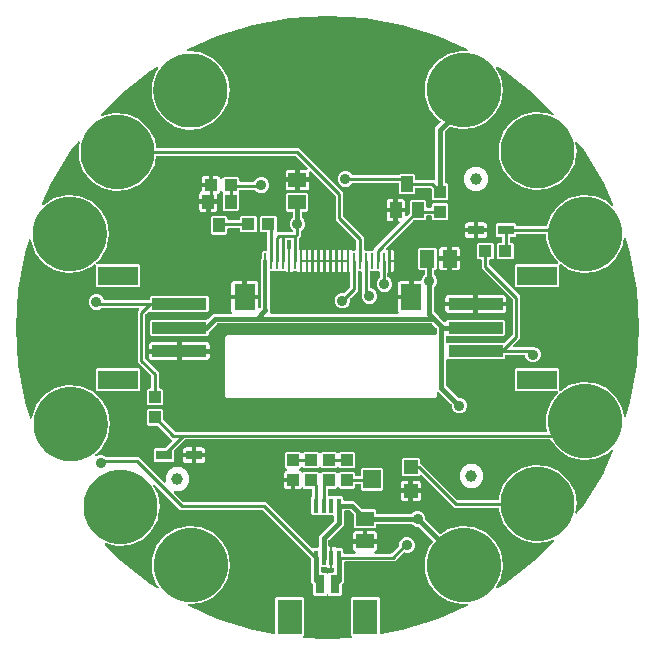
<source format=gbr>
G04 EAGLE Gerber RS-274X export*
G75*
%MOMM*%
%FSLAX34Y34*%
%LPD*%
%INTop Copper*%
%IPPOS*%
%AMOC8*
5,1,8,0,0,1.08239X$1,22.5*%
G01*
%ADD10C,1.000000*%
%ADD11R,0.400000X1.300000*%
%ADD12R,1.000000X1.075000*%
%ADD13R,1.500000X1.240000*%
%ADD14R,1.500000X1.600000*%
%ADD15R,1.200000X1.200000*%
%ADD16R,0.800000X1.600000*%
%ADD17R,2.100000X3.000000*%
%ADD18R,1.075000X1.000000*%
%ADD19R,4.600000X1.000000*%
%ADD20R,3.400000X1.600000*%
%ADD21R,1.350000X0.800000*%
%ADD22R,1.000000X1.200000*%
%ADD23R,1.000000X1.400000*%
%ADD24C,5.266000*%
%ADD25C,1.016000*%
%ADD26R,0.250000X1.400000*%
%ADD27R,1.800000X2.200000*%
%ADD28R,1.240000X1.500000*%
%ADD29C,0.254000*%
%ADD30C,0.906400*%
%ADD31C,0.406400*%
%ADD32C,0.304800*%

G36*
X144030Y-220749D02*
X144030Y-220749D01*
X144156Y-220744D01*
X144171Y-220739D01*
X144187Y-220738D01*
X144252Y-220713D01*
X144426Y-220654D01*
X144464Y-220628D01*
X144499Y-220614D01*
X149936Y-217328D01*
X149990Y-217283D01*
X150037Y-217258D01*
X175039Y-197670D01*
X175087Y-197620D01*
X175130Y-197589D01*
X191341Y-181378D01*
X191399Y-181301D01*
X191464Y-181230D01*
X191484Y-181188D01*
X191512Y-181151D01*
X191547Y-181061D01*
X191589Y-180974D01*
X191597Y-180929D01*
X191613Y-180885D01*
X191621Y-180789D01*
X191638Y-180694D01*
X191633Y-180648D01*
X191637Y-180602D01*
X191618Y-180508D01*
X191608Y-180412D01*
X191590Y-180369D01*
X191581Y-180323D01*
X191537Y-180238D01*
X191500Y-180148D01*
X191472Y-180112D01*
X191450Y-180071D01*
X191384Y-180001D01*
X191324Y-179925D01*
X191286Y-179898D01*
X191254Y-179865D01*
X191171Y-179816D01*
X191093Y-179760D01*
X191049Y-179745D01*
X191009Y-179721D01*
X190916Y-179697D01*
X190825Y-179665D01*
X190778Y-179662D01*
X190734Y-179651D01*
X190637Y-179654D01*
X190541Y-179648D01*
X190501Y-179658D01*
X190449Y-179660D01*
X190288Y-179712D01*
X190216Y-179730D01*
X185965Y-181595D01*
X175053Y-182499D01*
X164439Y-179811D01*
X155273Y-173823D01*
X148548Y-165182D01*
X144993Y-154827D01*
X144993Y-153670D01*
X144985Y-153612D01*
X144986Y-153554D01*
X144965Y-153472D01*
X144953Y-153388D01*
X144929Y-153335D01*
X144914Y-153279D01*
X144871Y-153206D01*
X144837Y-153129D01*
X144799Y-153084D01*
X144769Y-153034D01*
X144708Y-152976D01*
X144653Y-152912D01*
X144605Y-152880D01*
X144562Y-152840D01*
X144487Y-152801D01*
X144417Y-152754D01*
X144361Y-152737D01*
X144309Y-152710D01*
X144241Y-152699D01*
X144146Y-152669D01*
X144046Y-152666D01*
X143978Y-152655D01*
X107344Y-152655D01*
X79760Y-125071D01*
X79714Y-125036D01*
X79673Y-124993D01*
X79600Y-124951D01*
X79533Y-124900D01*
X79478Y-124879D01*
X79428Y-124850D01*
X79346Y-124829D01*
X79267Y-124799D01*
X79209Y-124794D01*
X79152Y-124780D01*
X79068Y-124782D01*
X78984Y-124775D01*
X78927Y-124787D01*
X78868Y-124789D01*
X78788Y-124815D01*
X78705Y-124831D01*
X78653Y-124858D01*
X78598Y-124876D01*
X78542Y-124916D01*
X78453Y-124962D01*
X78381Y-125031D01*
X78325Y-125071D01*
X77347Y-126049D01*
X63873Y-126049D01*
X62831Y-125007D01*
X62831Y-111533D01*
X63873Y-110491D01*
X77347Y-110491D01*
X78389Y-111533D01*
X78389Y-113952D01*
X78397Y-114010D01*
X78395Y-114068D01*
X78417Y-114150D01*
X78429Y-114234D01*
X78452Y-114287D01*
X78467Y-114343D01*
X78510Y-114416D01*
X78545Y-114493D01*
X78583Y-114538D01*
X78612Y-114588D01*
X78674Y-114646D01*
X78728Y-114710D01*
X78765Y-114734D01*
X109783Y-145752D01*
X109852Y-145804D01*
X109916Y-145864D01*
X109966Y-145890D01*
X110010Y-145923D01*
X110092Y-145954D01*
X110170Y-145994D01*
X110217Y-146002D01*
X110276Y-146024D01*
X110423Y-146036D01*
X110501Y-146049D01*
X143978Y-146049D01*
X144036Y-146041D01*
X144094Y-146043D01*
X144176Y-146021D01*
X144259Y-146009D01*
X144313Y-145986D01*
X144369Y-145971D01*
X144442Y-145928D01*
X144519Y-145893D01*
X144563Y-145855D01*
X144613Y-145826D01*
X144671Y-145764D01*
X144736Y-145710D01*
X144768Y-145661D01*
X144808Y-145618D01*
X144846Y-145543D01*
X144893Y-145473D01*
X144911Y-145417D01*
X144937Y-145365D01*
X144949Y-145297D01*
X144979Y-145202D01*
X144982Y-145102D01*
X144993Y-145034D01*
X144993Y-143877D01*
X148548Y-133522D01*
X155273Y-124881D01*
X164439Y-118893D01*
X175053Y-116205D01*
X185965Y-117109D01*
X195992Y-121507D01*
X204047Y-128923D01*
X209259Y-138552D01*
X211061Y-149352D01*
X210757Y-151172D01*
X210418Y-153202D01*
X210249Y-154217D01*
X210249Y-154218D01*
X209910Y-156248D01*
X209894Y-156345D01*
X209893Y-156377D01*
X209885Y-156408D01*
X209889Y-156519D01*
X209887Y-156629D01*
X209895Y-156660D01*
X209896Y-156692D01*
X209931Y-156797D01*
X209959Y-156904D01*
X209975Y-156932D01*
X209985Y-156962D01*
X210048Y-157054D01*
X210104Y-157149D01*
X210127Y-157170D01*
X210146Y-157197D01*
X210231Y-157267D01*
X210312Y-157343D01*
X210340Y-157357D01*
X210365Y-157378D01*
X210466Y-157422D01*
X210565Y-157472D01*
X210596Y-157478D01*
X210626Y-157491D01*
X210735Y-157505D01*
X210844Y-157526D01*
X210876Y-157523D01*
X210907Y-157527D01*
X211017Y-157511D01*
X211127Y-157501D01*
X211157Y-157489D01*
X211188Y-157484D01*
X211289Y-157438D01*
X211392Y-157398D01*
X211417Y-157378D01*
X211446Y-157365D01*
X211504Y-157312D01*
X211618Y-157225D01*
X211657Y-157172D01*
X211694Y-157138D01*
X217258Y-150037D01*
X217293Y-149976D01*
X217328Y-149936D01*
X233759Y-122755D01*
X233786Y-122691D01*
X233816Y-122647D01*
X241920Y-104640D01*
X241943Y-104562D01*
X241974Y-104489D01*
X241982Y-104427D01*
X241999Y-104366D01*
X242000Y-104286D01*
X242010Y-104206D01*
X242000Y-104145D01*
X242000Y-104082D01*
X241978Y-104005D01*
X241965Y-103926D01*
X241939Y-103869D01*
X241921Y-103809D01*
X241879Y-103741D01*
X241845Y-103668D01*
X241804Y-103621D01*
X241770Y-103568D01*
X241710Y-103515D01*
X241658Y-103454D01*
X241605Y-103420D01*
X241558Y-103379D01*
X241486Y-103344D01*
X241419Y-103300D01*
X241359Y-103283D01*
X241302Y-103255D01*
X241223Y-103242D01*
X241146Y-103219D01*
X241084Y-103218D01*
X241022Y-103208D01*
X240942Y-103217D01*
X240862Y-103216D01*
X240802Y-103233D01*
X240739Y-103240D01*
X240665Y-103271D01*
X240588Y-103292D01*
X240543Y-103322D01*
X240477Y-103349D01*
X240372Y-103433D01*
X240307Y-103476D01*
X236378Y-107093D01*
X226351Y-111491D01*
X215439Y-112395D01*
X204825Y-109707D01*
X195659Y-103719D01*
X188978Y-95134D01*
X188972Y-95129D01*
X188968Y-95122D01*
X188870Y-95030D01*
X188773Y-94937D01*
X188767Y-94933D01*
X188761Y-94928D01*
X188641Y-94866D01*
X188522Y-94803D01*
X188515Y-94802D01*
X188508Y-94798D01*
X188458Y-94790D01*
X188244Y-94745D01*
X188207Y-94748D01*
X188177Y-94743D01*
X-120131Y-94743D01*
X-120218Y-94755D01*
X-120305Y-94758D01*
X-120358Y-94775D01*
X-120413Y-94783D01*
X-120493Y-94818D01*
X-120576Y-94845D01*
X-120615Y-94873D01*
X-120672Y-94899D01*
X-120786Y-94995D01*
X-120849Y-95040D01*
X-129604Y-103795D01*
X-129656Y-103864D01*
X-129716Y-103928D01*
X-129742Y-103978D01*
X-129775Y-104022D01*
X-129806Y-104104D01*
X-129846Y-104182D01*
X-129854Y-104229D01*
X-129876Y-104288D01*
X-129888Y-104435D01*
X-129901Y-104513D01*
X-129901Y-112687D01*
X-130943Y-113729D01*
X-145917Y-113729D01*
X-146959Y-112687D01*
X-146959Y-103213D01*
X-145917Y-102171D01*
X-137743Y-102171D01*
X-137656Y-102159D01*
X-137569Y-102156D01*
X-137516Y-102139D01*
X-137461Y-102131D01*
X-137381Y-102096D01*
X-137298Y-102069D01*
X-137259Y-102041D01*
X-137202Y-102015D01*
X-137089Y-101919D01*
X-137025Y-101874D01*
X-131559Y-96408D01*
X-131524Y-96361D01*
X-131481Y-96321D01*
X-131438Y-96248D01*
X-131388Y-96181D01*
X-131367Y-96126D01*
X-131337Y-96076D01*
X-131317Y-95994D01*
X-131287Y-95915D01*
X-131282Y-95857D01*
X-131267Y-95800D01*
X-131270Y-95716D01*
X-131263Y-95632D01*
X-131274Y-95574D01*
X-131276Y-95516D01*
X-131302Y-95436D01*
X-131319Y-95353D01*
X-131346Y-95301D01*
X-131364Y-95245D01*
X-131404Y-95189D01*
X-131450Y-95101D01*
X-131519Y-95028D01*
X-131559Y-94972D01*
X-143270Y-83261D01*
X-143339Y-83209D01*
X-143403Y-83149D01*
X-143453Y-83123D01*
X-143497Y-83090D01*
X-143579Y-83059D01*
X-143657Y-83019D01*
X-143704Y-83011D01*
X-143763Y-82989D01*
X-143910Y-82977D01*
X-143988Y-82964D01*
X-151787Y-82964D01*
X-152829Y-81922D01*
X-152829Y-69698D01*
X-151787Y-68656D01*
X-140313Y-68656D01*
X-139271Y-69698D01*
X-139271Y-77497D01*
X-139259Y-77584D01*
X-139256Y-77671D01*
X-139239Y-77724D01*
X-139231Y-77779D01*
X-139196Y-77859D01*
X-139169Y-77942D01*
X-139141Y-77981D01*
X-139115Y-78038D01*
X-139019Y-78152D01*
X-138974Y-78215D01*
X-129349Y-87840D01*
X-129280Y-87892D01*
X-129216Y-87952D01*
X-129166Y-87978D01*
X-129122Y-88011D01*
X-129040Y-88042D01*
X-128962Y-88082D01*
X-128915Y-88090D01*
X-128856Y-88112D01*
X-128709Y-88124D01*
X-128631Y-88137D01*
X185129Y-88137D01*
X185212Y-88126D01*
X185296Y-88124D01*
X185352Y-88106D01*
X185411Y-88097D01*
X185487Y-88063D01*
X185567Y-88038D01*
X185616Y-88005D01*
X185670Y-87981D01*
X185734Y-87927D01*
X185804Y-87881D01*
X185842Y-87836D01*
X185887Y-87798D01*
X185934Y-87728D01*
X185988Y-87664D01*
X186012Y-87610D01*
X186045Y-87561D01*
X186070Y-87481D01*
X186104Y-87405D01*
X186113Y-87346D01*
X186131Y-87290D01*
X186133Y-87206D01*
X186145Y-87124D01*
X186136Y-87073D01*
X186138Y-87006D01*
X186102Y-86870D01*
X186090Y-86792D01*
X185379Y-84723D01*
X185379Y-73773D01*
X188934Y-63418D01*
X195161Y-55418D01*
X195215Y-55323D01*
X195275Y-55233D01*
X195285Y-55200D01*
X195302Y-55171D01*
X195328Y-55066D01*
X195361Y-54962D01*
X195362Y-54928D01*
X195370Y-54895D01*
X195365Y-54786D01*
X195368Y-54678D01*
X195360Y-54645D01*
X195358Y-54611D01*
X195324Y-54507D01*
X195296Y-54403D01*
X195279Y-54373D01*
X195268Y-54341D01*
X195207Y-54251D01*
X195151Y-54158D01*
X195126Y-54135D01*
X195107Y-54107D01*
X195023Y-54038D01*
X194944Y-53964D01*
X194914Y-53948D01*
X194887Y-53927D01*
X194788Y-53884D01*
X194691Y-53834D01*
X194661Y-53829D01*
X194626Y-53814D01*
X194409Y-53787D01*
X194360Y-53779D01*
X159663Y-53779D01*
X158621Y-52737D01*
X158621Y-35263D01*
X159663Y-34221D01*
X195137Y-34221D01*
X196179Y-35263D01*
X196179Y-52562D01*
X196188Y-52628D01*
X196188Y-52695D01*
X196208Y-52768D01*
X196219Y-52843D01*
X196246Y-52904D01*
X196264Y-52969D01*
X196304Y-53033D01*
X196335Y-53103D01*
X196378Y-53154D01*
X196413Y-53211D01*
X196469Y-53262D01*
X196518Y-53320D01*
X196574Y-53357D01*
X196624Y-53402D01*
X196692Y-53435D01*
X196755Y-53477D01*
X196819Y-53498D01*
X196879Y-53527D01*
X196954Y-53540D01*
X197026Y-53563D01*
X197093Y-53565D01*
X197159Y-53577D01*
X197235Y-53568D01*
X197310Y-53570D01*
X197375Y-53554D01*
X197442Y-53546D01*
X197500Y-53521D01*
X197585Y-53499D01*
X197682Y-53441D01*
X197749Y-53412D01*
X204825Y-48789D01*
X215439Y-46101D01*
X226351Y-47005D01*
X236378Y-51403D01*
X244433Y-58819D01*
X249645Y-68448D01*
X250714Y-74854D01*
X250728Y-74900D01*
X250734Y-74948D01*
X250771Y-75035D01*
X250799Y-75125D01*
X250826Y-75166D01*
X250845Y-75210D01*
X250904Y-75283D01*
X250957Y-75362D01*
X250993Y-75393D01*
X251024Y-75431D01*
X251101Y-75485D01*
X251173Y-75546D01*
X251217Y-75566D01*
X251257Y-75593D01*
X251346Y-75624D01*
X251433Y-75662D01*
X251480Y-75669D01*
X251526Y-75685D01*
X251620Y-75689D01*
X251714Y-75702D01*
X251762Y-75696D01*
X251810Y-75698D01*
X251902Y-75676D01*
X251996Y-75663D01*
X252040Y-75643D01*
X252086Y-75632D01*
X252169Y-75585D01*
X252255Y-75547D01*
X252292Y-75516D01*
X252334Y-75492D01*
X252400Y-75424D01*
X252472Y-75363D01*
X252499Y-75323D01*
X252533Y-75289D01*
X252566Y-75222D01*
X252630Y-75127D01*
X252656Y-75045D01*
X252684Y-74989D01*
X256343Y-63246D01*
X256355Y-63177D01*
X256373Y-63127D01*
X262098Y-31886D01*
X262098Y-31879D01*
X262101Y-31871D01*
X262102Y-31810D01*
X262113Y-31764D01*
X264030Y-61D01*
X264025Y8D01*
X264030Y61D01*
X262113Y31765D01*
X262099Y31833D01*
X262098Y31886D01*
X256373Y63127D01*
X256351Y63194D01*
X256343Y63246D01*
X252684Y74989D01*
X252664Y75033D01*
X252651Y75079D01*
X252603Y75161D01*
X252562Y75246D01*
X252531Y75282D01*
X252506Y75324D01*
X252437Y75388D01*
X252374Y75459D01*
X252334Y75485D01*
X252299Y75518D01*
X252214Y75561D01*
X252134Y75612D01*
X252088Y75625D01*
X252045Y75647D01*
X251952Y75665D01*
X251862Y75692D01*
X251814Y75692D01*
X251766Y75701D01*
X251672Y75693D01*
X251577Y75693D01*
X251531Y75680D01*
X251483Y75676D01*
X251395Y75641D01*
X251304Y75616D01*
X251263Y75590D01*
X251218Y75573D01*
X251143Y75515D01*
X251063Y75465D01*
X251030Y75429D01*
X250992Y75400D01*
X250936Y75324D01*
X250872Y75254D01*
X250851Y75210D01*
X250823Y75172D01*
X250799Y75101D01*
X250748Y74998D01*
X250734Y74913D01*
X250714Y74854D01*
X250607Y74214D01*
X250437Y73199D01*
X250437Y73198D01*
X250098Y71168D01*
X249929Y70153D01*
X249645Y68448D01*
X244433Y58819D01*
X236378Y51403D01*
X226351Y47005D01*
X215439Y46101D01*
X204825Y48789D01*
X197749Y53412D01*
X197689Y53440D01*
X197633Y53477D01*
X197560Y53500D01*
X197492Y53532D01*
X197426Y53543D01*
X197362Y53563D01*
X197286Y53565D01*
X197211Y53577D01*
X197145Y53569D01*
X197078Y53570D01*
X197004Y53551D01*
X196929Y53542D01*
X196867Y53515D01*
X196803Y53499D01*
X196738Y53460D01*
X196668Y53430D01*
X196616Y53388D01*
X196558Y53353D01*
X196506Y53298D01*
X196448Y53250D01*
X196410Y53195D01*
X196364Y53146D01*
X196329Y53078D01*
X196286Y53016D01*
X196265Y52953D01*
X196234Y52893D01*
X196224Y52830D01*
X196196Y52747D01*
X196191Y52635D01*
X196179Y52562D01*
X196179Y35263D01*
X195137Y34221D01*
X159663Y34221D01*
X158621Y35263D01*
X158621Y52737D01*
X159663Y53779D01*
X194360Y53779D01*
X194467Y53794D01*
X194576Y53802D01*
X194607Y53814D01*
X194641Y53819D01*
X194740Y53863D01*
X194842Y53901D01*
X194870Y53921D01*
X194901Y53935D01*
X194983Y54005D01*
X195071Y54070D01*
X195092Y54097D01*
X195118Y54118D01*
X195178Y54209D01*
X195244Y54295D01*
X195256Y54327D01*
X195275Y54355D01*
X195308Y54459D01*
X195348Y54560D01*
X195351Y54594D01*
X195361Y54626D01*
X195364Y54735D01*
X195374Y54843D01*
X195367Y54876D01*
X195368Y54910D01*
X195341Y55016D01*
X195320Y55122D01*
X195306Y55149D01*
X195296Y55185D01*
X195185Y55373D01*
X195161Y55418D01*
X188934Y63418D01*
X185379Y73773D01*
X185379Y78232D01*
X185371Y78290D01*
X185372Y78348D01*
X185351Y78430D01*
X185339Y78514D01*
X185315Y78567D01*
X185300Y78623D01*
X185257Y78696D01*
X185223Y78773D01*
X185185Y78818D01*
X185155Y78868D01*
X185094Y78926D01*
X185039Y78990D01*
X184991Y79022D01*
X184948Y79062D01*
X184873Y79101D01*
X184803Y79148D01*
X184747Y79165D01*
X184695Y79192D01*
X184627Y79203D01*
X184532Y79233D01*
X184432Y79236D01*
X184364Y79247D01*
X160674Y79247D01*
X160616Y79239D01*
X160558Y79241D01*
X160476Y79219D01*
X160392Y79207D01*
X160339Y79184D01*
X160283Y79169D01*
X160210Y79126D01*
X160133Y79091D01*
X160088Y79053D01*
X160038Y79024D01*
X159980Y78962D01*
X159916Y78908D01*
X159884Y78859D01*
X159844Y78816D01*
X159805Y78741D01*
X159758Y78671D01*
X159741Y78615D01*
X159714Y78563D01*
X159703Y78495D01*
X159673Y78400D01*
X159670Y78300D01*
X159659Y78232D01*
X159659Y77813D01*
X158617Y76771D01*
X155448Y76771D01*
X155390Y76763D01*
X155332Y76765D01*
X155250Y76743D01*
X155166Y76731D01*
X155113Y76708D01*
X155057Y76693D01*
X154984Y76650D01*
X154907Y76615D01*
X154862Y76577D01*
X154812Y76548D01*
X154754Y76486D01*
X154690Y76432D01*
X154658Y76383D01*
X154618Y76340D01*
X154579Y76265D01*
X154532Y76195D01*
X154515Y76139D01*
X154488Y76087D01*
X154477Y76019D01*
X154447Y75924D01*
X154444Y75824D01*
X154433Y75756D01*
X154433Y72564D01*
X154441Y72506D01*
X154439Y72448D01*
X154461Y72366D01*
X154473Y72282D01*
X154496Y72229D01*
X154511Y72173D01*
X154554Y72100D01*
X154589Y72023D01*
X154627Y71978D01*
X154656Y71928D01*
X154718Y71870D01*
X154772Y71806D01*
X154821Y71774D01*
X154864Y71734D01*
X154939Y71695D01*
X155009Y71648D01*
X155065Y71631D01*
X155117Y71604D01*
X155185Y71593D01*
X155280Y71563D01*
X155380Y71560D01*
X155448Y71549D01*
X156852Y71549D01*
X157894Y70507D01*
X157894Y59033D01*
X156852Y57991D01*
X144628Y57991D01*
X143586Y59033D01*
X143586Y70507D01*
X144628Y71549D01*
X146812Y71549D01*
X146870Y71557D01*
X146928Y71555D01*
X147010Y71577D01*
X147094Y71589D01*
X147147Y71612D01*
X147203Y71627D01*
X147276Y71670D01*
X147353Y71705D01*
X147398Y71743D01*
X147448Y71772D01*
X147506Y71834D01*
X147570Y71888D01*
X147602Y71937D01*
X147642Y71980D01*
X147681Y72055D01*
X147728Y72125D01*
X147745Y72181D01*
X147772Y72233D01*
X147783Y72301D01*
X147813Y72396D01*
X147816Y72496D01*
X147827Y72564D01*
X147827Y75756D01*
X147819Y75814D01*
X147821Y75872D01*
X147799Y75954D01*
X147787Y76038D01*
X147764Y76091D01*
X147749Y76147D01*
X147706Y76220D01*
X147671Y76297D01*
X147633Y76342D01*
X147604Y76392D01*
X147542Y76450D01*
X147488Y76514D01*
X147439Y76546D01*
X147396Y76586D01*
X147321Y76625D01*
X147251Y76672D01*
X147195Y76689D01*
X147143Y76716D01*
X147075Y76727D01*
X146980Y76757D01*
X146880Y76760D01*
X146812Y76771D01*
X143643Y76771D01*
X142601Y77813D01*
X142601Y87287D01*
X143643Y88329D01*
X158617Y88329D01*
X159659Y87287D01*
X159659Y86868D01*
X159667Y86810D01*
X159665Y86752D01*
X159687Y86670D01*
X159699Y86586D01*
X159722Y86533D01*
X159737Y86477D01*
X159780Y86404D01*
X159815Y86327D01*
X159853Y86282D01*
X159882Y86232D01*
X159944Y86174D01*
X159998Y86110D01*
X160047Y86078D01*
X160090Y86038D01*
X160165Y85999D01*
X160235Y85952D01*
X160291Y85935D01*
X160343Y85908D01*
X160411Y85897D01*
X160506Y85867D01*
X160606Y85864D01*
X160674Y85853D01*
X185042Y85853D01*
X185075Y85857D01*
X185108Y85855D01*
X185215Y85877D01*
X185324Y85893D01*
X185354Y85906D01*
X185386Y85913D01*
X185483Y85964D01*
X185583Y86009D01*
X185608Y86030D01*
X185638Y86046D01*
X185717Y86122D01*
X185800Y86192D01*
X185818Y86220D01*
X185842Y86243D01*
X185880Y86312D01*
X185958Y86429D01*
X185978Y86493D01*
X186002Y86538D01*
X188934Y95078D01*
X195659Y103719D01*
X204825Y109707D01*
X215439Y112395D01*
X226351Y111491D01*
X236378Y107093D01*
X240307Y103476D01*
X240373Y103430D01*
X240433Y103377D01*
X240489Y103350D01*
X240541Y103315D01*
X240617Y103289D01*
X240689Y103254D01*
X240751Y103244D01*
X240810Y103224D01*
X240891Y103221D01*
X240970Y103208D01*
X241032Y103215D01*
X241095Y103213D01*
X241173Y103232D01*
X241252Y103241D01*
X241310Y103265D01*
X241371Y103280D01*
X241440Y103320D01*
X241514Y103351D01*
X241563Y103390D01*
X241617Y103421D01*
X241673Y103479D01*
X241736Y103529D01*
X241772Y103581D01*
X241815Y103625D01*
X241853Y103696D01*
X241899Y103762D01*
X241919Y103821D01*
X241949Y103876D01*
X241965Y103955D01*
X241991Y104031D01*
X241994Y104093D01*
X242007Y104155D01*
X242001Y104235D01*
X242005Y104315D01*
X241992Y104367D01*
X241987Y104438D01*
X241940Y104564D01*
X241920Y104640D01*
X233816Y122647D01*
X233778Y122706D01*
X233759Y122755D01*
X217328Y149936D01*
X217283Y149990D01*
X217258Y150037D01*
X211694Y157138D01*
X211671Y157160D01*
X211654Y157187D01*
X211569Y157259D01*
X211489Y157335D01*
X211461Y157350D01*
X211437Y157371D01*
X211336Y157416D01*
X211238Y157468D01*
X211207Y157474D01*
X211177Y157487D01*
X211068Y157503D01*
X210959Y157525D01*
X210928Y157523D01*
X210896Y157527D01*
X210786Y157512D01*
X210676Y157503D01*
X210646Y157492D01*
X210614Y157488D01*
X210513Y157443D01*
X210410Y157404D01*
X210384Y157385D01*
X210355Y157372D01*
X210270Y157300D01*
X210182Y157234D01*
X210162Y157209D01*
X210138Y157188D01*
X210076Y157096D01*
X210009Y157008D01*
X209998Y156978D01*
X209980Y156952D01*
X209947Y156846D01*
X209907Y156743D01*
X209904Y156711D01*
X209894Y156681D01*
X209894Y156602D01*
X209881Y156460D01*
X209894Y156395D01*
X209894Y156345D01*
X211061Y149352D01*
X210890Y148327D01*
X210720Y147312D01*
X210381Y145282D01*
X210381Y145281D01*
X210212Y144266D01*
X209873Y142236D01*
X209873Y142235D01*
X209704Y141220D01*
X209365Y139190D01*
X209259Y138552D01*
X204047Y128923D01*
X195992Y121507D01*
X185965Y117109D01*
X175053Y116205D01*
X164439Y118893D01*
X155273Y124881D01*
X148548Y133522D01*
X144993Y143877D01*
X144993Y154827D01*
X148548Y165182D01*
X155273Y173823D01*
X164439Y179811D01*
X175053Y182499D01*
X185965Y181595D01*
X190216Y179730D01*
X190309Y179704D01*
X190398Y179670D01*
X190445Y179666D01*
X190489Y179654D01*
X190586Y179655D01*
X190682Y179647D01*
X190727Y179656D01*
X190774Y179656D01*
X190866Y179684D01*
X190960Y179702D01*
X191002Y179724D01*
X191046Y179737D01*
X191127Y179789D01*
X191213Y179833D01*
X191246Y179865D01*
X191286Y179891D01*
X191349Y179963D01*
X191419Y180029D01*
X191442Y180069D01*
X191473Y180104D01*
X191514Y180192D01*
X191563Y180275D01*
X191574Y180320D01*
X191594Y180362D01*
X191609Y180457D01*
X191633Y180550D01*
X191631Y180596D01*
X191639Y180642D01*
X191627Y180738D01*
X191624Y180834D01*
X191609Y180878D01*
X191604Y180924D01*
X191566Y181013D01*
X191536Y181105D01*
X191512Y181138D01*
X191492Y181186D01*
X191385Y181317D01*
X191341Y181378D01*
X175130Y197589D01*
X175074Y197631D01*
X175039Y197670D01*
X150037Y217258D01*
X149976Y217293D01*
X149936Y217328D01*
X144499Y220614D01*
X144484Y220621D01*
X144472Y220630D01*
X144354Y220676D01*
X144238Y220726D01*
X144222Y220728D01*
X144207Y220734D01*
X144082Y220745D01*
X143955Y220761D01*
X143940Y220758D01*
X143924Y220760D01*
X143800Y220736D01*
X143675Y220716D01*
X143660Y220709D01*
X143645Y220706D01*
X143532Y220649D01*
X143417Y220595D01*
X143405Y220584D01*
X143391Y220577D01*
X143299Y220491D01*
X143204Y220407D01*
X143195Y220394D01*
X143184Y220383D01*
X143119Y220275D01*
X143050Y220168D01*
X143046Y220152D01*
X143038Y220139D01*
X143006Y220017D01*
X142970Y219895D01*
X142970Y219879D01*
X142965Y219864D01*
X142968Y219737D01*
X142968Y219611D01*
X142972Y219596D01*
X142972Y219580D01*
X142995Y219514D01*
X143044Y219337D01*
X143069Y219297D01*
X143081Y219262D01*
X147029Y211968D01*
X148831Y201168D01*
X148653Y200105D01*
X148145Y197059D01*
X147637Y194014D01*
X147637Y194013D01*
X147129Y190968D01*
X147129Y190967D01*
X147029Y190368D01*
X141817Y180739D01*
X133762Y173323D01*
X123735Y168925D01*
X112823Y168021D01*
X104251Y170192D01*
X104180Y170199D01*
X104112Y170217D01*
X104040Y170215D01*
X103968Y170222D01*
X103899Y170210D01*
X103828Y170208D01*
X103759Y170186D01*
X103688Y170173D01*
X103625Y170142D01*
X103557Y170120D01*
X103508Y170085D01*
X103433Y170048D01*
X103345Y169969D01*
X103284Y169925D01*
X99612Y166254D01*
X99560Y166184D01*
X99500Y166120D01*
X99474Y166071D01*
X99441Y166026D01*
X99410Y165945D01*
X99370Y165867D01*
X99362Y165819D01*
X99340Y165761D01*
X99328Y165613D01*
X99315Y165536D01*
X99315Y123349D01*
X99323Y123291D01*
X99321Y123233D01*
X99343Y123151D01*
X99355Y123067D01*
X99378Y123014D01*
X99393Y122958D01*
X99436Y122885D01*
X99471Y122808D01*
X99509Y122763D01*
X99538Y122713D01*
X99600Y122655D01*
X99654Y122591D01*
X99703Y122559D01*
X99746Y122519D01*
X99821Y122480D01*
X99891Y122433D01*
X99947Y122416D01*
X99999Y122389D01*
X100067Y122378D01*
X100162Y122348D01*
X100262Y122345D01*
X100330Y122334D01*
X100987Y122334D01*
X102029Y121292D01*
X102029Y109068D01*
X100987Y108026D01*
X89513Y108026D01*
X88471Y109068D01*
X88471Y116867D01*
X88459Y116954D01*
X88456Y117041D01*
X88439Y117094D01*
X88431Y117149D01*
X88396Y117229D01*
X88369Y117312D01*
X88341Y117351D01*
X88315Y117408D01*
X88219Y117522D01*
X88174Y117585D01*
X87869Y117890D01*
X87800Y117942D01*
X87736Y118002D01*
X87686Y118028D01*
X87642Y118061D01*
X87560Y118092D01*
X87482Y118132D01*
X87435Y118140D01*
X87376Y118162D01*
X87229Y118174D01*
X87151Y118187D01*
X75104Y118187D01*
X75046Y118179D01*
X74988Y118181D01*
X74906Y118159D01*
X74822Y118147D01*
X74769Y118124D01*
X74713Y118109D01*
X74640Y118066D01*
X74563Y118031D01*
X74518Y117993D01*
X74468Y117964D01*
X74410Y117902D01*
X74346Y117848D01*
X74314Y117799D01*
X74274Y117756D01*
X74235Y117681D01*
X74188Y117611D01*
X74171Y117555D01*
X74144Y117503D01*
X74133Y117435D01*
X74103Y117340D01*
X74100Y117240D01*
X74089Y117172D01*
X74089Y113753D01*
X73047Y112711D01*
X61573Y112711D01*
X60531Y113753D01*
X60531Y121412D01*
X60523Y121470D01*
X60525Y121528D01*
X60503Y121610D01*
X60491Y121694D01*
X60468Y121747D01*
X60453Y121803D01*
X60410Y121876D01*
X60375Y121953D01*
X60337Y121998D01*
X60308Y122048D01*
X60246Y122106D01*
X60192Y122170D01*
X60143Y122202D01*
X60100Y122242D01*
X60025Y122281D01*
X59955Y122328D01*
X59899Y122345D01*
X59847Y122372D01*
X59779Y122383D01*
X59684Y122413D01*
X59584Y122416D01*
X59516Y122427D01*
X21642Y122427D01*
X21555Y122415D01*
X21468Y122412D01*
X21415Y122395D01*
X21360Y122387D01*
X21280Y122352D01*
X21197Y122325D01*
X21158Y122297D01*
X21101Y122271D01*
X20988Y122175D01*
X20924Y122130D01*
X18959Y120165D01*
X16546Y119165D01*
X13934Y119165D01*
X11521Y120165D01*
X9675Y122011D01*
X8675Y124424D01*
X8675Y127036D01*
X9675Y129449D01*
X11521Y131295D01*
X13934Y132295D01*
X16546Y132295D01*
X18959Y131295D01*
X20924Y129330D01*
X20994Y129278D01*
X21058Y129218D01*
X21107Y129192D01*
X21151Y129159D01*
X21233Y129128D01*
X21311Y129088D01*
X21358Y129080D01*
X21417Y129058D01*
X21564Y129046D01*
X21642Y129033D01*
X59917Y129033D01*
X60003Y129045D01*
X60091Y129048D01*
X60143Y129065D01*
X60198Y129073D01*
X60278Y129108D01*
X60361Y129135D01*
X60400Y129163D01*
X60458Y129189D01*
X60571Y129285D01*
X60635Y129330D01*
X61573Y130269D01*
X73047Y130269D01*
X74089Y129227D01*
X74089Y125808D01*
X74097Y125753D01*
X74095Y125707D01*
X74096Y125706D01*
X74095Y125692D01*
X74117Y125610D01*
X74129Y125526D01*
X74152Y125473D01*
X74167Y125417D01*
X74210Y125344D01*
X74245Y125267D01*
X74283Y125222D01*
X74312Y125172D01*
X74374Y125114D01*
X74428Y125050D01*
X74477Y125018D01*
X74520Y124978D01*
X74595Y124939D01*
X74665Y124892D01*
X74721Y124875D01*
X74773Y124848D01*
X74841Y124837D01*
X74936Y124807D01*
X75036Y124804D01*
X75104Y124793D01*
X90170Y124793D01*
X90228Y124801D01*
X90286Y124799D01*
X90368Y124821D01*
X90452Y124833D01*
X90505Y124856D01*
X90561Y124871D01*
X90634Y124914D01*
X90711Y124949D01*
X90756Y124987D01*
X90806Y125016D01*
X90864Y125078D01*
X90928Y125132D01*
X90960Y125181D01*
X91000Y125224D01*
X91039Y125299D01*
X91086Y125369D01*
X91103Y125425D01*
X91130Y125477D01*
X91141Y125545D01*
X91171Y125640D01*
X91174Y125740D01*
X91185Y125808D01*
X91185Y169324D01*
X95495Y173634D01*
X95508Y173650D01*
X95524Y173663D01*
X95593Y173764D01*
X95666Y173861D01*
X95674Y173880D01*
X95685Y173897D01*
X95724Y174013D01*
X95767Y174127D01*
X95769Y174147D01*
X95776Y174167D01*
X95781Y174289D01*
X95791Y174410D01*
X95787Y174430D01*
X95788Y174451D01*
X95759Y174569D01*
X95735Y174689D01*
X95726Y174707D01*
X95721Y174727D01*
X95660Y174833D01*
X95604Y174941D01*
X95590Y174956D01*
X95579Y174974D01*
X95525Y175024D01*
X95408Y175147D01*
X95363Y175174D01*
X95333Y175202D01*
X93043Y176697D01*
X86318Y185338D01*
X82763Y195693D01*
X82763Y206643D01*
X86318Y216998D01*
X93043Y225639D01*
X102209Y231627D01*
X112823Y234315D01*
X117614Y233918D01*
X117726Y233925D01*
X117838Y233924D01*
X117867Y233933D01*
X117898Y233935D01*
X118003Y233972D01*
X118111Y234003D01*
X118137Y234019D01*
X118166Y234029D01*
X118257Y234094D01*
X118352Y234154D01*
X118372Y234177D01*
X118397Y234194D01*
X118467Y234282D01*
X118542Y234366D01*
X118555Y234393D01*
X118574Y234417D01*
X118616Y234521D01*
X118665Y234622D01*
X118670Y234652D01*
X118682Y234680D01*
X118694Y234792D01*
X118712Y234902D01*
X118709Y234932D01*
X118712Y234963D01*
X118693Y235073D01*
X118680Y235185D01*
X118669Y235213D01*
X118663Y235243D01*
X118614Y235344D01*
X118571Y235447D01*
X118552Y235471D01*
X118539Y235498D01*
X118464Y235582D01*
X118393Y235669D01*
X118371Y235684D01*
X118348Y235709D01*
X118142Y235837D01*
X118114Y235856D01*
X93684Y246851D01*
X93617Y246870D01*
X93569Y246894D01*
X63246Y256343D01*
X63177Y256355D01*
X63127Y256373D01*
X31886Y262098D01*
X31816Y262101D01*
X31764Y262113D01*
X61Y264030D01*
X-8Y264025D01*
X-61Y264030D01*
X-31765Y262113D01*
X-31833Y262099D01*
X-31886Y262098D01*
X-63127Y256373D01*
X-63194Y256351D01*
X-63246Y256343D01*
X-93569Y246894D01*
X-93632Y246864D01*
X-93684Y246851D01*
X-118485Y235689D01*
X-118509Y235674D01*
X-118536Y235664D01*
X-118629Y235598D01*
X-118725Y235537D01*
X-118744Y235516D01*
X-118768Y235499D01*
X-118838Y235410D01*
X-118914Y235325D01*
X-118926Y235299D01*
X-118944Y235276D01*
X-118987Y235171D01*
X-119037Y235068D01*
X-119041Y235040D01*
X-119052Y235013D01*
X-119064Y234900D01*
X-119083Y234788D01*
X-119080Y234759D01*
X-119083Y234730D01*
X-119063Y234619D01*
X-119050Y234505D01*
X-119039Y234479D01*
X-119034Y234450D01*
X-118984Y234348D01*
X-118940Y234243D01*
X-118922Y234221D01*
X-118909Y234195D01*
X-118833Y234110D01*
X-118762Y234022D01*
X-118738Y234005D01*
X-118719Y233984D01*
X-118622Y233924D01*
X-118529Y233858D01*
X-118502Y233849D01*
X-118477Y233834D01*
X-118402Y233815D01*
X-118260Y233766D01*
X-118198Y233763D01*
X-118152Y233751D01*
X-107913Y232903D01*
X-97886Y228505D01*
X-89831Y221089D01*
X-84619Y211460D01*
X-82817Y200660D01*
X-83079Y199090D01*
X-83079Y199089D01*
X-83249Y198074D01*
X-83588Y196044D01*
X-83757Y195029D01*
X-83757Y195028D01*
X-84096Y192998D01*
X-84265Y191983D01*
X-84619Y189860D01*
X-89831Y180231D01*
X-97886Y172815D01*
X-107913Y168417D01*
X-118825Y167513D01*
X-129439Y170201D01*
X-138605Y176189D01*
X-145330Y184830D01*
X-148885Y195185D01*
X-148885Y206135D01*
X-145330Y216490D01*
X-143379Y218997D01*
X-143329Y219084D01*
X-143272Y219166D01*
X-143259Y219207D01*
X-143237Y219244D01*
X-143213Y219341D01*
X-143182Y219435D01*
X-143180Y219478D01*
X-143170Y219520D01*
X-143174Y219620D01*
X-143169Y219719D01*
X-143179Y219761D01*
X-143181Y219804D01*
X-143213Y219899D01*
X-143236Y219995D01*
X-143257Y220033D01*
X-143271Y220074D01*
X-143328Y220156D01*
X-143377Y220242D01*
X-143408Y220272D01*
X-143432Y220308D01*
X-143509Y220371D01*
X-143581Y220441D01*
X-143619Y220461D01*
X-143652Y220488D01*
X-143743Y220528D01*
X-143831Y220575D01*
X-143874Y220584D01*
X-143913Y220601D01*
X-144012Y220613D01*
X-144109Y220634D01*
X-144153Y220631D01*
X-144195Y220636D01*
X-144293Y220621D01*
X-144393Y220614D01*
X-144429Y220599D01*
X-144476Y220592D01*
X-144639Y220516D01*
X-144705Y220490D01*
X-149936Y217328D01*
X-149990Y217283D01*
X-150037Y217258D01*
X-175039Y197670D01*
X-175087Y197620D01*
X-175130Y197589D01*
X-191914Y180806D01*
X-191921Y180795D01*
X-191931Y180788D01*
X-192007Y180682D01*
X-192085Y180578D01*
X-192089Y180567D01*
X-192097Y180556D01*
X-192140Y180434D01*
X-192186Y180313D01*
X-192187Y180300D01*
X-192191Y180288D01*
X-192199Y180158D01*
X-192210Y180029D01*
X-192207Y180017D01*
X-192208Y180005D01*
X-192179Y179878D01*
X-192154Y179751D01*
X-192148Y179739D01*
X-192145Y179727D01*
X-192083Y179614D01*
X-192023Y179498D01*
X-192014Y179489D01*
X-192008Y179478D01*
X-191916Y179386D01*
X-191827Y179292D01*
X-191816Y179286D01*
X-191807Y179277D01*
X-191693Y179214D01*
X-191582Y179148D01*
X-191570Y179145D01*
X-191559Y179139D01*
X-191431Y179110D01*
X-191306Y179078D01*
X-191294Y179079D01*
X-191281Y179076D01*
X-191218Y179081D01*
X-191022Y179087D01*
X-190981Y179101D01*
X-190947Y179103D01*
X-180547Y181737D01*
X-169635Y180833D01*
X-159608Y176435D01*
X-151553Y169019D01*
X-146341Y159390D01*
X-145232Y152741D01*
X-145197Y152629D01*
X-145167Y152517D01*
X-145154Y152494D01*
X-145146Y152470D01*
X-145082Y152373D01*
X-145022Y152272D01*
X-145003Y152255D01*
X-144989Y152233D01*
X-144900Y152158D01*
X-144815Y152078D01*
X-144792Y152066D01*
X-144772Y152049D01*
X-144666Y152001D01*
X-144562Y151948D01*
X-144539Y151944D01*
X-144513Y151933D01*
X-144231Y151893D01*
X-24032Y151893D01*
X13463Y114398D01*
X13463Y94499D01*
X13475Y94412D01*
X13478Y94325D01*
X13495Y94272D01*
X13503Y94217D01*
X13538Y94137D01*
X13565Y94054D01*
X13593Y94015D01*
X13619Y93958D01*
X13715Y93844D01*
X13760Y93781D01*
X30803Y76738D01*
X30803Y66224D01*
X30811Y66166D01*
X30809Y66108D01*
X30831Y66026D01*
X30843Y65942D01*
X30866Y65889D01*
X30881Y65833D01*
X30924Y65760D01*
X30959Y65683D01*
X30997Y65638D01*
X31026Y65588D01*
X31088Y65530D01*
X31142Y65466D01*
X31191Y65434D01*
X31234Y65394D01*
X31309Y65355D01*
X31379Y65308D01*
X31435Y65291D01*
X31487Y65264D01*
X31555Y65253D01*
X31650Y65223D01*
X31750Y65220D01*
X31818Y65209D01*
X34586Y65209D01*
X34614Y65192D01*
X34696Y65171D01*
X34775Y65141D01*
X34833Y65136D01*
X34890Y65122D01*
X34974Y65125D01*
X35058Y65118D01*
X35116Y65129D01*
X35174Y65131D01*
X35254Y65157D01*
X35337Y65174D01*
X35389Y65201D01*
X35414Y65209D01*
X38182Y65209D01*
X38240Y65217D01*
X38298Y65215D01*
X38380Y65237D01*
X38464Y65249D01*
X38517Y65272D01*
X38573Y65287D01*
X38646Y65330D01*
X38723Y65365D01*
X38768Y65403D01*
X38818Y65432D01*
X38876Y65494D01*
X38940Y65548D01*
X38972Y65597D01*
X39012Y65640D01*
X39051Y65715D01*
X39098Y65785D01*
X39115Y65841D01*
X39142Y65893D01*
X39153Y65961D01*
X39183Y66056D01*
X39186Y66156D01*
X39197Y66224D01*
X39197Y66548D01*
X60865Y88216D01*
X60883Y88240D01*
X60905Y88259D01*
X60968Y88353D01*
X61036Y88443D01*
X61047Y88471D01*
X61063Y88495D01*
X61097Y88603D01*
X61137Y88709D01*
X61140Y88738D01*
X61149Y88766D01*
X61152Y88880D01*
X61161Y88992D01*
X61155Y89021D01*
X61156Y89050D01*
X61127Y89160D01*
X61105Y89271D01*
X61092Y89297D01*
X61084Y89325D01*
X61026Y89423D01*
X60974Y89523D01*
X60954Y89545D01*
X60939Y89570D01*
X60856Y89647D01*
X60778Y89729D01*
X60753Y89744D01*
X60732Y89764D01*
X60631Y89816D01*
X60533Y89873D01*
X60505Y89880D01*
X60479Y89894D01*
X60401Y89907D01*
X60258Y89943D01*
X60195Y89941D01*
X60147Y89949D01*
X59841Y89949D01*
X59841Y97459D01*
X65351Y97459D01*
X65351Y95153D01*
X65355Y95123D01*
X65352Y95094D01*
X65375Y94983D01*
X65391Y94871D01*
X65403Y94844D01*
X65408Y94816D01*
X65461Y94715D01*
X65507Y94612D01*
X65526Y94589D01*
X65539Y94563D01*
X65617Y94481D01*
X65690Y94395D01*
X65715Y94378D01*
X65735Y94357D01*
X65833Y94300D01*
X65927Y94237D01*
X65955Y94228D01*
X65980Y94213D01*
X66090Y94185D01*
X66198Y94151D01*
X66228Y94150D01*
X66256Y94143D01*
X66369Y94147D01*
X66482Y94144D01*
X66511Y94151D01*
X66540Y94152D01*
X66648Y94187D01*
X66757Y94216D01*
X66783Y94231D01*
X66811Y94240D01*
X66874Y94285D01*
X67002Y94361D01*
X67045Y94407D01*
X67084Y94435D01*
X69734Y97085D01*
X69786Y97155D01*
X69846Y97218D01*
X69872Y97268D01*
X69905Y97312D01*
X69936Y97394D01*
X69976Y97472D01*
X69984Y97519D01*
X70006Y97578D01*
X70018Y97725D01*
X70031Y97803D01*
X70031Y107227D01*
X71073Y108269D01*
X82547Y108269D01*
X83589Y107227D01*
X83589Y102498D01*
X83597Y102440D01*
X83595Y102382D01*
X83617Y102300D01*
X83629Y102216D01*
X83652Y102163D01*
X83667Y102107D01*
X83710Y102034D01*
X83745Y101957D01*
X83783Y101912D01*
X83812Y101862D01*
X83874Y101804D01*
X83928Y101740D01*
X83977Y101708D01*
X84020Y101668D01*
X84095Y101629D01*
X84165Y101582D01*
X84221Y101565D01*
X84273Y101538D01*
X84341Y101527D01*
X84436Y101497D01*
X84536Y101494D01*
X84604Y101483D01*
X87456Y101483D01*
X87514Y101491D01*
X87572Y101489D01*
X87654Y101511D01*
X87738Y101523D01*
X87791Y101546D01*
X87847Y101561D01*
X87920Y101604D01*
X87997Y101639D01*
X88042Y101677D01*
X88092Y101706D01*
X88150Y101768D01*
X88214Y101822D01*
X88246Y101871D01*
X88286Y101914D01*
X88325Y101989D01*
X88372Y102059D01*
X88389Y102115D01*
X88416Y102167D01*
X88427Y102235D01*
X88457Y102330D01*
X88460Y102430D01*
X88471Y102498D01*
X88471Y104292D01*
X89513Y105334D01*
X100987Y105334D01*
X102029Y104292D01*
X102029Y92068D01*
X100987Y91026D01*
X89513Y91026D01*
X88471Y92068D01*
X88471Y93862D01*
X88463Y93920D01*
X88465Y93978D01*
X88443Y94060D01*
X88431Y94144D01*
X88408Y94197D01*
X88393Y94253D01*
X88350Y94326D01*
X88315Y94403D01*
X88277Y94448D01*
X88248Y94498D01*
X88186Y94556D01*
X88132Y94620D01*
X88083Y94652D01*
X88040Y94692D01*
X87965Y94731D01*
X87895Y94778D01*
X87839Y94795D01*
X87787Y94822D01*
X87719Y94833D01*
X87624Y94863D01*
X87524Y94866D01*
X87456Y94877D01*
X84604Y94877D01*
X84546Y94869D01*
X84488Y94871D01*
X84406Y94849D01*
X84322Y94837D01*
X84269Y94814D01*
X84213Y94799D01*
X84140Y94756D01*
X84063Y94721D01*
X84018Y94683D01*
X83968Y94654D01*
X83910Y94592D01*
X83846Y94538D01*
X83814Y94489D01*
X83774Y94446D01*
X83735Y94371D01*
X83688Y94301D01*
X83671Y94245D01*
X83644Y94193D01*
X83633Y94125D01*
X83603Y94030D01*
X83600Y93930D01*
X83589Y93862D01*
X83589Y91753D01*
X82547Y90711D01*
X73123Y90711D01*
X73036Y90699D01*
X72949Y90696D01*
X72896Y90679D01*
X72841Y90671D01*
X72761Y90636D01*
X72678Y90609D01*
X72639Y90581D01*
X72582Y90555D01*
X72469Y90459D01*
X72405Y90414D01*
X49559Y67569D01*
X49548Y67553D01*
X49532Y67541D01*
X49462Y67440D01*
X49389Y67342D01*
X49382Y67323D01*
X49370Y67307D01*
X49331Y67191D01*
X49287Y67076D01*
X49286Y67056D01*
X49279Y67038D01*
X49274Y66915D01*
X49264Y66793D01*
X49268Y66773D01*
X49267Y66754D01*
X49295Y66634D01*
X49320Y66514D01*
X49329Y66496D01*
X49333Y66477D01*
X49394Y66371D01*
X49451Y66261D01*
X49464Y66247D01*
X49474Y66230D01*
X49562Y66145D01*
X49646Y66055D01*
X49663Y66045D01*
X49677Y66032D01*
X49786Y65974D01*
X49892Y65912D01*
X49911Y65907D01*
X49928Y65898D01*
X50049Y65872D01*
X50167Y65842D01*
X50187Y65842D01*
X50206Y65838D01*
X50280Y65845D01*
X50451Y65851D01*
X50500Y65866D01*
X50540Y65870D01*
X50916Y65971D01*
X51485Y65971D01*
X51485Y56430D01*
X51485Y46826D01*
X51483Y46826D01*
X51427Y46811D01*
X51354Y46768D01*
X51277Y46733D01*
X51232Y46695D01*
X51182Y46666D01*
X51124Y46604D01*
X51060Y46550D01*
X51028Y46501D01*
X50988Y46458D01*
X50949Y46383D01*
X50902Y46313D01*
X50885Y46257D01*
X50858Y46205D01*
X50847Y46137D01*
X50817Y46042D01*
X50814Y45942D01*
X50803Y45874D01*
X50803Y43561D01*
X50803Y43559D01*
X50803Y43558D01*
X50810Y43505D01*
X50809Y43472D01*
X50822Y43423D01*
X50823Y43418D01*
X50843Y43279D01*
X50843Y43278D01*
X50843Y43276D01*
X50901Y43150D01*
X50959Y43020D01*
X50960Y43019D01*
X50961Y43017D01*
X51052Y42910D01*
X51142Y42803D01*
X51144Y42802D01*
X51145Y42801D01*
X51158Y42793D01*
X51379Y42645D01*
X51408Y42636D01*
X51429Y42623D01*
X51979Y42395D01*
X53825Y40549D01*
X54825Y38136D01*
X54825Y35524D01*
X53825Y33111D01*
X51979Y31265D01*
X49566Y30265D01*
X46954Y30265D01*
X44541Y31265D01*
X42695Y33111D01*
X41695Y35524D01*
X41695Y38136D01*
X42695Y40549D01*
X43900Y41754D01*
X43952Y41824D01*
X44012Y41888D01*
X44038Y41937D01*
X44071Y41981D01*
X44102Y42063D01*
X44142Y42141D01*
X44150Y42188D01*
X44172Y42247D01*
X44184Y42394D01*
X44197Y42472D01*
X44197Y46636D01*
X44189Y46694D01*
X44191Y46751D01*
X44191Y46752D01*
X44169Y46834D01*
X44157Y46918D01*
X44134Y46971D01*
X44119Y47027D01*
X44076Y47100D01*
X44041Y47177D01*
X44003Y47222D01*
X43974Y47272D01*
X43912Y47330D01*
X43858Y47394D01*
X43809Y47426D01*
X43766Y47466D01*
X43691Y47505D01*
X43621Y47552D01*
X43565Y47569D01*
X43513Y47596D01*
X43445Y47607D01*
X43350Y47637D01*
X43250Y47640D01*
X43182Y47651D01*
X40414Y47651D01*
X40385Y47668D01*
X40304Y47689D01*
X40225Y47719D01*
X40167Y47724D01*
X40110Y47738D01*
X40026Y47735D01*
X39942Y47742D01*
X39884Y47731D01*
X39826Y47729D01*
X39746Y47703D01*
X39663Y47686D01*
X39611Y47659D01*
X39586Y47651D01*
X36818Y47651D01*
X36760Y47643D01*
X36702Y47645D01*
X36620Y47623D01*
X36536Y47611D01*
X36483Y47588D01*
X36427Y47573D01*
X36354Y47530D01*
X36277Y47495D01*
X36232Y47457D01*
X36182Y47428D01*
X36124Y47366D01*
X36060Y47312D01*
X36028Y47263D01*
X35988Y47220D01*
X35949Y47145D01*
X35902Y47075D01*
X35885Y47019D01*
X35858Y46967D01*
X35847Y46899D01*
X35817Y46804D01*
X35814Y46704D01*
X35803Y46636D01*
X35803Y34250D01*
X35811Y34192D01*
X35809Y34134D01*
X35831Y34052D01*
X35843Y33968D01*
X35866Y33915D01*
X35881Y33859D01*
X35924Y33786D01*
X35959Y33709D01*
X35997Y33664D01*
X36026Y33614D01*
X36088Y33556D01*
X36142Y33492D01*
X36191Y33460D01*
X36234Y33420D01*
X36309Y33381D01*
X36379Y33334D01*
X36435Y33317D01*
X36487Y33290D01*
X36555Y33279D01*
X36650Y33249D01*
X36750Y33246D01*
X36818Y33235D01*
X36866Y33235D01*
X39279Y32235D01*
X41125Y30389D01*
X42125Y27976D01*
X42125Y25364D01*
X41125Y22951D01*
X39279Y21105D01*
X36866Y20105D01*
X34254Y20105D01*
X31841Y21105D01*
X29995Y22951D01*
X28995Y25364D01*
X28995Y27976D01*
X29120Y28277D01*
X29128Y28307D01*
X29142Y28334D01*
X29155Y28412D01*
X29191Y28552D01*
X29189Y28617D01*
X29197Y28665D01*
X29197Y46636D01*
X29189Y46694D01*
X29191Y46751D01*
X29191Y46752D01*
X29169Y46834D01*
X29157Y46918D01*
X29134Y46971D01*
X29119Y47027D01*
X29076Y47100D01*
X29041Y47177D01*
X29003Y47222D01*
X28974Y47272D01*
X28912Y47330D01*
X28858Y47394D01*
X28809Y47426D01*
X28766Y47466D01*
X28691Y47505D01*
X28621Y47552D01*
X28565Y47569D01*
X28513Y47596D01*
X28445Y47607D01*
X28350Y47637D01*
X28250Y47640D01*
X28182Y47651D01*
X26818Y47651D01*
X26760Y47643D01*
X26702Y47645D01*
X26620Y47623D01*
X26536Y47611D01*
X26483Y47588D01*
X26427Y47573D01*
X26354Y47530D01*
X26277Y47495D01*
X26232Y47457D01*
X26182Y47428D01*
X26124Y47366D01*
X26060Y47312D01*
X26028Y47263D01*
X25988Y47220D01*
X25949Y47145D01*
X25902Y47075D01*
X25885Y47019D01*
X25858Y46967D01*
X25847Y46899D01*
X25817Y46804D01*
X25814Y46704D01*
X25803Y46636D01*
X25803Y31292D01*
X19562Y25051D01*
X19510Y24982D01*
X19450Y24918D01*
X19424Y24868D01*
X19391Y24824D01*
X19360Y24742D01*
X19320Y24664D01*
X19312Y24617D01*
X19290Y24558D01*
X19284Y24482D01*
X19279Y24467D01*
X19277Y24408D01*
X19265Y24333D01*
X19265Y21554D01*
X18265Y19141D01*
X16419Y17295D01*
X14006Y16295D01*
X11394Y16295D01*
X8981Y17295D01*
X7135Y19141D01*
X6135Y21554D01*
X6135Y24166D01*
X7135Y26579D01*
X8981Y28425D01*
X11394Y29425D01*
X14173Y29425D01*
X14260Y29437D01*
X14347Y29440D01*
X14400Y29457D01*
X14455Y29465D01*
X14535Y29500D01*
X14618Y29527D01*
X14657Y29555D01*
X14714Y29581D01*
X14828Y29677D01*
X14891Y29722D01*
X18900Y33731D01*
X18923Y33761D01*
X18940Y33776D01*
X18966Y33815D01*
X19012Y33864D01*
X19038Y33914D01*
X19071Y33958D01*
X19084Y33992D01*
X19098Y34012D01*
X19113Y34061D01*
X19142Y34118D01*
X19150Y34165D01*
X19172Y34224D01*
X19175Y34256D01*
X19183Y34283D01*
X19186Y34380D01*
X19197Y34449D01*
X19197Y45874D01*
X19189Y45932D01*
X19191Y45990D01*
X19169Y46072D01*
X19157Y46156D01*
X19134Y46209D01*
X19119Y46265D01*
X19076Y46338D01*
X19041Y46415D01*
X19003Y46460D01*
X18974Y46510D01*
X18912Y46568D01*
X18858Y46632D01*
X18809Y46664D01*
X18766Y46704D01*
X18691Y46743D01*
X18621Y46790D01*
X18565Y46807D01*
X18515Y46833D01*
X18515Y56430D01*
X18515Y65971D01*
X19084Y65971D01*
X19731Y65798D01*
X20353Y65438D01*
X20401Y65394D01*
X20450Y65368D01*
X20494Y65335D01*
X20576Y65304D01*
X20654Y65264D01*
X20701Y65256D01*
X20760Y65234D01*
X20908Y65222D01*
X20985Y65209D01*
X23182Y65209D01*
X23240Y65217D01*
X23298Y65215D01*
X23380Y65237D01*
X23464Y65249D01*
X23517Y65272D01*
X23573Y65287D01*
X23646Y65330D01*
X23723Y65365D01*
X23768Y65403D01*
X23818Y65432D01*
X23876Y65494D01*
X23940Y65548D01*
X23972Y65597D01*
X24012Y65640D01*
X24051Y65715D01*
X24098Y65785D01*
X24115Y65841D01*
X24142Y65893D01*
X24153Y65961D01*
X24183Y66056D01*
X24186Y66156D01*
X24197Y66224D01*
X24197Y73581D01*
X24185Y73668D01*
X24182Y73755D01*
X24165Y73808D01*
X24157Y73863D01*
X24122Y73943D01*
X24095Y74026D01*
X24067Y74065D01*
X24041Y74122D01*
X23945Y74236D01*
X23900Y74299D01*
X6857Y91342D01*
X6857Y111241D01*
X6845Y111328D01*
X6842Y111415D01*
X6825Y111468D01*
X6817Y111523D01*
X6782Y111603D01*
X6755Y111686D01*
X6727Y111725D01*
X6701Y111782D01*
X6605Y111895D01*
X6560Y111959D01*
X-13626Y132145D01*
X-13650Y132163D01*
X-13669Y132185D01*
X-13763Y132248D01*
X-13853Y132316D01*
X-13881Y132327D01*
X-13905Y132343D01*
X-14013Y132377D01*
X-14119Y132417D01*
X-14148Y132420D01*
X-14176Y132429D01*
X-14290Y132432D01*
X-14402Y132441D01*
X-14431Y132435D01*
X-14460Y132436D01*
X-14570Y132407D01*
X-14681Y132385D01*
X-14707Y132372D01*
X-14735Y132364D01*
X-14833Y132306D01*
X-14933Y132254D01*
X-14955Y132234D01*
X-14980Y132219D01*
X-15057Y132136D01*
X-15139Y132058D01*
X-15154Y132033D01*
X-15174Y132012D01*
X-15226Y131911D01*
X-15283Y131813D01*
X-15290Y131785D01*
X-15304Y131759D01*
X-15317Y131681D01*
X-15353Y131538D01*
X-15351Y131475D01*
X-15359Y131427D01*
X-15359Y127101D01*
X-23369Y127101D01*
X-23369Y133811D01*
X-17743Y133811D01*
X-17713Y133815D01*
X-17684Y133812D01*
X-17573Y133835D01*
X-17461Y133851D01*
X-17434Y133863D01*
X-17406Y133868D01*
X-17305Y133920D01*
X-17202Y133967D01*
X-17179Y133986D01*
X-17153Y133999D01*
X-17071Y134077D01*
X-16985Y134150D01*
X-16968Y134175D01*
X-16947Y134195D01*
X-16890Y134293D01*
X-16827Y134387D01*
X-16818Y134415D01*
X-16803Y134440D01*
X-16775Y134550D01*
X-16741Y134658D01*
X-16740Y134688D01*
X-16733Y134716D01*
X-16737Y134829D01*
X-16734Y134942D01*
X-16741Y134971D01*
X-16742Y135000D01*
X-16777Y135108D01*
X-16806Y135217D01*
X-16821Y135243D01*
X-16830Y135271D01*
X-16875Y135334D01*
X-16951Y135462D01*
X-16997Y135505D01*
X-17025Y135544D01*
X-26471Y144990D01*
X-26541Y145042D01*
X-26604Y145102D01*
X-26654Y145128D01*
X-26698Y145161D01*
X-26780Y145192D01*
X-26858Y145232D01*
X-26905Y145240D01*
X-26964Y145262D01*
X-27111Y145274D01*
X-27189Y145287D01*
X-144231Y145287D01*
X-144346Y145271D01*
X-144462Y145260D01*
X-144487Y145251D01*
X-144512Y145247D01*
X-144618Y145200D01*
X-144727Y145157D01*
X-144748Y145142D01*
X-144771Y145131D01*
X-144861Y145056D01*
X-144953Y144985D01*
X-144969Y144964D01*
X-144988Y144948D01*
X-145053Y144850D01*
X-145123Y144757D01*
X-145130Y144735D01*
X-145146Y144711D01*
X-145232Y144440D01*
X-145232Y144439D01*
X-145430Y143251D01*
X-145600Y142236D01*
X-145600Y142235D01*
X-146108Y139190D01*
X-146277Y138175D01*
X-146277Y138174D01*
X-146341Y137790D01*
X-151553Y128161D01*
X-159608Y120745D01*
X-169635Y116347D01*
X-180547Y115443D01*
X-191161Y118131D01*
X-200327Y124119D01*
X-207052Y132760D01*
X-210607Y143115D01*
X-210607Y154065D01*
X-209837Y156307D01*
X-209815Y156421D01*
X-209787Y156533D01*
X-209788Y156560D01*
X-209783Y156586D01*
X-209794Y156702D01*
X-209798Y156817D01*
X-209807Y156843D01*
X-209809Y156870D01*
X-209851Y156977D01*
X-209887Y157087D01*
X-209903Y157109D01*
X-209912Y157134D01*
X-209983Y157226D01*
X-210048Y157322D01*
X-210069Y157339D01*
X-210085Y157360D01*
X-210178Y157429D01*
X-210267Y157503D01*
X-210292Y157513D01*
X-210313Y157530D01*
X-210422Y157570D01*
X-210528Y157616D01*
X-210555Y157619D01*
X-210580Y157629D01*
X-210695Y157637D01*
X-210810Y157652D01*
X-210836Y157648D01*
X-210863Y157650D01*
X-210976Y157627D01*
X-211091Y157609D01*
X-211115Y157598D01*
X-211142Y157592D01*
X-211244Y157538D01*
X-211349Y157489D01*
X-211367Y157473D01*
X-211393Y157459D01*
X-211590Y157269D01*
X-211597Y157263D01*
X-217258Y150037D01*
X-217293Y149976D01*
X-217328Y149936D01*
X-233759Y122755D01*
X-233786Y122691D01*
X-233816Y122647D01*
X-241586Y105383D01*
X-241624Y105250D01*
X-241664Y105117D01*
X-241664Y105113D01*
X-241665Y105110D01*
X-241665Y104970D01*
X-241666Y104833D01*
X-241665Y104829D01*
X-241665Y104825D01*
X-241627Y104690D01*
X-241590Y104559D01*
X-241588Y104556D01*
X-241587Y104552D01*
X-241512Y104433D01*
X-241441Y104317D01*
X-241438Y104314D01*
X-241436Y104311D01*
X-241331Y104217D01*
X-241230Y104126D01*
X-241227Y104124D01*
X-241224Y104122D01*
X-241097Y104060D01*
X-240975Y104001D01*
X-240971Y104000D01*
X-240968Y103998D01*
X-240831Y103975D01*
X-240695Y103951D01*
X-240691Y103952D01*
X-240687Y103951D01*
X-240552Y103967D01*
X-240412Y103981D01*
X-240409Y103983D01*
X-240405Y103983D01*
X-240143Y104092D01*
X-240123Y104108D01*
X-240105Y104116D01*
X-231547Y109707D01*
X-220933Y112395D01*
X-210021Y111491D01*
X-199994Y107093D01*
X-191939Y99677D01*
X-186727Y90048D01*
X-184925Y79248D01*
X-185257Y77260D01*
X-185257Y77259D01*
X-185427Y76244D01*
X-185765Y74214D01*
X-185935Y73199D01*
X-185935Y73198D01*
X-186274Y71168D01*
X-186443Y70153D01*
X-186727Y68448D01*
X-191939Y58819D01*
X-195499Y55541D01*
X-195531Y55502D01*
X-195570Y55469D01*
X-195621Y55393D01*
X-195680Y55321D01*
X-195699Y55275D01*
X-195727Y55233D01*
X-195755Y55145D01*
X-195792Y55060D01*
X-195798Y55010D01*
X-195813Y54962D01*
X-195815Y54869D01*
X-195827Y54778D01*
X-195819Y54728D01*
X-195820Y54678D01*
X-195797Y54588D01*
X-195783Y54497D01*
X-195761Y54451D01*
X-195749Y54403D01*
X-195701Y54323D01*
X-195662Y54239D01*
X-195629Y54201D01*
X-195603Y54158D01*
X-195536Y54095D01*
X-195475Y54025D01*
X-195433Y53998D01*
X-195396Y53964D01*
X-195314Y53922D01*
X-195236Y53872D01*
X-195188Y53857D01*
X-195143Y53834D01*
X-195070Y53822D01*
X-194964Y53790D01*
X-194875Y53789D01*
X-194812Y53779D01*
X-159663Y53779D01*
X-158621Y52737D01*
X-158621Y35263D01*
X-159663Y34221D01*
X-195137Y34221D01*
X-196179Y35263D01*
X-196179Y52601D01*
X-196180Y52609D01*
X-196179Y52617D01*
X-196200Y52750D01*
X-196219Y52883D01*
X-196222Y52890D01*
X-196223Y52898D01*
X-196280Y53020D01*
X-196335Y53142D01*
X-196340Y53148D01*
X-196344Y53156D01*
X-196432Y53257D01*
X-196518Y53359D01*
X-196525Y53364D01*
X-196531Y53370D01*
X-196644Y53442D01*
X-196755Y53517D01*
X-196763Y53519D01*
X-196770Y53523D01*
X-196898Y53562D01*
X-197026Y53602D01*
X-197034Y53603D01*
X-197042Y53605D01*
X-197176Y53606D01*
X-197310Y53610D01*
X-197318Y53608D01*
X-197327Y53608D01*
X-197456Y53572D01*
X-197585Y53538D01*
X-197592Y53534D01*
X-197600Y53531D01*
X-197644Y53503D01*
X-197830Y53393D01*
X-197856Y53365D01*
X-197882Y53348D01*
X-199994Y51403D01*
X-210021Y47005D01*
X-220933Y46101D01*
X-231547Y48789D01*
X-240713Y54777D01*
X-247438Y63418D01*
X-251000Y73793D01*
X-251011Y73875D01*
X-251027Y74006D01*
X-251031Y74016D01*
X-251033Y74027D01*
X-251086Y74147D01*
X-251138Y74268D01*
X-251145Y74277D01*
X-251149Y74287D01*
X-251234Y74387D01*
X-251317Y74489D01*
X-251326Y74495D01*
X-251333Y74504D01*
X-251442Y74577D01*
X-251550Y74652D01*
X-251560Y74655D01*
X-251569Y74661D01*
X-251695Y74701D01*
X-251819Y74743D01*
X-251830Y74744D01*
X-251840Y74747D01*
X-251973Y74750D01*
X-252103Y74756D01*
X-252114Y74754D01*
X-252125Y74754D01*
X-252252Y74721D01*
X-252380Y74690D01*
X-252389Y74685D01*
X-252400Y74682D01*
X-252512Y74615D01*
X-252627Y74550D01*
X-252635Y74543D01*
X-252644Y74537D01*
X-252734Y74442D01*
X-252826Y74347D01*
X-252831Y74338D01*
X-252839Y74330D01*
X-252968Y74077D01*
X-252971Y74061D01*
X-252978Y74048D01*
X-256343Y63246D01*
X-256355Y63177D01*
X-256373Y63127D01*
X-262098Y31886D01*
X-262101Y31816D01*
X-262113Y31764D01*
X-264030Y61D01*
X-264025Y-8D01*
X-264030Y-61D01*
X-262113Y-31765D01*
X-262099Y-31833D01*
X-262098Y-31886D01*
X-256373Y-63127D01*
X-256351Y-63194D01*
X-256343Y-63246D01*
X-252216Y-76493D01*
X-252159Y-76612D01*
X-252105Y-76732D01*
X-252098Y-76740D01*
X-252094Y-76750D01*
X-252007Y-76848D01*
X-251922Y-76949D01*
X-251913Y-76955D01*
X-251906Y-76963D01*
X-251795Y-77033D01*
X-251685Y-77106D01*
X-251675Y-77110D01*
X-251666Y-77116D01*
X-251540Y-77152D01*
X-251414Y-77192D01*
X-251403Y-77193D01*
X-251393Y-77196D01*
X-251262Y-77196D01*
X-251130Y-77200D01*
X-251120Y-77197D01*
X-251109Y-77197D01*
X-250982Y-77161D01*
X-250855Y-77128D01*
X-250846Y-77122D01*
X-250835Y-77119D01*
X-250723Y-77049D01*
X-250611Y-76982D01*
X-250603Y-76975D01*
X-250594Y-76969D01*
X-250506Y-76871D01*
X-250416Y-76775D01*
X-250411Y-76766D01*
X-250404Y-76758D01*
X-250346Y-76639D01*
X-250287Y-76522D01*
X-250285Y-76512D01*
X-250280Y-76502D01*
X-250264Y-76409D01*
X-246676Y-65958D01*
X-239951Y-57317D01*
X-230785Y-51329D01*
X-220171Y-48641D01*
X-209259Y-49545D01*
X-199232Y-53943D01*
X-191177Y-61359D01*
X-185965Y-70988D01*
X-184163Y-81788D01*
X-184221Y-82135D01*
X-184560Y-84165D01*
X-184729Y-85180D01*
X-184729Y-85181D01*
X-185068Y-87211D01*
X-185238Y-88226D01*
X-185576Y-90256D01*
X-185577Y-90257D01*
X-185746Y-91272D01*
X-185965Y-92588D01*
X-191177Y-102217D01*
X-196313Y-106946D01*
X-196343Y-106982D01*
X-196374Y-107008D01*
X-196403Y-107051D01*
X-196454Y-107106D01*
X-196470Y-107138D01*
X-196493Y-107165D01*
X-196520Y-107227D01*
X-196532Y-107245D01*
X-196541Y-107274D01*
X-196584Y-107358D01*
X-196591Y-107394D01*
X-196605Y-107427D01*
X-196616Y-107511D01*
X-196617Y-107516D01*
X-196618Y-107525D01*
X-196619Y-107533D01*
X-196639Y-107637D01*
X-196636Y-107673D01*
X-196641Y-107709D01*
X-196624Y-107814D01*
X-196615Y-107921D01*
X-196602Y-107954D01*
X-196596Y-107990D01*
X-196551Y-108086D01*
X-196513Y-108186D01*
X-196491Y-108214D01*
X-196476Y-108247D01*
X-196405Y-108328D01*
X-196341Y-108413D01*
X-196312Y-108434D01*
X-196289Y-108461D01*
X-196199Y-108519D01*
X-196113Y-108583D01*
X-196080Y-108595D01*
X-196050Y-108615D01*
X-195947Y-108645D01*
X-195847Y-108683D01*
X-195812Y-108686D01*
X-195777Y-108696D01*
X-195671Y-108697D01*
X-195564Y-108706D01*
X-195533Y-108699D01*
X-195493Y-108699D01*
X-195378Y-108667D01*
X-195323Y-108659D01*
X-195282Y-108641D01*
X-195237Y-108630D01*
X-193076Y-107735D01*
X-190464Y-107735D01*
X-188051Y-108735D01*
X-187356Y-109430D01*
X-187286Y-109482D01*
X-187222Y-109542D01*
X-187173Y-109568D01*
X-187129Y-109601D01*
X-187047Y-109632D01*
X-186969Y-109672D01*
X-186922Y-109680D01*
X-186863Y-109702D01*
X-186716Y-109714D01*
X-186638Y-109727D01*
X-159922Y-109727D01*
X-138734Y-130915D01*
X-138710Y-130933D01*
X-138691Y-130955D01*
X-138597Y-131018D01*
X-138507Y-131086D01*
X-138479Y-131097D01*
X-138455Y-131113D01*
X-138347Y-131147D01*
X-138241Y-131187D01*
X-138212Y-131190D01*
X-138184Y-131199D01*
X-138070Y-131202D01*
X-137958Y-131211D01*
X-137929Y-131205D01*
X-137900Y-131206D01*
X-137790Y-131177D01*
X-137679Y-131155D01*
X-137653Y-131142D01*
X-137625Y-131134D01*
X-137527Y-131076D01*
X-137427Y-131024D01*
X-137405Y-131004D01*
X-137380Y-130989D01*
X-137303Y-130906D01*
X-137221Y-130828D01*
X-137206Y-130803D01*
X-137186Y-130782D01*
X-137134Y-130681D01*
X-137077Y-130583D01*
X-137070Y-130555D01*
X-137056Y-130529D01*
X-137043Y-130451D01*
X-137007Y-130308D01*
X-137009Y-130245D01*
X-137001Y-130197D01*
X-137001Y-125590D01*
X-134321Y-120949D01*
X-129680Y-118269D01*
X-124320Y-118269D01*
X-119679Y-120949D01*
X-116999Y-125590D01*
X-116999Y-130950D01*
X-119679Y-135591D01*
X-124320Y-138271D01*
X-128927Y-138271D01*
X-128957Y-138275D01*
X-128986Y-138272D01*
X-129097Y-138295D01*
X-129209Y-138311D01*
X-129236Y-138323D01*
X-129264Y-138328D01*
X-129365Y-138380D01*
X-129468Y-138427D01*
X-129491Y-138446D01*
X-129517Y-138459D01*
X-129599Y-138537D01*
X-129685Y-138610D01*
X-129702Y-138635D01*
X-129723Y-138655D01*
X-129780Y-138753D01*
X-129843Y-138847D01*
X-129852Y-138875D01*
X-129867Y-138900D01*
X-129895Y-139010D01*
X-129929Y-139118D01*
X-129930Y-139148D01*
X-129937Y-139176D01*
X-129933Y-139289D01*
X-129936Y-139402D01*
X-129929Y-139431D01*
X-129928Y-139460D01*
X-129893Y-139568D01*
X-129864Y-139677D01*
X-129849Y-139703D01*
X-129840Y-139731D01*
X-129795Y-139794D01*
X-129719Y-139922D01*
X-129673Y-139965D01*
X-129645Y-140004D01*
X-122119Y-147530D01*
X-122049Y-147582D01*
X-121986Y-147642D01*
X-121936Y-147668D01*
X-121892Y-147701D01*
X-121810Y-147732D01*
X-121732Y-147772D01*
X-121685Y-147780D01*
X-121626Y-147802D01*
X-121479Y-147814D01*
X-121401Y-147827D01*
X-51972Y-147827D01*
X-49740Y-150059D01*
X-13640Y-186159D01*
X-13594Y-186194D01*
X-13553Y-186237D01*
X-13480Y-186279D01*
X-13413Y-186330D01*
X-13358Y-186351D01*
X-13308Y-186380D01*
X-13226Y-186401D01*
X-13147Y-186431D01*
X-13089Y-186436D01*
X-13032Y-186450D01*
X-12948Y-186448D01*
X-12864Y-186455D01*
X-12807Y-186443D01*
X-12748Y-186441D01*
X-8330Y-186441D01*
X-8272Y-186433D01*
X-8214Y-186435D01*
X-8132Y-186413D01*
X-8048Y-186401D01*
X-7995Y-186378D01*
X-7939Y-186363D01*
X-7866Y-186320D01*
X-7789Y-186285D01*
X-7744Y-186247D01*
X-7694Y-186218D01*
X-7636Y-186156D01*
X-7572Y-186102D01*
X-7540Y-186053D01*
X-7500Y-186010D01*
X-7461Y-185935D01*
X-7414Y-185865D01*
X-7397Y-185809D01*
X-7370Y-185757D01*
X-7359Y-185689D01*
X-7329Y-185594D01*
X-7326Y-185494D01*
X-7315Y-185426D01*
X-7315Y-176826D01*
X5388Y-164124D01*
X5440Y-164054D01*
X5500Y-163990D01*
X5526Y-163941D01*
X5559Y-163896D01*
X5590Y-163815D01*
X5630Y-163737D01*
X5638Y-163689D01*
X5660Y-163631D01*
X5672Y-163483D01*
X5685Y-163406D01*
X5685Y-160014D01*
X5677Y-159956D01*
X5679Y-159898D01*
X5657Y-159816D01*
X5645Y-159732D01*
X5622Y-159679D01*
X5607Y-159623D01*
X5564Y-159550D01*
X5529Y-159473D01*
X5491Y-159428D01*
X5462Y-159378D01*
X5400Y-159320D01*
X5346Y-159256D01*
X5297Y-159224D01*
X5254Y-159184D01*
X5179Y-159145D01*
X5109Y-159098D01*
X5053Y-159081D01*
X5001Y-159054D01*
X4933Y-159043D01*
X4838Y-159013D01*
X4738Y-159010D01*
X4670Y-158999D01*
X414Y-158999D01*
X385Y-158982D01*
X304Y-158961D01*
X225Y-158931D01*
X167Y-158926D01*
X110Y-158912D01*
X26Y-158915D01*
X-58Y-158908D01*
X-116Y-158919D01*
X-174Y-158921D01*
X-254Y-158947D01*
X-337Y-158964D01*
X-389Y-158991D01*
X-414Y-158999D01*
X-6086Y-158999D01*
X-6114Y-158982D01*
X-6196Y-158961D01*
X-6275Y-158931D01*
X-6333Y-158926D01*
X-6390Y-158912D01*
X-6474Y-158915D01*
X-6558Y-158908D01*
X-6616Y-158919D01*
X-6674Y-158921D01*
X-6754Y-158947D01*
X-6837Y-158964D01*
X-6889Y-158991D01*
X-6914Y-158999D01*
X-12487Y-158999D01*
X-13529Y-157957D01*
X-13529Y-143483D01*
X-13350Y-143305D01*
X-13298Y-143235D01*
X-13238Y-143171D01*
X-13212Y-143121D01*
X-13179Y-143077D01*
X-13148Y-142996D01*
X-13108Y-142918D01*
X-13100Y-142870D01*
X-13078Y-142812D01*
X-13066Y-142664D01*
X-13053Y-142587D01*
X-13053Y-137319D01*
X-13061Y-137261D01*
X-13059Y-137203D01*
X-13081Y-137121D01*
X-13093Y-137037D01*
X-13116Y-136984D01*
X-13131Y-136928D01*
X-13174Y-136855D01*
X-13209Y-136778D01*
X-13247Y-136733D01*
X-13276Y-136683D01*
X-13338Y-136625D01*
X-13392Y-136561D01*
X-13441Y-136529D01*
X-13484Y-136489D01*
X-13559Y-136450D01*
X-13629Y-136403D01*
X-13685Y-136386D01*
X-13737Y-136359D01*
X-13805Y-136348D01*
X-13900Y-136318D01*
X-14000Y-136315D01*
X-14068Y-136304D01*
X-19707Y-136304D01*
X-20417Y-135593D01*
X-20456Y-135564D01*
X-20489Y-135528D01*
X-20570Y-135479D01*
X-20644Y-135422D01*
X-20690Y-135405D01*
X-20732Y-135380D01*
X-20822Y-135355D01*
X-20910Y-135321D01*
X-20959Y-135317D01*
X-21006Y-135304D01*
X-21100Y-135305D01*
X-21193Y-135298D01*
X-21241Y-135307D01*
X-21290Y-135308D01*
X-21380Y-135335D01*
X-21472Y-135353D01*
X-21516Y-135376D01*
X-21562Y-135390D01*
X-21641Y-135441D01*
X-21724Y-135484D01*
X-21760Y-135518D01*
X-21801Y-135545D01*
X-21848Y-135602D01*
X-21931Y-135680D01*
X-21975Y-135755D01*
X-22014Y-135804D01*
X-22177Y-136085D01*
X-22650Y-136558D01*
X-23229Y-136893D01*
X-23876Y-137066D01*
X-27179Y-137066D01*
X-27179Y-130166D01*
X-27187Y-130108D01*
X-27185Y-130050D01*
X-27207Y-129968D01*
X-27219Y-129885D01*
X-27243Y-129831D01*
X-27257Y-129775D01*
X-27300Y-129702D01*
X-27335Y-129625D01*
X-27373Y-129581D01*
X-27403Y-129530D01*
X-27464Y-129473D01*
X-27519Y-129408D01*
X-27567Y-129376D01*
X-27610Y-129336D01*
X-27685Y-129297D01*
X-27755Y-129251D01*
X-27811Y-129233D01*
X-27863Y-129206D01*
X-27931Y-129195D01*
X-28026Y-129165D01*
X-28126Y-129162D01*
X-28194Y-129151D01*
X-29211Y-129151D01*
X-29211Y-128134D01*
X-29219Y-128076D01*
X-29218Y-128018D01*
X-29239Y-127936D01*
X-29251Y-127853D01*
X-29275Y-127799D01*
X-29289Y-127743D01*
X-29332Y-127670D01*
X-29367Y-127593D01*
X-29405Y-127548D01*
X-29435Y-127498D01*
X-29496Y-127440D01*
X-29551Y-127376D01*
X-29599Y-127344D01*
X-29642Y-127304D01*
X-29717Y-127265D01*
X-29787Y-127219D01*
X-29843Y-127201D01*
X-29895Y-127174D01*
X-29963Y-127163D01*
X-30058Y-127133D01*
X-30158Y-127130D01*
X-30226Y-127119D01*
X-36751Y-127119D01*
X-36751Y-123441D01*
X-36578Y-122794D01*
X-36243Y-122215D01*
X-35770Y-121742D01*
X-35191Y-121407D01*
X-34788Y-121300D01*
X-34779Y-121296D01*
X-34770Y-121294D01*
X-34648Y-121240D01*
X-34527Y-121188D01*
X-34519Y-121182D01*
X-34510Y-121178D01*
X-34409Y-121093D01*
X-34306Y-121009D01*
X-34301Y-121001D01*
X-34293Y-120994D01*
X-34220Y-120885D01*
X-34144Y-120775D01*
X-34141Y-120766D01*
X-34136Y-120758D01*
X-34096Y-120632D01*
X-34053Y-120506D01*
X-34053Y-120496D01*
X-34050Y-120487D01*
X-34046Y-120354D01*
X-34041Y-120222D01*
X-34043Y-120213D01*
X-34043Y-120203D01*
X-34076Y-120074D01*
X-34107Y-119946D01*
X-34112Y-119937D01*
X-34114Y-119928D01*
X-34182Y-119814D01*
X-34248Y-119698D01*
X-34255Y-119692D01*
X-34260Y-119683D01*
X-34356Y-119593D01*
X-34451Y-119500D01*
X-34460Y-119495D01*
X-34467Y-119489D01*
X-34585Y-119428D01*
X-34702Y-119366D01*
X-34711Y-119364D01*
X-34720Y-119359D01*
X-34776Y-119350D01*
X-34935Y-119316D01*
X-35989Y-118262D01*
X-35989Y-106038D01*
X-34947Y-104996D01*
X-23473Y-104996D01*
X-22308Y-106162D01*
X-22261Y-106197D01*
X-22221Y-106239D01*
X-22148Y-106282D01*
X-22081Y-106332D01*
X-22026Y-106353D01*
X-21976Y-106383D01*
X-21894Y-106404D01*
X-21815Y-106434D01*
X-21757Y-106439D01*
X-21700Y-106453D01*
X-21616Y-106450D01*
X-21532Y-106457D01*
X-21474Y-106446D01*
X-21416Y-106444D01*
X-21336Y-106418D01*
X-21253Y-106401D01*
X-21201Y-106374D01*
X-21145Y-106356D01*
X-21089Y-106316D01*
X-21001Y-106270D01*
X-20928Y-106202D01*
X-20872Y-106162D01*
X-19707Y-104996D01*
X-8233Y-104996D01*
X-7068Y-106162D01*
X-7021Y-106197D01*
X-6981Y-106239D01*
X-6908Y-106282D01*
X-6841Y-106332D01*
X-6786Y-106353D01*
X-6736Y-106383D01*
X-6654Y-106404D01*
X-6575Y-106434D01*
X-6517Y-106439D01*
X-6460Y-106453D01*
X-6376Y-106450D01*
X-6292Y-106457D01*
X-6234Y-106446D01*
X-6176Y-106444D01*
X-6096Y-106418D01*
X-6013Y-106401D01*
X-5961Y-106374D01*
X-5905Y-106356D01*
X-5849Y-106316D01*
X-5761Y-106270D01*
X-5688Y-106202D01*
X-5632Y-106162D01*
X-4467Y-104996D01*
X7007Y-104996D01*
X8172Y-106162D01*
X8219Y-106197D01*
X8259Y-106239D01*
X8332Y-106282D01*
X8399Y-106332D01*
X8454Y-106353D01*
X8504Y-106383D01*
X8586Y-106404D01*
X8665Y-106434D01*
X8723Y-106439D01*
X8780Y-106453D01*
X8864Y-106450D01*
X8948Y-106457D01*
X9006Y-106446D01*
X9064Y-106444D01*
X9144Y-106418D01*
X9227Y-106401D01*
X9279Y-106374D01*
X9335Y-106356D01*
X9391Y-106316D01*
X9479Y-106270D01*
X9552Y-106202D01*
X9608Y-106162D01*
X10773Y-104996D01*
X22247Y-104996D01*
X23289Y-106038D01*
X23289Y-118262D01*
X22247Y-119304D01*
X10773Y-119304D01*
X9608Y-118138D01*
X9561Y-118103D01*
X9521Y-118061D01*
X9448Y-118018D01*
X9381Y-117968D01*
X9326Y-117947D01*
X9276Y-117917D01*
X9194Y-117896D01*
X9115Y-117866D01*
X9057Y-117861D01*
X9000Y-117847D01*
X8916Y-117850D01*
X8832Y-117843D01*
X8774Y-117854D01*
X8716Y-117856D01*
X8636Y-117882D01*
X8553Y-117899D01*
X8501Y-117926D01*
X8445Y-117944D01*
X8389Y-117984D01*
X8301Y-118030D01*
X8228Y-118098D01*
X8172Y-118138D01*
X7007Y-119304D01*
X-4467Y-119304D01*
X-5632Y-118138D01*
X-5679Y-118103D01*
X-5719Y-118061D01*
X-5792Y-118018D01*
X-5859Y-117968D01*
X-5914Y-117947D01*
X-5964Y-117917D01*
X-6046Y-117896D01*
X-6125Y-117866D01*
X-6183Y-117861D01*
X-6240Y-117847D01*
X-6324Y-117850D01*
X-6408Y-117843D01*
X-6466Y-117854D01*
X-6524Y-117856D01*
X-6604Y-117882D01*
X-6687Y-117899D01*
X-6739Y-117926D01*
X-6795Y-117944D01*
X-6851Y-117984D01*
X-6939Y-118030D01*
X-7012Y-118098D01*
X-7068Y-118138D01*
X-8233Y-119304D01*
X-19707Y-119304D01*
X-20872Y-118138D01*
X-20919Y-118103D01*
X-20959Y-118061D01*
X-21032Y-118018D01*
X-21099Y-117968D01*
X-21154Y-117947D01*
X-21204Y-117917D01*
X-21286Y-117896D01*
X-21365Y-117866D01*
X-21423Y-117861D01*
X-21480Y-117847D01*
X-21564Y-117850D01*
X-21648Y-117843D01*
X-21706Y-117854D01*
X-21764Y-117856D01*
X-21844Y-117882D01*
X-21927Y-117899D01*
X-21979Y-117926D01*
X-22035Y-117944D01*
X-22091Y-117984D01*
X-22179Y-118030D01*
X-22252Y-118098D01*
X-22308Y-118138D01*
X-23490Y-119320D01*
X-23520Y-119325D01*
X-23650Y-119344D01*
X-23659Y-119348D01*
X-23669Y-119349D01*
X-23790Y-119406D01*
X-23910Y-119460D01*
X-23917Y-119466D01*
X-23926Y-119470D01*
X-24026Y-119559D01*
X-24127Y-119643D01*
X-24132Y-119652D01*
X-24140Y-119658D01*
X-24211Y-119770D01*
X-24284Y-119880D01*
X-24287Y-119889D01*
X-24293Y-119898D01*
X-24330Y-120025D01*
X-24370Y-120151D01*
X-24370Y-120161D01*
X-24373Y-120170D01*
X-24374Y-120303D01*
X-24377Y-120435D01*
X-24375Y-120445D01*
X-24375Y-120455D01*
X-24339Y-120583D01*
X-24306Y-120710D01*
X-24301Y-120719D01*
X-24298Y-120728D01*
X-24228Y-120841D01*
X-24160Y-120955D01*
X-24153Y-120962D01*
X-24148Y-120970D01*
X-24050Y-121058D01*
X-23953Y-121149D01*
X-23944Y-121154D01*
X-23937Y-121160D01*
X-23886Y-121184D01*
X-23700Y-121279D01*
X-23664Y-121285D01*
X-23632Y-121300D01*
X-23229Y-121407D01*
X-22650Y-121742D01*
X-22177Y-122215D01*
X-22014Y-122496D01*
X-21984Y-122535D01*
X-21962Y-122578D01*
X-21897Y-122646D01*
X-21839Y-122720D01*
X-21800Y-122749D01*
X-21766Y-122784D01*
X-21685Y-122832D01*
X-21609Y-122887D01*
X-21563Y-122903D01*
X-21521Y-122928D01*
X-21430Y-122951D01*
X-21341Y-122983D01*
X-21292Y-122986D01*
X-21245Y-122998D01*
X-21152Y-122995D01*
X-21058Y-123001D01*
X-21010Y-122991D01*
X-20961Y-122989D01*
X-20872Y-122960D01*
X-20780Y-122940D01*
X-20737Y-122917D01*
X-20691Y-122902D01*
X-20630Y-122859D01*
X-20530Y-122804D01*
X-20468Y-122743D01*
X-20417Y-122707D01*
X-19707Y-121996D01*
X-8233Y-121996D01*
X-7068Y-123162D01*
X-7021Y-123197D01*
X-6981Y-123239D01*
X-6908Y-123282D01*
X-6841Y-123332D01*
X-6786Y-123353D01*
X-6736Y-123383D01*
X-6654Y-123404D01*
X-6575Y-123434D01*
X-6517Y-123439D01*
X-6460Y-123453D01*
X-6376Y-123450D01*
X-6292Y-123457D01*
X-6234Y-123446D01*
X-6176Y-123444D01*
X-6096Y-123418D01*
X-6013Y-123401D01*
X-5961Y-123374D01*
X-5905Y-123356D01*
X-5849Y-123316D01*
X-5761Y-123270D01*
X-5688Y-123202D01*
X-5632Y-123162D01*
X-4467Y-121996D01*
X7007Y-121996D01*
X8172Y-123162D01*
X8219Y-123197D01*
X8259Y-123239D01*
X8332Y-123282D01*
X8399Y-123332D01*
X8454Y-123353D01*
X8504Y-123383D01*
X8586Y-123404D01*
X8665Y-123434D01*
X8723Y-123439D01*
X8780Y-123453D01*
X8864Y-123450D01*
X8948Y-123457D01*
X9006Y-123446D01*
X9064Y-123444D01*
X9144Y-123418D01*
X9227Y-123401D01*
X9279Y-123374D01*
X9335Y-123356D01*
X9391Y-123316D01*
X9479Y-123270D01*
X9552Y-123202D01*
X9608Y-123162D01*
X10773Y-121996D01*
X22247Y-121996D01*
X23289Y-123038D01*
X23289Y-124832D01*
X23297Y-124890D01*
X23295Y-124948D01*
X23317Y-125030D01*
X23329Y-125114D01*
X23352Y-125167D01*
X23367Y-125223D01*
X23410Y-125296D01*
X23445Y-125373D01*
X23483Y-125418D01*
X23512Y-125468D01*
X23574Y-125526D01*
X23628Y-125590D01*
X23677Y-125622D01*
X23720Y-125662D01*
X23795Y-125701D01*
X23865Y-125748D01*
X23921Y-125765D01*
X23973Y-125792D01*
X24041Y-125803D01*
X24136Y-125833D01*
X24236Y-125836D01*
X24304Y-125847D01*
X27816Y-125847D01*
X27874Y-125839D01*
X27932Y-125841D01*
X28014Y-125819D01*
X28098Y-125807D01*
X28151Y-125784D01*
X28207Y-125769D01*
X28280Y-125726D01*
X28357Y-125691D01*
X28402Y-125653D01*
X28452Y-125624D01*
X28510Y-125562D01*
X28574Y-125508D01*
X28606Y-125459D01*
X28646Y-125416D01*
X28685Y-125341D01*
X28732Y-125271D01*
X28749Y-125215D01*
X28776Y-125163D01*
X28787Y-125095D01*
X28817Y-125000D01*
X28820Y-124900D01*
X28831Y-124832D01*
X28831Y-119533D01*
X29873Y-118491D01*
X46347Y-118491D01*
X47389Y-119533D01*
X47389Y-137007D01*
X46347Y-138049D01*
X29873Y-138049D01*
X28831Y-137007D01*
X28831Y-133468D01*
X28823Y-133410D01*
X28825Y-133352D01*
X28803Y-133270D01*
X28791Y-133186D01*
X28768Y-133133D01*
X28753Y-133077D01*
X28710Y-133004D01*
X28675Y-132927D01*
X28637Y-132882D01*
X28608Y-132832D01*
X28546Y-132774D01*
X28492Y-132710D01*
X28443Y-132678D01*
X28400Y-132638D01*
X28325Y-132599D01*
X28255Y-132552D01*
X28199Y-132535D01*
X28147Y-132508D01*
X28079Y-132497D01*
X27984Y-132467D01*
X27884Y-132464D01*
X27816Y-132453D01*
X24304Y-132453D01*
X24246Y-132461D01*
X24188Y-132459D01*
X24106Y-132481D01*
X24022Y-132493D01*
X23969Y-132516D01*
X23913Y-132531D01*
X23840Y-132574D01*
X23763Y-132609D01*
X23718Y-132647D01*
X23668Y-132676D01*
X23610Y-132738D01*
X23546Y-132792D01*
X23514Y-132841D01*
X23474Y-132884D01*
X23435Y-132959D01*
X23388Y-133029D01*
X23371Y-133085D01*
X23344Y-133137D01*
X23333Y-133205D01*
X23303Y-133300D01*
X23300Y-133400D01*
X23289Y-133468D01*
X23289Y-135262D01*
X22247Y-136304D01*
X10773Y-136304D01*
X9608Y-135138D01*
X9561Y-135103D01*
X9521Y-135061D01*
X9448Y-135018D01*
X9381Y-134968D01*
X9326Y-134947D01*
X9276Y-134917D01*
X9194Y-134896D01*
X9115Y-134866D01*
X9057Y-134861D01*
X9000Y-134847D01*
X8916Y-134850D01*
X8832Y-134843D01*
X8774Y-134854D01*
X8716Y-134856D01*
X8636Y-134882D01*
X8553Y-134899D01*
X8501Y-134926D01*
X8445Y-134944D01*
X8389Y-134984D01*
X8301Y-135030D01*
X8228Y-135098D01*
X8172Y-135138D01*
X7007Y-136304D01*
X1068Y-136304D01*
X1010Y-136312D01*
X952Y-136310D01*
X870Y-136332D01*
X786Y-136344D01*
X733Y-136367D01*
X677Y-136382D01*
X604Y-136425D01*
X527Y-136460D01*
X482Y-136498D01*
X432Y-136527D01*
X374Y-136589D01*
X310Y-136643D01*
X278Y-136692D01*
X238Y-136735D01*
X199Y-136810D01*
X152Y-136880D01*
X135Y-136936D01*
X108Y-136988D01*
X97Y-137056D01*
X67Y-137151D01*
X64Y-137251D01*
X53Y-137319D01*
X53Y-141426D01*
X61Y-141484D01*
X59Y-141542D01*
X81Y-141624D01*
X93Y-141708D01*
X116Y-141761D01*
X131Y-141817D01*
X174Y-141890D01*
X209Y-141967D01*
X247Y-142012D01*
X276Y-142062D01*
X338Y-142120D01*
X392Y-142184D01*
X441Y-142216D01*
X484Y-142256D01*
X559Y-142295D01*
X629Y-142342D01*
X685Y-142359D01*
X737Y-142386D01*
X805Y-142397D01*
X900Y-142427D01*
X1000Y-142430D01*
X1068Y-142441D01*
X6086Y-142441D01*
X6115Y-142458D01*
X6196Y-142479D01*
X6275Y-142509D01*
X6333Y-142514D01*
X6390Y-142528D01*
X6474Y-142525D01*
X6558Y-142532D01*
X6616Y-142521D01*
X6674Y-142519D01*
X6754Y-142493D01*
X6837Y-142476D01*
X6889Y-142449D01*
X6914Y-142441D01*
X12487Y-142441D01*
X13529Y-143483D01*
X13529Y-145640D01*
X13537Y-145698D01*
X13535Y-145756D01*
X13557Y-145838D01*
X13569Y-145922D01*
X13592Y-145975D01*
X13607Y-146031D01*
X13650Y-146104D01*
X13685Y-146181D01*
X13723Y-146226D01*
X13752Y-146276D01*
X13814Y-146334D01*
X13868Y-146398D01*
X13917Y-146430D01*
X13960Y-146470D01*
X14035Y-146509D01*
X14105Y-146556D01*
X14161Y-146573D01*
X14213Y-146600D01*
X14281Y-146611D01*
X14376Y-146641D01*
X14476Y-146644D01*
X14544Y-146655D01*
X22204Y-146655D01*
X29222Y-153674D01*
X29292Y-153726D01*
X29356Y-153786D01*
X29405Y-153812D01*
X29450Y-153845D01*
X29531Y-153876D01*
X29609Y-153916D01*
X29657Y-153924D01*
X29715Y-153946D01*
X29863Y-153958D01*
X29940Y-153971D01*
X39987Y-153971D01*
X41029Y-155013D01*
X41029Y-156870D01*
X41037Y-156928D01*
X41035Y-156986D01*
X41057Y-157068D01*
X41069Y-157152D01*
X41092Y-157205D01*
X41107Y-157261D01*
X41150Y-157334D01*
X41185Y-157411D01*
X41223Y-157456D01*
X41252Y-157506D01*
X41314Y-157564D01*
X41368Y-157628D01*
X41417Y-157660D01*
X41460Y-157700D01*
X41535Y-157739D01*
X41605Y-157786D01*
X41661Y-157803D01*
X41713Y-157830D01*
X41781Y-157841D01*
X41876Y-157871D01*
X41976Y-157874D01*
X42044Y-157885D01*
X70712Y-157885D01*
X70799Y-157873D01*
X70886Y-157870D01*
X70939Y-157853D01*
X70994Y-157845D01*
X71074Y-157810D01*
X71157Y-157783D01*
X71196Y-157755D01*
X71253Y-157729D01*
X71366Y-157633D01*
X71430Y-157588D01*
X72633Y-156385D01*
X75046Y-155385D01*
X77658Y-155385D01*
X80071Y-156385D01*
X81917Y-158231D01*
X82917Y-160644D01*
X82917Y-162346D01*
X82929Y-162432D01*
X82932Y-162520D01*
X82949Y-162572D01*
X82957Y-162627D01*
X82992Y-162707D01*
X83019Y-162790D01*
X83047Y-162830D01*
X83073Y-162887D01*
X83169Y-163000D01*
X83214Y-163064D01*
X94761Y-174611D01*
X94838Y-174669D01*
X94909Y-174733D01*
X94951Y-174754D01*
X94988Y-174782D01*
X95078Y-174816D01*
X95164Y-174858D01*
X95210Y-174866D01*
X95254Y-174883D01*
X95350Y-174891D01*
X95444Y-174908D01*
X95491Y-174903D01*
X95537Y-174907D01*
X95631Y-174888D01*
X95727Y-174878D01*
X95765Y-174861D01*
X95816Y-174851D01*
X95966Y-174773D01*
X96034Y-174743D01*
X102209Y-170709D01*
X112823Y-168021D01*
X123735Y-168925D01*
X133762Y-173323D01*
X141817Y-180739D01*
X147029Y-190368D01*
X148831Y-201168D01*
X148364Y-203965D01*
X147856Y-207010D01*
X147856Y-207011D01*
X147348Y-210056D01*
X147347Y-210056D01*
X147029Y-211968D01*
X143081Y-219262D01*
X143075Y-219277D01*
X143066Y-219290D01*
X143026Y-219410D01*
X142982Y-219529D01*
X142981Y-219545D01*
X142976Y-219560D01*
X142970Y-219686D01*
X142961Y-219812D01*
X142964Y-219828D01*
X142963Y-219844D01*
X142993Y-219966D01*
X143019Y-220091D01*
X143026Y-220105D01*
X143030Y-220120D01*
X143093Y-220230D01*
X143152Y-220342D01*
X143163Y-220353D01*
X143171Y-220367D01*
X143261Y-220455D01*
X143350Y-220546D01*
X143363Y-220554D01*
X143375Y-220565D01*
X143486Y-220625D01*
X143596Y-220688D01*
X143611Y-220692D01*
X143625Y-220699D01*
X143749Y-220726D01*
X143872Y-220756D01*
X143888Y-220755D01*
X143903Y-220758D01*
X144030Y-220749D01*
G37*
%LPC*%
G36*
X110454Y-72605D02*
X110454Y-72605D01*
X108041Y-71605D01*
X106195Y-69759D01*
X105195Y-67346D01*
X105195Y-65644D01*
X105183Y-65558D01*
X105180Y-65470D01*
X105163Y-65418D01*
X105155Y-65363D01*
X105120Y-65283D01*
X105093Y-65200D01*
X105065Y-65160D01*
X105039Y-65103D01*
X104943Y-64990D01*
X104898Y-64926D01*
X94444Y-54472D01*
X94420Y-54455D01*
X94401Y-54432D01*
X94307Y-54369D01*
X94217Y-54301D01*
X94189Y-54291D01*
X94165Y-54275D01*
X94057Y-54240D01*
X93951Y-54200D01*
X93922Y-54198D01*
X93894Y-54189D01*
X93780Y-54186D01*
X93668Y-54177D01*
X93639Y-54182D01*
X93610Y-54182D01*
X93500Y-54210D01*
X93389Y-54232D01*
X93363Y-54246D01*
X93335Y-54253D01*
X93237Y-54311D01*
X93137Y-54363D01*
X93115Y-54384D01*
X93090Y-54399D01*
X93013Y-54481D01*
X92931Y-54559D01*
X92916Y-54585D01*
X92896Y-54606D01*
X92844Y-54707D01*
X92787Y-54805D01*
X92780Y-54833D01*
X92766Y-54859D01*
X92753Y-54936D01*
X92717Y-55080D01*
X92719Y-55143D01*
X92711Y-55190D01*
X92711Y-58202D01*
X91222Y-59691D01*
X-84872Y-59691D01*
X-86361Y-58202D01*
X-86361Y-7838D01*
X-84872Y-6349D01*
X91440Y-6349D01*
X91498Y-6341D01*
X91556Y-6343D01*
X91638Y-6321D01*
X91722Y-6309D01*
X91775Y-6286D01*
X91831Y-6271D01*
X91904Y-6228D01*
X91981Y-6193D01*
X92026Y-6155D01*
X92076Y-6126D01*
X92134Y-6064D01*
X92198Y-6010D01*
X92230Y-5961D01*
X92270Y-5918D01*
X92309Y-5843D01*
X92356Y-5773D01*
X92373Y-5717D01*
X92400Y-5665D01*
X92411Y-5597D01*
X92441Y-5502D01*
X92444Y-5402D01*
X92455Y-5334D01*
X92455Y-834D01*
X92443Y-748D01*
X92440Y-660D01*
X92423Y-607D01*
X92415Y-553D01*
X92380Y-473D01*
X92353Y-390D01*
X92325Y-350D01*
X92299Y-293D01*
X92203Y-180D01*
X92158Y-116D01*
X88784Y3258D01*
X88714Y3310D01*
X88650Y3370D01*
X88601Y3396D01*
X88557Y3429D01*
X88475Y3460D01*
X88397Y3500D01*
X88349Y3508D01*
X88291Y3530D01*
X88143Y3542D01*
X88066Y3555D01*
X-92816Y3555D01*
X-92902Y3543D01*
X-92990Y3540D01*
X-93042Y3523D01*
X-93097Y3515D01*
X-93177Y3480D01*
X-93260Y3453D01*
X-93300Y3425D01*
X-93357Y3399D01*
X-93470Y3303D01*
X-93534Y3258D01*
X-100324Y-3532D01*
X-100376Y-3602D01*
X-100436Y-3666D01*
X-100462Y-3715D01*
X-100495Y-3759D01*
X-100526Y-3841D01*
X-100566Y-3919D01*
X-100574Y-3967D01*
X-100596Y-4025D01*
X-100608Y-4173D01*
X-100621Y-4250D01*
X-100621Y-5737D01*
X-101663Y-6779D01*
X-149137Y-6779D01*
X-150179Y-5737D01*
X-150179Y5737D01*
X-149137Y6779D01*
X-101930Y6779D01*
X-101844Y6791D01*
X-101756Y6794D01*
X-101704Y6811D01*
X-101649Y6819D01*
X-101569Y6854D01*
X-101486Y6881D01*
X-101446Y6909D01*
X-101389Y6935D01*
X-101276Y7031D01*
X-101212Y7076D01*
X-96604Y11685D01*
X-81799Y11685D01*
X-81770Y11689D01*
X-81740Y11686D01*
X-81629Y11709D01*
X-81517Y11725D01*
X-81490Y11737D01*
X-81462Y11742D01*
X-81361Y11795D01*
X-81258Y11841D01*
X-81235Y11860D01*
X-81209Y11873D01*
X-81127Y11951D01*
X-81041Y12024D01*
X-81025Y12049D01*
X-81003Y12069D01*
X-80946Y12167D01*
X-80883Y12261D01*
X-80874Y12289D01*
X-80860Y12315D01*
X-80832Y12424D01*
X-80798Y12532D01*
X-80797Y12562D01*
X-80790Y12590D01*
X-80793Y12703D01*
X-80790Y12816D01*
X-80798Y12845D01*
X-80799Y12874D01*
X-80834Y12982D01*
X-80862Y13091D01*
X-80877Y13117D01*
X-80886Y13145D01*
X-80932Y13209D01*
X-81007Y13336D01*
X-81020Y13348D01*
X-81368Y13949D01*
X-81541Y14596D01*
X-81541Y23899D01*
X-71016Y23899D01*
X-70958Y23907D01*
X-70900Y23905D01*
X-70818Y23927D01*
X-70735Y23939D01*
X-70681Y23963D01*
X-70625Y23977D01*
X-70552Y24020D01*
X-70475Y24055D01*
X-70431Y24093D01*
X-70380Y24123D01*
X-70323Y24184D01*
X-70258Y24239D01*
X-70226Y24287D01*
X-70186Y24330D01*
X-70147Y24405D01*
X-70101Y24475D01*
X-70083Y24531D01*
X-70056Y24583D01*
X-70045Y24651D01*
X-70015Y24746D01*
X-70012Y24846D01*
X-70001Y24914D01*
X-70001Y25931D01*
X-69999Y25931D01*
X-69999Y24914D01*
X-69991Y24856D01*
X-69992Y24798D01*
X-69971Y24716D01*
X-69959Y24633D01*
X-69935Y24579D01*
X-69921Y24523D01*
X-69878Y24450D01*
X-69843Y24373D01*
X-69805Y24328D01*
X-69775Y24278D01*
X-69714Y24220D01*
X-69659Y24156D01*
X-69611Y24124D01*
X-69568Y24084D01*
X-69493Y24045D01*
X-69423Y23999D01*
X-69367Y23981D01*
X-69315Y23954D01*
X-69247Y23943D01*
X-69152Y23913D01*
X-69052Y23910D01*
X-68984Y23899D01*
X-58459Y23899D01*
X-58459Y17050D01*
X-58455Y17021D01*
X-58458Y16992D01*
X-58435Y16881D01*
X-58419Y16769D01*
X-58407Y16742D01*
X-58402Y16713D01*
X-58349Y16613D01*
X-58303Y16509D01*
X-58284Y16487D01*
X-58271Y16461D01*
X-58193Y16379D01*
X-58120Y16292D01*
X-58095Y16276D01*
X-58075Y16255D01*
X-57977Y16197D01*
X-57883Y16135D01*
X-57855Y16126D01*
X-57830Y16111D01*
X-57720Y16083D01*
X-57612Y16049D01*
X-57583Y16048D01*
X-57554Y16041D01*
X-57441Y16044D01*
X-57328Y16042D01*
X-57299Y16049D01*
X-57270Y16050D01*
X-57162Y16085D01*
X-57053Y16113D01*
X-57027Y16128D01*
X-56999Y16137D01*
X-56936Y16183D01*
X-56808Y16259D01*
X-56765Y16304D01*
X-56726Y16332D01*
X-56354Y16704D01*
X-56302Y16774D01*
X-56242Y16838D01*
X-56216Y16887D01*
X-56183Y16932D01*
X-56152Y17013D01*
X-56112Y17091D01*
X-56104Y17139D01*
X-56082Y17197D01*
X-56070Y17345D01*
X-56057Y17422D01*
X-56057Y57903D01*
X-55826Y58134D01*
X-55774Y58204D01*
X-55714Y58268D01*
X-55688Y58317D01*
X-55655Y58361D01*
X-55624Y58443D01*
X-55584Y58521D01*
X-55576Y58568D01*
X-55554Y58627D01*
X-55542Y58774D01*
X-55529Y58852D01*
X-55529Y64167D01*
X-54487Y65209D01*
X-51818Y65209D01*
X-51760Y65217D01*
X-51702Y65215D01*
X-51620Y65237D01*
X-51536Y65249D01*
X-51483Y65272D01*
X-51427Y65287D01*
X-51354Y65330D01*
X-51277Y65365D01*
X-51232Y65403D01*
X-51182Y65432D01*
X-51124Y65494D01*
X-51060Y65548D01*
X-51028Y65597D01*
X-50988Y65640D01*
X-50949Y65715D01*
X-50902Y65785D01*
X-50885Y65841D01*
X-50858Y65893D01*
X-50847Y65961D01*
X-50817Y66056D01*
X-50814Y66156D01*
X-50803Y66224D01*
X-50803Y79836D01*
X-50811Y79894D01*
X-50809Y79952D01*
X-50831Y80034D01*
X-50843Y80118D01*
X-50866Y80171D01*
X-50881Y80227D01*
X-50924Y80300D01*
X-50959Y80377D01*
X-50997Y80422D01*
X-51026Y80472D01*
X-51088Y80530D01*
X-51142Y80594D01*
X-51191Y80626D01*
X-51234Y80666D01*
X-51309Y80705D01*
X-51379Y80752D01*
X-51435Y80769D01*
X-51487Y80796D01*
X-51555Y80807D01*
X-51650Y80837D01*
X-51750Y80840D01*
X-51818Y80851D01*
X-56032Y80851D01*
X-57074Y81893D01*
X-57074Y93367D01*
X-56032Y94409D01*
X-43808Y94409D01*
X-42766Y93367D01*
X-42766Y81788D01*
X-42758Y81730D01*
X-42760Y81672D01*
X-42738Y81590D01*
X-42726Y81506D01*
X-42703Y81453D01*
X-42688Y81397D01*
X-42645Y81324D01*
X-42610Y81247D01*
X-42572Y81202D01*
X-42543Y81152D01*
X-42481Y81094D01*
X-42427Y81030D01*
X-42378Y80998D01*
X-42335Y80958D01*
X-42260Y80919D01*
X-42190Y80872D01*
X-42134Y80855D01*
X-42082Y80828D01*
X-42014Y80817D01*
X-41919Y80787D01*
X-41819Y80784D01*
X-41751Y80773D01*
X-39888Y80773D01*
X-38687Y80773D01*
X-30278Y80773D01*
X-30249Y80777D01*
X-30219Y80774D01*
X-30108Y80797D01*
X-29996Y80813D01*
X-29969Y80825D01*
X-29941Y80830D01*
X-29840Y80883D01*
X-29737Y80929D01*
X-29714Y80948D01*
X-29688Y80961D01*
X-29606Y81039D01*
X-29520Y81112D01*
X-29504Y81137D01*
X-29482Y81157D01*
X-29425Y81255D01*
X-29362Y81349D01*
X-29353Y81377D01*
X-29339Y81402D01*
X-29311Y81512D01*
X-29276Y81620D01*
X-29276Y81650D01*
X-29268Y81678D01*
X-29272Y81791D01*
X-29269Y81904D01*
X-29277Y81933D01*
X-29277Y81962D01*
X-29312Y82070D01*
X-29341Y82179D01*
X-29356Y82205D01*
X-29365Y82233D01*
X-29411Y82297D01*
X-29486Y82424D01*
X-29532Y82467D01*
X-29560Y82506D01*
X-30965Y83911D01*
X-31965Y86324D01*
X-31965Y88936D01*
X-30965Y91349D01*
X-29762Y92552D01*
X-29710Y92622D01*
X-29650Y92686D01*
X-29624Y92735D01*
X-29591Y92779D01*
X-29560Y92861D01*
X-29520Y92939D01*
X-29512Y92986D01*
X-29490Y93045D01*
X-29480Y93164D01*
X-29479Y93168D01*
X-29478Y93186D01*
X-29478Y93192D01*
X-29465Y93270D01*
X-29465Y97076D01*
X-29473Y97134D01*
X-29471Y97192D01*
X-29493Y97274D01*
X-29505Y97358D01*
X-29528Y97411D01*
X-29543Y97467D01*
X-29586Y97540D01*
X-29621Y97617D01*
X-29659Y97662D01*
X-29688Y97712D01*
X-29750Y97770D01*
X-29804Y97834D01*
X-29853Y97866D01*
X-29896Y97906D01*
X-29971Y97945D01*
X-30041Y97992D01*
X-30097Y98009D01*
X-30149Y98036D01*
X-30217Y98047D01*
X-30312Y98077D01*
X-30412Y98080D01*
X-30480Y98091D01*
X-33637Y98091D01*
X-34679Y99133D01*
X-34679Y113007D01*
X-33637Y114049D01*
X-17163Y114049D01*
X-16121Y113007D01*
X-16121Y99133D01*
X-17163Y98091D01*
X-20320Y98091D01*
X-20378Y98083D01*
X-20436Y98085D01*
X-20518Y98063D01*
X-20602Y98051D01*
X-20655Y98028D01*
X-20711Y98013D01*
X-20784Y97970D01*
X-20861Y97935D01*
X-20906Y97897D01*
X-20956Y97868D01*
X-21014Y97806D01*
X-21078Y97752D01*
X-21110Y97703D01*
X-21150Y97660D01*
X-21189Y97585D01*
X-21236Y97515D01*
X-21253Y97459D01*
X-21280Y97407D01*
X-21291Y97339D01*
X-21321Y97244D01*
X-21324Y97144D01*
X-21335Y97076D01*
X-21335Y93270D01*
X-21329Y93222D01*
X-21329Y93219D01*
X-21328Y93216D01*
X-21323Y93183D01*
X-21320Y93096D01*
X-21303Y93043D01*
X-21295Y92988D01*
X-21260Y92908D01*
X-21233Y92825D01*
X-21205Y92786D01*
X-21179Y92729D01*
X-21083Y92616D01*
X-21038Y92552D01*
X-19835Y91349D01*
X-18835Y88936D01*
X-18835Y86324D01*
X-19835Y83911D01*
X-21800Y81946D01*
X-21852Y81876D01*
X-21912Y81812D01*
X-21938Y81763D01*
X-21971Y81719D01*
X-22002Y81637D01*
X-22042Y81559D01*
X-22050Y81512D01*
X-22072Y81453D01*
X-22083Y81322D01*
X-22083Y81321D01*
X-22083Y81316D01*
X-22084Y81306D01*
X-22097Y81228D01*
X-22097Y77762D01*
X-23900Y75959D01*
X-23952Y75889D01*
X-24012Y75826D01*
X-24038Y75776D01*
X-24071Y75732D01*
X-24102Y75650D01*
X-24142Y75573D01*
X-24150Y75525D01*
X-24172Y75466D01*
X-24184Y75319D01*
X-24197Y75241D01*
X-24197Y66986D01*
X-24189Y66928D01*
X-24191Y66870D01*
X-24169Y66788D01*
X-24157Y66704D01*
X-24134Y66651D01*
X-24119Y66595D01*
X-24076Y66522D01*
X-24041Y66445D01*
X-24003Y66400D01*
X-23974Y66350D01*
X-23912Y66292D01*
X-23858Y66228D01*
X-23809Y66196D01*
X-23766Y66156D01*
X-23691Y66117D01*
X-23621Y66070D01*
X-23565Y66053D01*
X-23515Y66027D01*
X-23515Y56430D01*
X-23515Y46889D01*
X-24084Y46889D01*
X-24731Y47062D01*
X-25353Y47422D01*
X-25401Y47466D01*
X-25450Y47492D01*
X-25494Y47525D01*
X-25576Y47556D01*
X-25654Y47596D01*
X-25701Y47604D01*
X-25760Y47626D01*
X-25908Y47638D01*
X-25985Y47651D01*
X-29015Y47651D01*
X-29102Y47639D01*
X-29189Y47636D01*
X-29242Y47619D01*
X-29297Y47611D01*
X-29376Y47576D01*
X-29460Y47549D01*
X-29499Y47521D01*
X-29556Y47495D01*
X-29634Y47429D01*
X-30269Y47062D01*
X-30916Y46889D01*
X-31485Y46889D01*
X-31485Y56430D01*
X-31485Y66034D01*
X-31483Y66034D01*
X-31427Y66049D01*
X-31354Y66092D01*
X-31277Y66127D01*
X-31232Y66165D01*
X-31182Y66194D01*
X-31124Y66256D01*
X-31060Y66310D01*
X-31028Y66359D01*
X-30988Y66402D01*
X-30949Y66477D01*
X-30902Y66547D01*
X-30885Y66603D01*
X-30858Y66655D01*
X-30847Y66723D01*
X-30817Y66818D01*
X-30814Y66918D01*
X-30803Y66986D01*
X-30803Y73152D01*
X-30811Y73210D01*
X-30809Y73268D01*
X-30831Y73350D01*
X-30843Y73434D01*
X-30866Y73487D01*
X-30881Y73543D01*
X-30924Y73616D01*
X-30959Y73693D01*
X-30997Y73738D01*
X-31026Y73788D01*
X-31088Y73846D01*
X-31142Y73910D01*
X-31191Y73942D01*
X-31234Y73982D01*
X-31309Y74021D01*
X-31379Y74068D01*
X-31435Y74085D01*
X-31487Y74112D01*
X-31555Y74123D01*
X-31650Y74153D01*
X-31750Y74156D01*
X-31818Y74167D01*
X-33182Y74167D01*
X-33240Y74159D01*
X-33298Y74161D01*
X-33380Y74139D01*
X-33464Y74127D01*
X-33517Y74104D01*
X-33573Y74089D01*
X-33646Y74046D01*
X-33723Y74011D01*
X-33768Y73973D01*
X-33818Y73944D01*
X-33876Y73882D01*
X-33940Y73828D01*
X-33972Y73779D01*
X-34012Y73736D01*
X-34051Y73661D01*
X-34098Y73591D01*
X-34115Y73535D01*
X-34142Y73483D01*
X-34153Y73415D01*
X-34183Y73320D01*
X-34186Y73220D01*
X-34197Y73152D01*
X-34197Y66986D01*
X-34189Y66928D01*
X-34191Y66870D01*
X-34169Y66788D01*
X-34157Y66704D01*
X-34134Y66651D01*
X-34119Y66595D01*
X-34076Y66522D01*
X-34041Y66445D01*
X-34003Y66400D01*
X-33974Y66350D01*
X-33912Y66292D01*
X-33858Y66228D01*
X-33809Y66196D01*
X-33766Y66156D01*
X-33691Y66117D01*
X-33621Y66070D01*
X-33565Y66053D01*
X-33515Y66027D01*
X-33515Y56430D01*
X-33515Y46889D01*
X-34084Y46889D01*
X-34731Y47062D01*
X-35353Y47422D01*
X-35401Y47466D01*
X-35450Y47492D01*
X-35494Y47525D01*
X-35576Y47556D01*
X-35654Y47596D01*
X-35701Y47604D01*
X-35760Y47626D01*
X-35908Y47638D01*
X-35985Y47651D01*
X-39586Y47651D01*
X-39615Y47668D01*
X-39696Y47689D01*
X-39775Y47719D01*
X-39833Y47724D01*
X-39890Y47738D01*
X-39974Y47735D01*
X-40058Y47742D01*
X-40116Y47731D01*
X-40174Y47729D01*
X-40254Y47703D01*
X-40337Y47686D01*
X-40389Y47659D01*
X-40414Y47651D01*
X-44586Y47651D01*
X-44615Y47668D01*
X-44696Y47689D01*
X-44775Y47719D01*
X-44833Y47724D01*
X-44890Y47738D01*
X-44974Y47735D01*
X-45058Y47742D01*
X-45116Y47731D01*
X-45174Y47729D01*
X-45254Y47703D01*
X-45337Y47686D01*
X-45389Y47659D01*
X-45414Y47651D01*
X-47928Y47651D01*
X-47986Y47643D01*
X-48044Y47645D01*
X-48126Y47623D01*
X-48210Y47611D01*
X-48263Y47588D01*
X-48319Y47573D01*
X-48392Y47530D01*
X-48469Y47495D01*
X-48514Y47457D01*
X-48564Y47428D01*
X-48622Y47366D01*
X-48686Y47312D01*
X-48718Y47263D01*
X-48758Y47220D01*
X-48797Y47145D01*
X-48844Y47075D01*
X-48861Y47019D01*
X-48888Y46967D01*
X-48899Y46899D01*
X-48929Y46804D01*
X-48932Y46704D01*
X-48943Y46636D01*
X-48943Y17422D01*
X-48931Y17336D01*
X-48928Y17248D01*
X-48911Y17196D01*
X-48903Y17141D01*
X-48868Y17061D01*
X-48841Y16978D01*
X-48813Y16938D01*
X-48787Y16881D01*
X-48691Y16768D01*
X-48646Y16704D01*
X-48435Y16494D01*
X-48435Y12706D01*
X-48435Y12702D01*
X-48440Y12644D01*
X-48434Y12614D01*
X-48434Y12584D01*
X-48406Y12475D01*
X-48384Y12366D01*
X-48370Y12338D01*
X-48363Y12309D01*
X-48306Y12213D01*
X-48254Y12113D01*
X-48233Y12091D01*
X-48217Y12064D01*
X-48136Y11988D01*
X-48059Y11906D01*
X-48032Y11891D01*
X-48010Y11870D01*
X-47910Y11819D01*
X-47814Y11762D01*
X-47784Y11754D01*
X-47757Y11740D01*
X-47680Y11727D01*
X-47539Y11691D01*
X-47474Y11693D01*
X-47426Y11685D01*
X59201Y11685D01*
X59230Y11689D01*
X59260Y11686D01*
X59371Y11709D01*
X59483Y11725D01*
X59510Y11737D01*
X59538Y11742D01*
X59639Y11795D01*
X59742Y11841D01*
X59765Y11860D01*
X59791Y11873D01*
X59873Y11951D01*
X59959Y12024D01*
X59975Y12049D01*
X59997Y12069D01*
X60054Y12167D01*
X60117Y12261D01*
X60126Y12289D01*
X60140Y12315D01*
X60168Y12424D01*
X60202Y12532D01*
X60203Y12562D01*
X60210Y12590D01*
X60207Y12703D01*
X60210Y12816D01*
X60202Y12845D01*
X60201Y12874D01*
X60166Y12982D01*
X60138Y13091D01*
X60123Y13117D01*
X60114Y13145D01*
X60068Y13209D01*
X59993Y13336D01*
X59980Y13348D01*
X59632Y13949D01*
X59459Y14596D01*
X59459Y23899D01*
X69984Y23899D01*
X70042Y23907D01*
X70100Y23905D01*
X70182Y23927D01*
X70265Y23939D01*
X70319Y23963D01*
X70375Y23977D01*
X70448Y24020D01*
X70525Y24055D01*
X70569Y24093D01*
X70620Y24123D01*
X70677Y24184D01*
X70742Y24239D01*
X70774Y24287D01*
X70814Y24330D01*
X70853Y24405D01*
X70899Y24475D01*
X70917Y24531D01*
X70944Y24583D01*
X70955Y24651D01*
X70985Y24746D01*
X70988Y24846D01*
X70999Y24914D01*
X70999Y25931D01*
X72016Y25931D01*
X72074Y25939D01*
X72132Y25938D01*
X72214Y25959D01*
X72297Y25971D01*
X72351Y25995D01*
X72407Y26009D01*
X72480Y26052D01*
X72557Y26087D01*
X72601Y26125D01*
X72652Y26155D01*
X72709Y26216D01*
X72774Y26271D01*
X72806Y26319D01*
X72846Y26362D01*
X72885Y26437D01*
X72931Y26507D01*
X72949Y26563D01*
X72976Y26615D01*
X72987Y26683D01*
X73017Y26778D01*
X73020Y26878D01*
X73031Y26946D01*
X73031Y39471D01*
X78780Y39471D01*
X78838Y39479D01*
X78896Y39477D01*
X78978Y39499D01*
X79062Y39511D01*
X79115Y39534D01*
X79171Y39549D01*
X79244Y39592D01*
X79321Y39627D01*
X79366Y39665D01*
X79416Y39694D01*
X79474Y39756D01*
X79538Y39810D01*
X79570Y39859D01*
X79610Y39902D01*
X79649Y39977D01*
X79696Y40047D01*
X79713Y40103D01*
X79740Y40155D01*
X79751Y40223D01*
X79781Y40318D01*
X79784Y40418D01*
X79795Y40486D01*
X79795Y40676D01*
X80795Y43089D01*
X81998Y44292D01*
X82050Y44362D01*
X82110Y44426D01*
X82136Y44475D01*
X82169Y44519D01*
X82200Y44601D01*
X82240Y44679D01*
X82248Y44726D01*
X82270Y44785D01*
X82282Y44932D01*
X82295Y45010D01*
X82295Y48126D01*
X82287Y48184D01*
X82289Y48242D01*
X82267Y48324D01*
X82255Y48408D01*
X82232Y48461D01*
X82217Y48517D01*
X82174Y48590D01*
X82139Y48667D01*
X82101Y48712D01*
X82072Y48762D01*
X82010Y48820D01*
X81956Y48884D01*
X81907Y48916D01*
X81864Y48956D01*
X81789Y48995D01*
X81719Y49042D01*
X81663Y49059D01*
X81611Y49086D01*
X81543Y49097D01*
X81448Y49127D01*
X81348Y49130D01*
X81280Y49141D01*
X77543Y49141D01*
X76501Y50183D01*
X76501Y66657D01*
X77543Y67699D01*
X91417Y67699D01*
X92459Y66657D01*
X92459Y50183D01*
X91413Y49137D01*
X91382Y49133D01*
X91324Y49135D01*
X91242Y49113D01*
X91158Y49101D01*
X91105Y49078D01*
X91049Y49063D01*
X90976Y49020D01*
X90899Y48985D01*
X90854Y48947D01*
X90804Y48918D01*
X90746Y48856D01*
X90682Y48802D01*
X90650Y48753D01*
X90610Y48710D01*
X90571Y48635D01*
X90524Y48565D01*
X90507Y48509D01*
X90480Y48457D01*
X90469Y48389D01*
X90439Y48294D01*
X90436Y48194D01*
X90425Y48126D01*
X90425Y45010D01*
X90437Y44923D01*
X90440Y44836D01*
X90457Y44783D01*
X90465Y44728D01*
X90500Y44648D01*
X90527Y44565D01*
X90555Y44526D01*
X90581Y44469D01*
X90677Y44356D01*
X90722Y44292D01*
X91925Y43089D01*
X92925Y40676D01*
X92925Y38064D01*
X91925Y35651D01*
X90722Y34448D01*
X90670Y34378D01*
X90610Y34314D01*
X90584Y34265D01*
X90551Y34221D01*
X90520Y34139D01*
X90480Y34061D01*
X90472Y34014D01*
X90450Y33955D01*
X90438Y33808D01*
X90425Y33730D01*
X90425Y13534D01*
X90437Y13447D01*
X90440Y13360D01*
X90457Y13308D01*
X90465Y13253D01*
X90500Y13173D01*
X90527Y13090D01*
X90555Y13050D01*
X90581Y12993D01*
X90677Y12880D01*
X90722Y12816D01*
X91556Y11982D01*
X91557Y11982D01*
X94532Y9006D01*
X98888Y4650D01*
X98912Y4633D01*
X98931Y4610D01*
X99025Y4547D01*
X99115Y4479D01*
X99143Y4469D01*
X99167Y4453D01*
X99275Y4418D01*
X99381Y4378D01*
X99410Y4376D01*
X99438Y4367D01*
X99552Y4364D01*
X99664Y4355D01*
X99693Y4360D01*
X99722Y4360D01*
X99832Y4388D01*
X99943Y4410D01*
X99969Y4424D01*
X99997Y4431D01*
X100095Y4489D01*
X100195Y4541D01*
X100217Y4562D01*
X100242Y4577D01*
X100319Y4659D01*
X100401Y4737D01*
X100416Y4763D01*
X100436Y4784D01*
X100488Y4885D01*
X100545Y4983D01*
X100552Y5011D01*
X100566Y5037D01*
X100579Y5114D01*
X100615Y5258D01*
X100613Y5321D01*
X100621Y5368D01*
X100621Y5737D01*
X101663Y6779D01*
X149137Y6779D01*
X150179Y5737D01*
X150179Y-5737D01*
X149137Y-6779D01*
X101600Y-6779D01*
X101542Y-6787D01*
X101484Y-6785D01*
X101402Y-6807D01*
X101318Y-6819D01*
X101265Y-6842D01*
X101209Y-6857D01*
X101136Y-6900D01*
X101059Y-6935D01*
X101014Y-6973D01*
X100964Y-7002D01*
X100906Y-7064D01*
X100842Y-7118D01*
X100810Y-7167D01*
X100770Y-7210D01*
X100731Y-7285D01*
X100684Y-7355D01*
X100667Y-7411D01*
X100640Y-7463D01*
X100629Y-7531D01*
X100599Y-7626D01*
X100596Y-7726D01*
X100585Y-7794D01*
X100585Y-12206D01*
X100593Y-12264D01*
X100591Y-12322D01*
X100613Y-12404D01*
X100625Y-12488D01*
X100648Y-12541D01*
X100663Y-12597D01*
X100706Y-12670D01*
X100741Y-12747D01*
X100779Y-12792D01*
X100808Y-12842D01*
X100870Y-12900D01*
X100924Y-12964D01*
X100973Y-12996D01*
X101016Y-13036D01*
X101091Y-13075D01*
X101161Y-13122D01*
X101217Y-13139D01*
X101269Y-13166D01*
X101337Y-13177D01*
X101432Y-13207D01*
X101532Y-13210D01*
X101600Y-13221D01*
X149327Y-13221D01*
X149414Y-13209D01*
X149501Y-13206D01*
X149554Y-13189D01*
X149609Y-13181D01*
X149689Y-13146D01*
X149772Y-13119D01*
X149811Y-13091D01*
X149868Y-13065D01*
X149982Y-12969D01*
X150045Y-12924D01*
X156420Y-6549D01*
X156472Y-6480D01*
X156532Y-6416D01*
X156558Y-6366D01*
X156591Y-6322D01*
X156622Y-6240D01*
X156662Y-6162D01*
X156670Y-6115D01*
X156692Y-6056D01*
X156704Y-5909D01*
X156717Y-5831D01*
X156717Y23611D01*
X156705Y23698D01*
X156702Y23785D01*
X156685Y23838D01*
X156677Y23893D01*
X156642Y23973D01*
X156615Y24056D01*
X156587Y24095D01*
X156561Y24152D01*
X156465Y24266D01*
X156420Y24329D01*
X130437Y50312D01*
X130437Y56976D01*
X130429Y57034D01*
X130431Y57092D01*
X130409Y57174D01*
X130397Y57258D01*
X130374Y57311D01*
X130359Y57367D01*
X130316Y57440D01*
X130281Y57517D01*
X130243Y57562D01*
X130214Y57612D01*
X130152Y57670D01*
X130098Y57734D01*
X130049Y57766D01*
X130006Y57806D01*
X129931Y57845D01*
X129861Y57892D01*
X129805Y57909D01*
X129753Y57936D01*
X129685Y57947D01*
X129590Y57977D01*
X129490Y57980D01*
X129422Y57991D01*
X127628Y57991D01*
X126586Y59033D01*
X126586Y70507D01*
X127628Y71549D01*
X139852Y71549D01*
X140894Y70507D01*
X140894Y59033D01*
X139852Y57991D01*
X138058Y57991D01*
X138000Y57983D01*
X137942Y57985D01*
X137860Y57963D01*
X137776Y57951D01*
X137723Y57928D01*
X137667Y57913D01*
X137594Y57870D01*
X137517Y57835D01*
X137472Y57797D01*
X137422Y57768D01*
X137364Y57706D01*
X137300Y57652D01*
X137268Y57603D01*
X137228Y57560D01*
X137189Y57485D01*
X137142Y57415D01*
X137125Y57359D01*
X137098Y57307D01*
X137087Y57239D01*
X137057Y57144D01*
X137054Y57044D01*
X137043Y56976D01*
X137043Y53469D01*
X137055Y53382D01*
X137058Y53295D01*
X137075Y53242D01*
X137083Y53187D01*
X137118Y53107D01*
X137145Y53024D01*
X137173Y52985D01*
X137199Y52928D01*
X137295Y52814D01*
X137340Y52751D01*
X163323Y26768D01*
X163323Y-8988D01*
X157347Y-14964D01*
X157329Y-14988D01*
X157307Y-15007D01*
X157244Y-15101D01*
X157176Y-15191D01*
X157165Y-15219D01*
X157149Y-15243D01*
X157115Y-15352D01*
X157075Y-15457D01*
X157072Y-15486D01*
X157063Y-15514D01*
X157060Y-15628D01*
X157051Y-15740D01*
X157057Y-15769D01*
X157056Y-15798D01*
X157085Y-15908D01*
X157107Y-16019D01*
X157120Y-16045D01*
X157128Y-16073D01*
X157186Y-16171D01*
X157238Y-16271D01*
X157258Y-16293D01*
X157273Y-16318D01*
X157356Y-16395D01*
X157434Y-16477D01*
X157459Y-16492D01*
X157480Y-16512D01*
X157581Y-16564D01*
X157679Y-16621D01*
X157707Y-16628D01*
X157733Y-16642D01*
X157811Y-16655D01*
X157954Y-16691D01*
X158017Y-16689D01*
X158065Y-16697D01*
X171512Y-16697D01*
X171542Y-16693D01*
X171573Y-16695D01*
X171650Y-16678D01*
X171793Y-16657D01*
X171852Y-16631D01*
X171900Y-16620D01*
X172684Y-16295D01*
X175296Y-16295D01*
X177709Y-17295D01*
X179555Y-19141D01*
X180555Y-21554D01*
X180555Y-24166D01*
X179555Y-26579D01*
X177709Y-28425D01*
X175296Y-29425D01*
X172684Y-29425D01*
X170271Y-28425D01*
X168425Y-26579D01*
X167393Y-24087D01*
X167385Y-24036D01*
X167362Y-23983D01*
X167347Y-23927D01*
X167304Y-23854D01*
X167269Y-23777D01*
X167231Y-23732D01*
X167202Y-23682D01*
X167140Y-23624D01*
X167086Y-23560D01*
X167037Y-23528D01*
X166994Y-23488D01*
X166919Y-23449D01*
X166849Y-23402D01*
X166793Y-23385D01*
X166741Y-23358D01*
X166673Y-23347D01*
X166578Y-23317D01*
X166478Y-23314D01*
X166410Y-23303D01*
X151194Y-23303D01*
X151136Y-23311D01*
X151078Y-23309D01*
X150996Y-23331D01*
X150912Y-23343D01*
X150859Y-23366D01*
X150803Y-23381D01*
X150730Y-23424D01*
X150653Y-23459D01*
X150608Y-23497D01*
X150558Y-23526D01*
X150500Y-23588D01*
X150436Y-23642D01*
X150404Y-23691D01*
X150364Y-23734D01*
X150325Y-23809D01*
X150278Y-23879D01*
X150261Y-23935D01*
X150234Y-23987D01*
X150223Y-24055D01*
X150193Y-24150D01*
X150190Y-24250D01*
X150179Y-24318D01*
X150179Y-25737D01*
X149137Y-26779D01*
X101600Y-26779D01*
X101542Y-26787D01*
X101484Y-26785D01*
X101402Y-26807D01*
X101318Y-26819D01*
X101265Y-26842D01*
X101209Y-26857D01*
X101136Y-26900D01*
X101059Y-26935D01*
X101014Y-26973D01*
X100964Y-27002D01*
X100906Y-27064D01*
X100842Y-27118D01*
X100810Y-27167D01*
X100770Y-27210D01*
X100731Y-27285D01*
X100684Y-27355D01*
X100667Y-27411D01*
X100640Y-27463D01*
X100629Y-27531D01*
X100599Y-27626D01*
X100596Y-27726D01*
X100585Y-27794D01*
X100585Y-48696D01*
X100597Y-48782D01*
X100600Y-48870D01*
X100617Y-48922D01*
X100625Y-48977D01*
X100660Y-49057D01*
X100687Y-49140D01*
X100715Y-49180D01*
X100741Y-49237D01*
X100837Y-49350D01*
X100882Y-49414D01*
X110646Y-59178D01*
X110716Y-59230D01*
X110780Y-59290D01*
X110829Y-59316D01*
X110874Y-59349D01*
X110955Y-59380D01*
X111033Y-59420D01*
X111081Y-59428D01*
X111139Y-59450D01*
X111287Y-59462D01*
X111364Y-59475D01*
X113066Y-59475D01*
X115479Y-60475D01*
X117325Y-62321D01*
X118325Y-64734D01*
X118325Y-67346D01*
X117325Y-69759D01*
X115479Y-71605D01*
X113066Y-72605D01*
X110454Y-72605D01*
G37*
%LPD*%
G36*
X19624Y-262847D02*
X19624Y-262847D01*
X19767Y-262818D01*
X19899Y-262791D01*
X19901Y-262791D01*
X19902Y-262790D01*
X20031Y-262723D01*
X20152Y-262660D01*
X20153Y-262659D01*
X20154Y-262659D01*
X20254Y-262563D01*
X20358Y-262465D01*
X20359Y-262463D01*
X20360Y-262462D01*
X20429Y-262343D01*
X20502Y-262219D01*
X20502Y-262218D01*
X20503Y-262217D01*
X20538Y-262075D01*
X20572Y-261944D01*
X20572Y-261942D01*
X20572Y-261941D01*
X20567Y-261798D01*
X20563Y-261660D01*
X20562Y-261658D01*
X20562Y-261657D01*
X20519Y-261525D01*
X20475Y-261389D01*
X20474Y-261388D01*
X20474Y-261386D01*
X20314Y-261151D01*
X20293Y-261134D01*
X20280Y-261116D01*
X19571Y-260407D01*
X19571Y-228933D01*
X20613Y-227891D01*
X43087Y-227891D01*
X44129Y-228933D01*
X44129Y-258636D01*
X44130Y-258644D01*
X44129Y-258652D01*
X44150Y-258784D01*
X44169Y-258918D01*
X44172Y-258925D01*
X44173Y-258932D01*
X44230Y-259055D01*
X44285Y-259177D01*
X44290Y-259183D01*
X44293Y-259190D01*
X44382Y-259292D01*
X44468Y-259394D01*
X44475Y-259398D01*
X44480Y-259404D01*
X44593Y-259477D01*
X44705Y-259552D01*
X44713Y-259554D01*
X44719Y-259558D01*
X44848Y-259597D01*
X44976Y-259637D01*
X44984Y-259638D01*
X44991Y-259640D01*
X45042Y-259639D01*
X45260Y-259645D01*
X45297Y-259635D01*
X45327Y-259635D01*
X63127Y-256373D01*
X63194Y-256351D01*
X63246Y-256343D01*
X93569Y-246894D01*
X93632Y-246864D01*
X93684Y-246851D01*
X118114Y-235856D01*
X118209Y-235796D01*
X118308Y-235741D01*
X118329Y-235720D01*
X118355Y-235704D01*
X118429Y-235620D01*
X118509Y-235541D01*
X118523Y-235514D01*
X118543Y-235491D01*
X118592Y-235390D01*
X118646Y-235292D01*
X118653Y-235262D01*
X118666Y-235235D01*
X118684Y-235124D01*
X118709Y-235015D01*
X118708Y-234984D01*
X118713Y-234954D01*
X118699Y-234843D01*
X118693Y-234731D01*
X118683Y-234702D01*
X118680Y-234672D01*
X118636Y-234568D01*
X118599Y-234462D01*
X118581Y-234438D01*
X118570Y-234410D01*
X118499Y-234322D01*
X118434Y-234231D01*
X118410Y-234212D01*
X118391Y-234189D01*
X118299Y-234124D01*
X118211Y-234054D01*
X118183Y-234043D01*
X118158Y-234025D01*
X118052Y-233989D01*
X117948Y-233946D01*
X117921Y-233944D01*
X117890Y-233933D01*
X117647Y-233921D01*
X117614Y-233918D01*
X112823Y-234315D01*
X102209Y-231627D01*
X93043Y-225639D01*
X86318Y-216998D01*
X82763Y-206643D01*
X82763Y-195693D01*
X86318Y-185338D01*
X89126Y-181730D01*
X89195Y-181610D01*
X89264Y-181492D01*
X89265Y-181488D01*
X89267Y-181484D01*
X89300Y-181350D01*
X89334Y-181217D01*
X89334Y-181212D01*
X89335Y-181208D01*
X89329Y-181069D01*
X89325Y-180933D01*
X89323Y-180928D01*
X89323Y-180924D01*
X89280Y-180793D01*
X89237Y-180662D01*
X89235Y-180659D01*
X89233Y-180654D01*
X89072Y-180420D01*
X89054Y-180405D01*
X89042Y-180389D01*
X77466Y-168812D01*
X77396Y-168760D01*
X77332Y-168700D01*
X77283Y-168674D01*
X77238Y-168641D01*
X77157Y-168610D01*
X77079Y-168570D01*
X77031Y-168562D01*
X76973Y-168540D01*
X76825Y-168528D01*
X76748Y-168515D01*
X75046Y-168515D01*
X72633Y-167515D01*
X71430Y-166312D01*
X71360Y-166260D01*
X71296Y-166200D01*
X71247Y-166174D01*
X71203Y-166141D01*
X71121Y-166110D01*
X71043Y-166070D01*
X70996Y-166062D01*
X70937Y-166040D01*
X70790Y-166028D01*
X70712Y-166015D01*
X42044Y-166015D01*
X41986Y-166023D01*
X41928Y-166021D01*
X41846Y-166043D01*
X41762Y-166055D01*
X41709Y-166078D01*
X41653Y-166093D01*
X41580Y-166136D01*
X41503Y-166171D01*
X41458Y-166209D01*
X41408Y-166238D01*
X41350Y-166300D01*
X41286Y-166354D01*
X41254Y-166403D01*
X41214Y-166446D01*
X41175Y-166521D01*
X41128Y-166591D01*
X41111Y-166647D01*
X41084Y-166699D01*
X41073Y-166767D01*
X41043Y-166862D01*
X41040Y-166962D01*
X41029Y-167030D01*
X41029Y-168887D01*
X39987Y-169929D01*
X23513Y-169929D01*
X22471Y-168887D01*
X22471Y-158840D01*
X22459Y-158754D01*
X22456Y-158666D01*
X22439Y-158614D01*
X22431Y-158559D01*
X22396Y-158479D01*
X22369Y-158396D01*
X22341Y-158356D01*
X22315Y-158299D01*
X22219Y-158186D01*
X22174Y-158122D01*
X19134Y-155082D01*
X19064Y-155030D01*
X19000Y-154970D01*
X18951Y-154944D01*
X18906Y-154911D01*
X18825Y-154880D01*
X18747Y-154840D01*
X18699Y-154832D01*
X18641Y-154810D01*
X18493Y-154798D01*
X18416Y-154785D01*
X14830Y-154785D01*
X14772Y-154793D01*
X14714Y-154791D01*
X14632Y-154813D01*
X14548Y-154825D01*
X14495Y-154848D01*
X14439Y-154863D01*
X14366Y-154906D01*
X14289Y-154941D01*
X14244Y-154979D01*
X14194Y-155008D01*
X14136Y-155070D01*
X14072Y-155124D01*
X14040Y-155173D01*
X14000Y-155216D01*
X13961Y-155291D01*
X13914Y-155361D01*
X13897Y-155417D01*
X13870Y-155469D01*
X13859Y-155537D01*
X13829Y-155632D01*
X13826Y-155732D01*
X13815Y-155800D01*
X13815Y-167194D01*
X1112Y-179896D01*
X1060Y-179966D01*
X1000Y-180030D01*
X974Y-180079D01*
X941Y-180124D01*
X910Y-180205D01*
X870Y-180283D01*
X862Y-180331D01*
X840Y-180389D01*
X828Y-180537D01*
X815Y-180614D01*
X815Y-184664D01*
X823Y-184722D01*
X821Y-184780D01*
X843Y-184862D01*
X855Y-184946D01*
X878Y-184999D01*
X893Y-185055D01*
X936Y-185128D01*
X971Y-185205D01*
X1009Y-185250D01*
X1038Y-185300D01*
X1100Y-185358D01*
X1154Y-185422D01*
X1203Y-185454D01*
X1246Y-185494D01*
X1321Y-185533D01*
X1391Y-185580D01*
X1447Y-185597D01*
X1499Y-185624D01*
X1567Y-185635D01*
X1662Y-185665D01*
X1762Y-185668D01*
X1830Y-185679D01*
X2235Y-185679D01*
X2235Y-194720D01*
X2235Y-203761D01*
X916Y-203761D01*
X269Y-203588D01*
X-353Y-203228D01*
X-401Y-203184D01*
X-450Y-203158D01*
X-494Y-203125D01*
X-576Y-203094D01*
X-654Y-203054D01*
X-701Y-203046D01*
X-760Y-203024D01*
X-908Y-203012D01*
X-985Y-202999D01*
X-4670Y-202999D01*
X-4728Y-203007D01*
X-4786Y-203005D01*
X-4868Y-203027D01*
X-4952Y-203039D01*
X-5005Y-203062D01*
X-5061Y-203077D01*
X-5134Y-203120D01*
X-5211Y-203155D01*
X-5256Y-203193D01*
X-5306Y-203222D01*
X-5364Y-203284D01*
X-5428Y-203338D01*
X-5460Y-203387D01*
X-5500Y-203430D01*
X-5539Y-203505D01*
X-5586Y-203575D01*
X-5603Y-203631D01*
X-5630Y-203683D01*
X-5641Y-203751D01*
X-5671Y-203846D01*
X-5674Y-203946D01*
X-5685Y-204014D01*
X-5685Y-206376D01*
X-5677Y-206434D01*
X-5679Y-206492D01*
X-5657Y-206574D01*
X-5645Y-206658D01*
X-5622Y-206711D01*
X-5607Y-206767D01*
X-5564Y-206840D01*
X-5529Y-206917D01*
X-5491Y-206962D01*
X-5462Y-207012D01*
X-5400Y-207070D01*
X-5346Y-207134D01*
X-5297Y-207166D01*
X-5254Y-207206D01*
X-5179Y-207245D01*
X-5109Y-207292D01*
X-5053Y-207309D01*
X-5001Y-207336D01*
X-4933Y-207347D01*
X-4838Y-207377D01*
X-4738Y-207380D01*
X-4670Y-207391D01*
X-1513Y-207391D01*
X-718Y-208187D01*
X-671Y-208222D01*
X-631Y-208264D01*
X-558Y-208307D01*
X-491Y-208357D01*
X-436Y-208378D01*
X-386Y-208408D01*
X-304Y-208429D01*
X-225Y-208459D01*
X-167Y-208464D01*
X-110Y-208478D01*
X-26Y-208475D01*
X58Y-208482D01*
X116Y-208471D01*
X174Y-208469D01*
X254Y-208443D01*
X337Y-208426D01*
X389Y-208399D01*
X445Y-208381D01*
X501Y-208341D01*
X589Y-208295D01*
X662Y-208227D01*
X718Y-208187D01*
X1513Y-207391D01*
X4670Y-207391D01*
X4728Y-207383D01*
X4786Y-207385D01*
X4868Y-207363D01*
X4952Y-207351D01*
X5005Y-207328D01*
X5061Y-207313D01*
X5134Y-207270D01*
X5211Y-207235D01*
X5256Y-207197D01*
X5306Y-207168D01*
X5364Y-207106D01*
X5428Y-207052D01*
X5460Y-207003D01*
X5500Y-206960D01*
X5539Y-206885D01*
X5586Y-206815D01*
X5603Y-206759D01*
X5630Y-206707D01*
X5641Y-206639D01*
X5671Y-206544D01*
X5674Y-206444D01*
X5685Y-206376D01*
X5685Y-204776D01*
X5677Y-204718D01*
X5679Y-204660D01*
X5657Y-204578D01*
X5645Y-204494D01*
X5622Y-204441D01*
X5607Y-204385D01*
X5564Y-204312D01*
X5529Y-204235D01*
X5491Y-204190D01*
X5462Y-204140D01*
X5400Y-204082D01*
X5346Y-204018D01*
X5297Y-203986D01*
X5254Y-203946D01*
X5179Y-203907D01*
X5109Y-203860D01*
X5053Y-203843D01*
X5001Y-203816D01*
X4933Y-203805D01*
X4838Y-203775D01*
X4738Y-203772D01*
X4670Y-203761D01*
X4265Y-203761D01*
X4265Y-194720D01*
X4265Y-185679D01*
X5584Y-185679D01*
X6231Y-185852D01*
X6853Y-186212D01*
X6901Y-186256D01*
X6950Y-186282D01*
X6994Y-186315D01*
X7076Y-186346D01*
X7154Y-186386D01*
X7201Y-186394D01*
X7260Y-186416D01*
X7408Y-186428D01*
X7485Y-186441D01*
X12487Y-186441D01*
X13529Y-187483D01*
X13529Y-190402D01*
X13537Y-190460D01*
X13535Y-190518D01*
X13557Y-190600D01*
X13569Y-190684D01*
X13592Y-190737D01*
X13607Y-190793D01*
X13650Y-190866D01*
X13685Y-190943D01*
X13723Y-190988D01*
X13752Y-191038D01*
X13814Y-191096D01*
X13868Y-191160D01*
X13917Y-191192D01*
X13960Y-191232D01*
X14035Y-191271D01*
X14105Y-191318D01*
X14161Y-191335D01*
X14213Y-191362D01*
X14281Y-191373D01*
X14376Y-191403D01*
X14476Y-191406D01*
X14544Y-191417D01*
X22771Y-191417D01*
X22790Y-191415D01*
X22810Y-191417D01*
X22931Y-191395D01*
X23052Y-191377D01*
X23070Y-191369D01*
X23089Y-191366D01*
X23200Y-191311D01*
X23312Y-191261D01*
X23327Y-191249D01*
X23344Y-191240D01*
X23435Y-191157D01*
X23529Y-191078D01*
X23539Y-191061D01*
X23554Y-191048D01*
X23618Y-190943D01*
X23686Y-190841D01*
X23692Y-190822D01*
X23702Y-190806D01*
X23735Y-190687D01*
X23772Y-190570D01*
X23773Y-190550D01*
X23778Y-190531D01*
X23776Y-190409D01*
X23779Y-190286D01*
X23774Y-190267D01*
X23774Y-190247D01*
X23738Y-190129D01*
X23707Y-190011D01*
X23698Y-189994D01*
X23692Y-189975D01*
X23625Y-189872D01*
X23562Y-189766D01*
X23548Y-189753D01*
X23537Y-189736D01*
X23481Y-189690D01*
X23355Y-189572D01*
X23309Y-189548D01*
X23278Y-189523D01*
X22690Y-189183D01*
X22217Y-188710D01*
X21882Y-188131D01*
X21709Y-187484D01*
X21709Y-182981D01*
X30734Y-182981D01*
X30792Y-182973D01*
X30850Y-182974D01*
X30932Y-182953D01*
X31015Y-182941D01*
X31069Y-182917D01*
X31125Y-182903D01*
X31198Y-182860D01*
X31275Y-182825D01*
X31319Y-182787D01*
X31370Y-182757D01*
X31427Y-182696D01*
X31492Y-182641D01*
X31524Y-182593D01*
X31564Y-182550D01*
X31603Y-182475D01*
X31649Y-182405D01*
X31667Y-182349D01*
X31694Y-182297D01*
X31705Y-182229D01*
X31735Y-182134D01*
X31738Y-182034D01*
X31749Y-181966D01*
X31749Y-180949D01*
X31751Y-180949D01*
X31751Y-181966D01*
X31759Y-182024D01*
X31758Y-182082D01*
X31779Y-182164D01*
X31791Y-182247D01*
X31815Y-182301D01*
X31829Y-182357D01*
X31872Y-182430D01*
X31907Y-182507D01*
X31945Y-182551D01*
X31975Y-182602D01*
X32036Y-182659D01*
X32091Y-182724D01*
X32139Y-182756D01*
X32182Y-182796D01*
X32257Y-182835D01*
X32327Y-182881D01*
X32383Y-182899D01*
X32435Y-182926D01*
X32503Y-182937D01*
X32598Y-182967D01*
X32698Y-182970D01*
X32766Y-182981D01*
X41791Y-182981D01*
X41791Y-187484D01*
X41618Y-188131D01*
X41283Y-188710D01*
X40810Y-189183D01*
X40222Y-189523D01*
X40206Y-189535D01*
X40188Y-189543D01*
X40095Y-189622D01*
X39998Y-189698D01*
X39986Y-189714D01*
X39971Y-189727D01*
X39903Y-189829D01*
X39831Y-189928D01*
X39825Y-189947D01*
X39814Y-189963D01*
X39777Y-190080D01*
X39735Y-190196D01*
X39734Y-190216D01*
X39728Y-190234D01*
X39725Y-190357D01*
X39717Y-190480D01*
X39721Y-190499D01*
X39721Y-190518D01*
X39752Y-190637D01*
X39778Y-190757D01*
X39788Y-190775D01*
X39793Y-190793D01*
X39855Y-190899D01*
X39914Y-191007D01*
X39928Y-191021D01*
X39938Y-191038D01*
X40027Y-191122D01*
X40114Y-191209D01*
X40131Y-191219D01*
X40145Y-191232D01*
X40254Y-191288D01*
X40362Y-191348D01*
X40381Y-191353D01*
X40398Y-191362D01*
X40471Y-191374D01*
X40638Y-191413D01*
X40690Y-191411D01*
X40729Y-191417D01*
X53681Y-191417D01*
X53768Y-191405D01*
X53855Y-191402D01*
X53908Y-191385D01*
X53963Y-191377D01*
X54043Y-191342D01*
X54126Y-191315D01*
X54165Y-191287D01*
X54222Y-191261D01*
X54336Y-191165D01*
X54399Y-191120D01*
X60448Y-185071D01*
X60500Y-185002D01*
X60560Y-184938D01*
X60586Y-184888D01*
X60619Y-184844D01*
X60650Y-184762D01*
X60690Y-184684D01*
X60698Y-184637D01*
X60720Y-184578D01*
X60732Y-184431D01*
X60745Y-184353D01*
X60745Y-182844D01*
X61745Y-180431D01*
X63591Y-178585D01*
X66004Y-177585D01*
X68616Y-177585D01*
X71029Y-178585D01*
X72875Y-180431D01*
X73875Y-182844D01*
X73875Y-185456D01*
X72875Y-187869D01*
X71029Y-189715D01*
X68616Y-190715D01*
X66004Y-190715D01*
X65317Y-190430D01*
X65315Y-190430D01*
X65314Y-190429D01*
X65181Y-190395D01*
X65042Y-190359D01*
X65040Y-190359D01*
X65039Y-190359D01*
X64898Y-190363D01*
X64758Y-190367D01*
X64756Y-190368D01*
X64754Y-190368D01*
X64620Y-190411D01*
X64487Y-190454D01*
X64485Y-190455D01*
X64484Y-190455D01*
X64471Y-190464D01*
X64251Y-190612D01*
X64231Y-190636D01*
X64211Y-190650D01*
X56838Y-198023D01*
X14830Y-198023D01*
X14772Y-198031D01*
X14714Y-198029D01*
X14632Y-198051D01*
X14548Y-198063D01*
X14495Y-198086D01*
X14439Y-198101D01*
X14366Y-198144D01*
X14289Y-198179D01*
X14244Y-198217D01*
X14194Y-198246D01*
X14136Y-198308D01*
X14072Y-198362D01*
X14040Y-198411D01*
X14000Y-198454D01*
X13961Y-198529D01*
X13914Y-198599D01*
X13897Y-198655D01*
X13870Y-198707D01*
X13859Y-198775D01*
X13829Y-198870D01*
X13826Y-198970D01*
X13815Y-199038D01*
X13815Y-215354D01*
X12326Y-216842D01*
X12274Y-216912D01*
X12214Y-216976D01*
X12188Y-217025D01*
X12155Y-217070D01*
X12124Y-217151D01*
X12084Y-217229D01*
X12076Y-217277D01*
X12054Y-217335D01*
X12042Y-217483D01*
X12029Y-217560D01*
X12029Y-225907D01*
X10987Y-226949D01*
X1513Y-226949D01*
X718Y-226153D01*
X671Y-226118D01*
X631Y-226076D01*
X558Y-226033D01*
X491Y-225983D01*
X436Y-225962D01*
X386Y-225932D01*
X304Y-225911D01*
X225Y-225881D01*
X167Y-225876D01*
X110Y-225862D01*
X26Y-225865D01*
X-58Y-225858D01*
X-116Y-225869D01*
X-174Y-225871D01*
X-254Y-225897D01*
X-337Y-225914D01*
X-389Y-225941D01*
X-445Y-225959D01*
X-501Y-225999D01*
X-589Y-226045D01*
X-662Y-226113D01*
X-718Y-226153D01*
X-1513Y-226949D01*
X-10987Y-226949D01*
X-12029Y-225907D01*
X-12029Y-217560D01*
X-12041Y-217474D01*
X-12044Y-217386D01*
X-12061Y-217333D01*
X-12069Y-217279D01*
X-12104Y-217199D01*
X-12131Y-217116D01*
X-12159Y-217076D01*
X-12185Y-217019D01*
X-12281Y-216906D01*
X-12326Y-216842D01*
X-13815Y-215354D01*
X-13815Y-195747D01*
X-13827Y-195660D01*
X-13830Y-195573D01*
X-13847Y-195520D01*
X-13855Y-195465D01*
X-13890Y-195385D01*
X-13917Y-195302D01*
X-13945Y-195263D01*
X-13971Y-195206D01*
X-14067Y-195092D01*
X-14112Y-195029D01*
X-54411Y-154730D01*
X-54480Y-154678D01*
X-54544Y-154618D01*
X-54594Y-154592D01*
X-54638Y-154559D01*
X-54720Y-154528D01*
X-54798Y-154488D01*
X-54845Y-154480D01*
X-54904Y-154458D01*
X-55051Y-154446D01*
X-55129Y-154433D01*
X-124558Y-154433D01*
X-145837Y-133154D01*
X-145948Y-133071D01*
X-146056Y-132987D01*
X-146060Y-132986D01*
X-146064Y-132983D01*
X-146193Y-132934D01*
X-146321Y-132884D01*
X-146325Y-132884D01*
X-146329Y-132882D01*
X-146466Y-132871D01*
X-146604Y-132858D01*
X-146609Y-132859D01*
X-146613Y-132858D01*
X-146746Y-132885D01*
X-146883Y-132912D01*
X-146887Y-132914D01*
X-146891Y-132914D01*
X-147013Y-132977D01*
X-147137Y-133040D01*
X-147140Y-133043D01*
X-147144Y-133045D01*
X-147244Y-133140D01*
X-147345Y-133234D01*
X-147347Y-133238D01*
X-147350Y-133241D01*
X-147420Y-133361D01*
X-147490Y-133479D01*
X-147491Y-133483D01*
X-147494Y-133486D01*
X-147527Y-133619D01*
X-147563Y-133753D01*
X-147563Y-133758D01*
X-147564Y-133762D01*
X-147559Y-133898D01*
X-147556Y-134038D01*
X-147555Y-134041D01*
X-147555Y-134046D01*
X-147467Y-134317D01*
X-147454Y-134334D01*
X-147447Y-134355D01*
X-143801Y-141092D01*
X-141999Y-151892D01*
X-142048Y-152187D01*
X-142049Y-152187D01*
X-142557Y-155232D01*
X-142557Y-155233D01*
X-142726Y-156248D01*
X-143065Y-158278D01*
X-143065Y-158279D01*
X-143234Y-159294D01*
X-143573Y-161324D01*
X-143743Y-162339D01*
X-143743Y-162340D01*
X-143801Y-162692D01*
X-149013Y-172321D01*
X-157068Y-179737D01*
X-167095Y-184135D01*
X-178007Y-185039D01*
X-187386Y-182664D01*
X-187399Y-182662D01*
X-187411Y-182658D01*
X-187540Y-182647D01*
X-187669Y-182633D01*
X-187681Y-182635D01*
X-187694Y-182634D01*
X-187821Y-182660D01*
X-187949Y-182682D01*
X-187960Y-182688D01*
X-187973Y-182690D01*
X-188087Y-182750D01*
X-188204Y-182807D01*
X-188214Y-182816D01*
X-188225Y-182821D01*
X-188319Y-182911D01*
X-188415Y-182998D01*
X-188422Y-183008D01*
X-188431Y-183017D01*
X-188497Y-183130D01*
X-188565Y-183239D01*
X-188568Y-183252D01*
X-188575Y-183262D01*
X-188607Y-183388D01*
X-188642Y-183513D01*
X-188642Y-183526D01*
X-188645Y-183538D01*
X-188641Y-183667D01*
X-188640Y-183797D01*
X-188636Y-183809D01*
X-188636Y-183822D01*
X-188596Y-183945D01*
X-188559Y-184070D01*
X-188552Y-184081D01*
X-188548Y-184093D01*
X-188512Y-184144D01*
X-188406Y-184309D01*
X-188373Y-184338D01*
X-188353Y-184366D01*
X-175130Y-197589D01*
X-175075Y-197631D01*
X-175039Y-197670D01*
X-150037Y-217258D01*
X-149976Y-217293D01*
X-149936Y-217328D01*
X-144492Y-220618D01*
X-144401Y-220658D01*
X-144313Y-220704D01*
X-144271Y-220713D01*
X-144231Y-220730D01*
X-144132Y-220742D01*
X-144035Y-220763D01*
X-143992Y-220759D01*
X-143949Y-220765D01*
X-143850Y-220749D01*
X-143751Y-220742D01*
X-143711Y-220727D01*
X-143668Y-220720D01*
X-143578Y-220677D01*
X-143484Y-220643D01*
X-143450Y-220617D01*
X-143411Y-220599D01*
X-143336Y-220533D01*
X-143256Y-220474D01*
X-143230Y-220440D01*
X-143197Y-220411D01*
X-143143Y-220327D01*
X-143083Y-220248D01*
X-143067Y-220208D01*
X-143044Y-220172D01*
X-143015Y-220076D01*
X-142979Y-219984D01*
X-142975Y-219941D01*
X-142963Y-219899D01*
X-142962Y-219800D01*
X-142953Y-219701D01*
X-142961Y-219658D01*
X-142961Y-219615D01*
X-142988Y-219519D01*
X-143006Y-219421D01*
X-143025Y-219388D01*
X-143038Y-219341D01*
X-143132Y-219188D01*
X-143166Y-219126D01*
X-144822Y-216998D01*
X-148377Y-206643D01*
X-148377Y-195693D01*
X-144822Y-185338D01*
X-138097Y-176697D01*
X-128931Y-170709D01*
X-118317Y-168021D01*
X-107405Y-168925D01*
X-97378Y-173323D01*
X-89323Y-180739D01*
X-84111Y-190368D01*
X-82309Y-201168D01*
X-82437Y-201934D01*
X-82776Y-203964D01*
X-82776Y-203965D01*
X-82945Y-204980D01*
X-83284Y-207010D01*
X-83284Y-207011D01*
X-83454Y-208026D01*
X-83792Y-210056D01*
X-83793Y-210056D01*
X-84111Y-211968D01*
X-89323Y-221597D01*
X-97378Y-229013D01*
X-107405Y-233411D01*
X-117120Y-234216D01*
X-117148Y-234222D01*
X-117177Y-234222D01*
X-117286Y-234254D01*
X-117397Y-234279D01*
X-117422Y-234293D01*
X-117450Y-234301D01*
X-117546Y-234361D01*
X-117646Y-234416D01*
X-117666Y-234436D01*
X-117691Y-234452D01*
X-117767Y-234537D01*
X-117847Y-234617D01*
X-117861Y-234642D01*
X-117880Y-234664D01*
X-117930Y-234767D01*
X-117985Y-234866D01*
X-117991Y-234894D01*
X-118003Y-234920D01*
X-118022Y-235032D01*
X-118048Y-235143D01*
X-118046Y-235172D01*
X-118051Y-235200D01*
X-118038Y-235313D01*
X-118031Y-235427D01*
X-118022Y-235454D01*
X-118019Y-235483D01*
X-117975Y-235588D01*
X-117937Y-235695D01*
X-117920Y-235719D01*
X-117909Y-235745D01*
X-117838Y-235834D01*
X-117772Y-235927D01*
X-117750Y-235945D01*
X-117732Y-235967D01*
X-117667Y-236011D01*
X-117550Y-236103D01*
X-117492Y-236127D01*
X-117453Y-236153D01*
X-93684Y-246851D01*
X-93616Y-246871D01*
X-93569Y-246894D01*
X-63246Y-256343D01*
X-63177Y-256355D01*
X-63127Y-256373D01*
X-45327Y-259635D01*
X-45319Y-259635D01*
X-45312Y-259637D01*
X-45178Y-259641D01*
X-45043Y-259646D01*
X-45035Y-259645D01*
X-45028Y-259645D01*
X-44899Y-259611D01*
X-44767Y-259579D01*
X-44760Y-259575D01*
X-44753Y-259573D01*
X-44638Y-259505D01*
X-44520Y-259437D01*
X-44515Y-259432D01*
X-44508Y-259428D01*
X-44416Y-259329D01*
X-44323Y-259233D01*
X-44319Y-259226D01*
X-44314Y-259220D01*
X-44252Y-259101D01*
X-44189Y-258982D01*
X-44188Y-258974D01*
X-44184Y-258967D01*
X-44176Y-258918D01*
X-44131Y-258704D01*
X-44134Y-258666D01*
X-44129Y-258636D01*
X-44129Y-228933D01*
X-43087Y-227891D01*
X-20613Y-227891D01*
X-19571Y-228933D01*
X-19571Y-260407D01*
X-20278Y-261114D01*
X-20280Y-261116D01*
X-20362Y-261224D01*
X-20450Y-261340D01*
X-20450Y-261342D01*
X-20451Y-261343D01*
X-20501Y-261475D01*
X-20552Y-261606D01*
X-20552Y-261607D01*
X-20552Y-261609D01*
X-20564Y-261748D01*
X-20576Y-261889D01*
X-20576Y-261891D01*
X-20576Y-261892D01*
X-20549Y-262027D01*
X-20521Y-262168D01*
X-20520Y-262169D01*
X-20520Y-262171D01*
X-20458Y-262291D01*
X-20391Y-262421D01*
X-20390Y-262422D01*
X-20389Y-262423D01*
X-20291Y-262527D01*
X-20196Y-262627D01*
X-20194Y-262628D01*
X-20193Y-262629D01*
X-20066Y-262704D01*
X-19951Y-262772D01*
X-19949Y-262772D01*
X-19948Y-262773D01*
X-19673Y-262843D01*
X-19645Y-262842D01*
X-19624Y-262847D01*
X-61Y-264030D01*
X8Y-264025D01*
X61Y-264030D01*
X19624Y-262847D01*
G37*
%LPC*%
G36*
X-151787Y-65964D02*
X-151787Y-65964D01*
X-152829Y-64922D01*
X-152829Y-52698D01*
X-151787Y-51656D01*
X-150368Y-51656D01*
X-150310Y-51648D01*
X-150252Y-51650D01*
X-150170Y-51628D01*
X-150086Y-51616D01*
X-150033Y-51593D01*
X-149977Y-51578D01*
X-149904Y-51535D01*
X-149827Y-51500D01*
X-149782Y-51462D01*
X-149732Y-51433D01*
X-149674Y-51371D01*
X-149610Y-51317D01*
X-149578Y-51268D01*
X-149538Y-51225D01*
X-149499Y-51150D01*
X-149452Y-51080D01*
X-149435Y-51024D01*
X-149408Y-50972D01*
X-149397Y-50904D01*
X-149367Y-50809D01*
X-149364Y-50709D01*
X-149353Y-50641D01*
X-149353Y-41159D01*
X-149365Y-41072D01*
X-149368Y-40985D01*
X-149385Y-40932D01*
X-149393Y-40877D01*
X-149428Y-40797D01*
X-149455Y-40714D01*
X-149483Y-40675D01*
X-149509Y-40618D01*
X-149605Y-40504D01*
X-149650Y-40441D01*
X-160783Y-29308D01*
X-160783Y14068D01*
X-159887Y14964D01*
X-159869Y14988D01*
X-159847Y15007D01*
X-159784Y15101D01*
X-159716Y15191D01*
X-159705Y15219D01*
X-159689Y15243D01*
X-159655Y15351D01*
X-159615Y15457D01*
X-159612Y15486D01*
X-159603Y15514D01*
X-159600Y15628D01*
X-159591Y15740D01*
X-159597Y15769D01*
X-159596Y15798D01*
X-159625Y15908D01*
X-159647Y16019D01*
X-159660Y16045D01*
X-159668Y16073D01*
X-159725Y16171D01*
X-159778Y16271D01*
X-159798Y16293D01*
X-159813Y16318D01*
X-159895Y16395D01*
X-159974Y16477D01*
X-159999Y16492D01*
X-160020Y16512D01*
X-160121Y16564D01*
X-160219Y16621D01*
X-160247Y16628D01*
X-160273Y16642D01*
X-160351Y16655D01*
X-160494Y16691D01*
X-160557Y16689D01*
X-160605Y16697D01*
X-190768Y16697D01*
X-190855Y16685D01*
X-190942Y16682D01*
X-190995Y16665D01*
X-191050Y16657D01*
X-191130Y16622D01*
X-191213Y16595D01*
X-191252Y16567D01*
X-191309Y16541D01*
X-191422Y16445D01*
X-191486Y16400D01*
X-191861Y16025D01*
X-194274Y15025D01*
X-196886Y15025D01*
X-199299Y16025D01*
X-201145Y17871D01*
X-202145Y20284D01*
X-202145Y22896D01*
X-201145Y25309D01*
X-199299Y27155D01*
X-196886Y28155D01*
X-194274Y28155D01*
X-191861Y27155D01*
X-190015Y25309D01*
X-189443Y23929D01*
X-189443Y23928D01*
X-189442Y23927D01*
X-189371Y23806D01*
X-189299Y23685D01*
X-189298Y23684D01*
X-189297Y23682D01*
X-189193Y23585D01*
X-189092Y23489D01*
X-189091Y23489D01*
X-189090Y23488D01*
X-188964Y23423D01*
X-188840Y23359D01*
X-188838Y23359D01*
X-188837Y23358D01*
X-188822Y23356D01*
X-188561Y23304D01*
X-188530Y23307D01*
X-188505Y23303D01*
X-151194Y23303D01*
X-151136Y23311D01*
X-151078Y23309D01*
X-150996Y23331D01*
X-150912Y23343D01*
X-150859Y23366D01*
X-150803Y23381D01*
X-150730Y23424D01*
X-150653Y23459D01*
X-150608Y23497D01*
X-150558Y23526D01*
X-150500Y23588D01*
X-150436Y23642D01*
X-150404Y23691D01*
X-150364Y23734D01*
X-150325Y23809D01*
X-150278Y23879D01*
X-150261Y23935D01*
X-150234Y23987D01*
X-150223Y24055D01*
X-150193Y24150D01*
X-150190Y24250D01*
X-150179Y24318D01*
X-150179Y25737D01*
X-149137Y26779D01*
X-101663Y26779D01*
X-100621Y25737D01*
X-100621Y14263D01*
X-101663Y13221D01*
X-149137Y13221D01*
X-149995Y14079D01*
X-150041Y14114D01*
X-150082Y14157D01*
X-150154Y14199D01*
X-150222Y14250D01*
X-150276Y14271D01*
X-150327Y14300D01*
X-150408Y14321D01*
X-150487Y14351D01*
X-150546Y14356D01*
X-150602Y14370D01*
X-150687Y14368D01*
X-150771Y14375D01*
X-150828Y14363D01*
X-150886Y14361D01*
X-150967Y14335D01*
X-151049Y14319D01*
X-151101Y14292D01*
X-151157Y14274D01*
X-151213Y14234D01*
X-151302Y14188D01*
X-151374Y14119D01*
X-151430Y14079D01*
X-153880Y11629D01*
X-153932Y11559D01*
X-153992Y11496D01*
X-154018Y11446D01*
X-154051Y11402D01*
X-154082Y11320D01*
X-154122Y11242D01*
X-154130Y11195D01*
X-154152Y11136D01*
X-154164Y10989D01*
X-154177Y10911D01*
X-154177Y-26151D01*
X-154165Y-26238D01*
X-154162Y-26325D01*
X-154145Y-26378D01*
X-154137Y-26433D01*
X-154102Y-26513D01*
X-154075Y-26596D01*
X-154047Y-26635D01*
X-154021Y-26692D01*
X-153925Y-26806D01*
X-153880Y-26869D01*
X-142747Y-38002D01*
X-142747Y-50641D01*
X-142739Y-50699D01*
X-142741Y-50757D01*
X-142719Y-50839D01*
X-142707Y-50923D01*
X-142684Y-50976D01*
X-142669Y-51032D01*
X-142626Y-51105D01*
X-142591Y-51182D01*
X-142553Y-51227D01*
X-142524Y-51277D01*
X-142462Y-51335D01*
X-142408Y-51399D01*
X-142359Y-51431D01*
X-142316Y-51471D01*
X-142241Y-51510D01*
X-142171Y-51557D01*
X-142115Y-51574D01*
X-142063Y-51601D01*
X-141995Y-51612D01*
X-141900Y-51642D01*
X-141800Y-51645D01*
X-141732Y-51656D01*
X-140313Y-51656D01*
X-139271Y-52698D01*
X-139271Y-64922D01*
X-140313Y-65964D01*
X-151787Y-65964D01*
G37*
%LPD*%
%LPC*%
G36*
X-87677Y98741D02*
X-87677Y98741D01*
X-88719Y99783D01*
X-88719Y113257D01*
X-88661Y113315D01*
X-88626Y113361D01*
X-88583Y113402D01*
X-88541Y113475D01*
X-88490Y113542D01*
X-88469Y113596D01*
X-88440Y113647D01*
X-88419Y113729D01*
X-88389Y113807D01*
X-88384Y113866D01*
X-88370Y113922D01*
X-88372Y114007D01*
X-88365Y114091D01*
X-88377Y114148D01*
X-88379Y114207D01*
X-88405Y114287D01*
X-88421Y114370D01*
X-88448Y114421D01*
X-88466Y114477D01*
X-88506Y114533D01*
X-88552Y114622D01*
X-88621Y114694D01*
X-88661Y114750D01*
X-88840Y114930D01*
X-88845Y114960D01*
X-88864Y115090D01*
X-88868Y115099D01*
X-88869Y115109D01*
X-88926Y115229D01*
X-88980Y115350D01*
X-88986Y115357D01*
X-88990Y115366D01*
X-89079Y115466D01*
X-89163Y115567D01*
X-89172Y115572D01*
X-89178Y115580D01*
X-89290Y115651D01*
X-89400Y115724D01*
X-89409Y115727D01*
X-89418Y115733D01*
X-89545Y115770D01*
X-89671Y115810D01*
X-89681Y115810D01*
X-89690Y115813D01*
X-89823Y115814D01*
X-89955Y115817D01*
X-89965Y115815D01*
X-89975Y115815D01*
X-90103Y115779D01*
X-90230Y115746D01*
X-90239Y115741D01*
X-90248Y115738D01*
X-90361Y115668D01*
X-90475Y115600D01*
X-90482Y115593D01*
X-90490Y115588D01*
X-90578Y115490D01*
X-90669Y115393D01*
X-90674Y115384D01*
X-90680Y115377D01*
X-90704Y115326D01*
X-90799Y115140D01*
X-90805Y115104D01*
X-90820Y115072D01*
X-90927Y114669D01*
X-91262Y114090D01*
X-91735Y113617D01*
X-92314Y113282D01*
X-92647Y113193D01*
X-92709Y113167D01*
X-92775Y113149D01*
X-92840Y113111D01*
X-92908Y113082D01*
X-92961Y113039D01*
X-93020Y113004D01*
X-93071Y112950D01*
X-93129Y112903D01*
X-93168Y112847D01*
X-93214Y112797D01*
X-93248Y112730D01*
X-93291Y112669D01*
X-93313Y112604D01*
X-93344Y112544D01*
X-93354Y112482D01*
X-93382Y112400D01*
X-93387Y112286D01*
X-93399Y112213D01*
X-93399Y108551D01*
X-99924Y108551D01*
X-99982Y108543D01*
X-100040Y108544D01*
X-100122Y108523D01*
X-100205Y108511D01*
X-100259Y108487D01*
X-100315Y108473D01*
X-100388Y108430D01*
X-100465Y108395D01*
X-100509Y108357D01*
X-100560Y108327D01*
X-100617Y108266D01*
X-100682Y108211D01*
X-100714Y108163D01*
X-100754Y108120D01*
X-100793Y108045D01*
X-100839Y107975D01*
X-100857Y107919D01*
X-100884Y107867D01*
X-100895Y107799D01*
X-100925Y107704D01*
X-100928Y107604D01*
X-100939Y107536D01*
X-100939Y106519D01*
X-100941Y106519D01*
X-100941Y107536D01*
X-100949Y107594D01*
X-100948Y107652D01*
X-100969Y107734D01*
X-100981Y107817D01*
X-101005Y107871D01*
X-101019Y107927D01*
X-101062Y108000D01*
X-101097Y108077D01*
X-101135Y108121D01*
X-101165Y108172D01*
X-101226Y108229D01*
X-101281Y108294D01*
X-101329Y108326D01*
X-101372Y108366D01*
X-101447Y108405D01*
X-101517Y108451D01*
X-101573Y108469D01*
X-101625Y108496D01*
X-101693Y108507D01*
X-101788Y108537D01*
X-101888Y108540D01*
X-101956Y108551D01*
X-108481Y108551D01*
X-108481Y112854D01*
X-108308Y113501D01*
X-107973Y114080D01*
X-107500Y114553D01*
X-107093Y114788D01*
X-107065Y114810D01*
X-107060Y114812D01*
X-107032Y114836D01*
X-106965Y114876D01*
X-106921Y114923D01*
X-106869Y114963D01*
X-106850Y114990D01*
X-106843Y114996D01*
X-106820Y115030D01*
X-106771Y115083D01*
X-106741Y115141D01*
X-106703Y115194D01*
X-106693Y115221D01*
X-106685Y115232D01*
X-106671Y115277D01*
X-106641Y115336D01*
X-106632Y115391D01*
X-106607Y115461D01*
X-106605Y115486D01*
X-106600Y115503D01*
X-106597Y115598D01*
X-106586Y115667D01*
X-106586Y118619D01*
X-99686Y118619D01*
X-99628Y118627D01*
X-99570Y118625D01*
X-99488Y118647D01*
X-99405Y118659D01*
X-99351Y118683D01*
X-99295Y118697D01*
X-99222Y118740D01*
X-99145Y118775D01*
X-99101Y118813D01*
X-99050Y118843D01*
X-98993Y118904D01*
X-98928Y118959D01*
X-98896Y119007D01*
X-98856Y119050D01*
X-98817Y119125D01*
X-98771Y119195D01*
X-98753Y119251D01*
X-98726Y119303D01*
X-98715Y119371D01*
X-98685Y119466D01*
X-98682Y119566D01*
X-98671Y119634D01*
X-98671Y120651D01*
X-97654Y120651D01*
X-97596Y120659D01*
X-97538Y120658D01*
X-97456Y120679D01*
X-97373Y120691D01*
X-97319Y120715D01*
X-97263Y120729D01*
X-97190Y120772D01*
X-97113Y120807D01*
X-97068Y120845D01*
X-97018Y120875D01*
X-96960Y120936D01*
X-96896Y120991D01*
X-96864Y121039D01*
X-96824Y121082D01*
X-96785Y121157D01*
X-96739Y121227D01*
X-96721Y121283D01*
X-96694Y121335D01*
X-96683Y121403D01*
X-96653Y121498D01*
X-96650Y121598D01*
X-96639Y121666D01*
X-96639Y128191D01*
X-92961Y128191D01*
X-92314Y128018D01*
X-91735Y127683D01*
X-91262Y127210D01*
X-90927Y126631D01*
X-90820Y126228D01*
X-90816Y126219D01*
X-90814Y126210D01*
X-90760Y126088D01*
X-90708Y125967D01*
X-90702Y125959D01*
X-90698Y125950D01*
X-90613Y125849D01*
X-90529Y125746D01*
X-90521Y125741D01*
X-90514Y125733D01*
X-90405Y125660D01*
X-90295Y125584D01*
X-90286Y125581D01*
X-90278Y125576D01*
X-90152Y125536D01*
X-90026Y125493D01*
X-90016Y125493D01*
X-90007Y125490D01*
X-89874Y125486D01*
X-89742Y125481D01*
X-89733Y125483D01*
X-89723Y125483D01*
X-89594Y125516D01*
X-89466Y125547D01*
X-89457Y125552D01*
X-89448Y125554D01*
X-89334Y125622D01*
X-89218Y125688D01*
X-89212Y125695D01*
X-89203Y125700D01*
X-89113Y125796D01*
X-89020Y125891D01*
X-89015Y125900D01*
X-89009Y125907D01*
X-88948Y126025D01*
X-88886Y126142D01*
X-88884Y126151D01*
X-88879Y126160D01*
X-88870Y126216D01*
X-88836Y126375D01*
X-87782Y127429D01*
X-75558Y127429D01*
X-74516Y126387D01*
X-74516Y124460D01*
X-74508Y124402D01*
X-74510Y124344D01*
X-74488Y124262D01*
X-74476Y124178D01*
X-74453Y124125D01*
X-74438Y124069D01*
X-74395Y123996D01*
X-74360Y123919D01*
X-74322Y123874D01*
X-74293Y123824D01*
X-74231Y123766D01*
X-74177Y123702D01*
X-74128Y123670D01*
X-74085Y123630D01*
X-74010Y123591D01*
X-73940Y123544D01*
X-73884Y123527D01*
X-73832Y123500D01*
X-73764Y123489D01*
X-73669Y123459D01*
X-73569Y123456D01*
X-73501Y123445D01*
X-62506Y123445D01*
X-62505Y123445D01*
X-62503Y123445D01*
X-62363Y123465D01*
X-62225Y123485D01*
X-62223Y123485D01*
X-62222Y123485D01*
X-62096Y123542D01*
X-61965Y123601D01*
X-61964Y123602D01*
X-61963Y123603D01*
X-61860Y123690D01*
X-61748Y123784D01*
X-61748Y123786D01*
X-61746Y123787D01*
X-61738Y123800D01*
X-61591Y124021D01*
X-61582Y124050D01*
X-61568Y124071D01*
X-61445Y124369D01*
X-59599Y126215D01*
X-57186Y127215D01*
X-54574Y127215D01*
X-52161Y126215D01*
X-50315Y124369D01*
X-49315Y121956D01*
X-49315Y119344D01*
X-50315Y116931D01*
X-52161Y115085D01*
X-54574Y114085D01*
X-57186Y114085D01*
X-59599Y115085D01*
X-61056Y116542D01*
X-61126Y116594D01*
X-61190Y116654D01*
X-61239Y116680D01*
X-61283Y116713D01*
X-61365Y116744D01*
X-61443Y116784D01*
X-61490Y116792D01*
X-61549Y116814D01*
X-61696Y116826D01*
X-61774Y116839D01*
X-73501Y116839D01*
X-73559Y116831D01*
X-73617Y116833D01*
X-73699Y116811D01*
X-73783Y116799D01*
X-73836Y116776D01*
X-73892Y116761D01*
X-73965Y116718D01*
X-74042Y116683D01*
X-74087Y116645D01*
X-74137Y116616D01*
X-74195Y116554D01*
X-74259Y116500D01*
X-74291Y116451D01*
X-74331Y116408D01*
X-74370Y116333D01*
X-74417Y116263D01*
X-74434Y116207D01*
X-74461Y116155D01*
X-74472Y116087D01*
X-74502Y115992D01*
X-74505Y115892D01*
X-74516Y115824D01*
X-74516Y114913D01*
X-74949Y114480D01*
X-74984Y114434D01*
X-75027Y114393D01*
X-75069Y114321D01*
X-75120Y114253D01*
X-75141Y114199D01*
X-75170Y114148D01*
X-75191Y114067D01*
X-75221Y113988D01*
X-75226Y113929D01*
X-75240Y113873D01*
X-75238Y113788D01*
X-75245Y113704D01*
X-75233Y113647D01*
X-75231Y113588D01*
X-75205Y113508D01*
X-75189Y113426D01*
X-75162Y113374D01*
X-75161Y113372D01*
X-75161Y99783D01*
X-76203Y98741D01*
X-87677Y98741D01*
G37*
%LPD*%
%LPC*%
G36*
X-195137Y-53779D02*
X-195137Y-53779D01*
X-196179Y-52737D01*
X-196179Y-35263D01*
X-195137Y-34221D01*
X-159663Y-34221D01*
X-158621Y-35263D01*
X-158621Y-52737D01*
X-159663Y-53779D01*
X-195137Y-53779D01*
G37*
%LPD*%
%LPC*%
G36*
X-97177Y78741D02*
X-97177Y78741D01*
X-98219Y79783D01*
X-98219Y93257D01*
X-97177Y94299D01*
X-85703Y94299D01*
X-84661Y93257D01*
X-84661Y91948D01*
X-84653Y91890D01*
X-84655Y91832D01*
X-84633Y91750D01*
X-84621Y91666D01*
X-84598Y91613D01*
X-84583Y91557D01*
X-84540Y91484D01*
X-84505Y91407D01*
X-84467Y91362D01*
X-84438Y91312D01*
X-84376Y91254D01*
X-84322Y91190D01*
X-84273Y91158D01*
X-84230Y91118D01*
X-84155Y91079D01*
X-84085Y91032D01*
X-84029Y91015D01*
X-83977Y90988D01*
X-83909Y90977D01*
X-83814Y90947D01*
X-83714Y90944D01*
X-83646Y90933D01*
X-75089Y90933D01*
X-75031Y90941D01*
X-74973Y90939D01*
X-74891Y90961D01*
X-74807Y90973D01*
X-74754Y90996D01*
X-74698Y91011D01*
X-74625Y91054D01*
X-74548Y91089D01*
X-74503Y91127D01*
X-74453Y91156D01*
X-74395Y91218D01*
X-74331Y91272D01*
X-74299Y91321D01*
X-74259Y91364D01*
X-74220Y91439D01*
X-74173Y91509D01*
X-74156Y91565D01*
X-74129Y91617D01*
X-74118Y91685D01*
X-74088Y91780D01*
X-74085Y91880D01*
X-74074Y91948D01*
X-74074Y93367D01*
X-73032Y94409D01*
X-60808Y94409D01*
X-59766Y93367D01*
X-59766Y81893D01*
X-60808Y80851D01*
X-73032Y80851D01*
X-74074Y81893D01*
X-74074Y83312D01*
X-74082Y83370D01*
X-74080Y83428D01*
X-74102Y83510D01*
X-74114Y83594D01*
X-74137Y83647D01*
X-74152Y83703D01*
X-74195Y83776D01*
X-74230Y83853D01*
X-74268Y83898D01*
X-74297Y83948D01*
X-74359Y84006D01*
X-74413Y84070D01*
X-74462Y84102D01*
X-74505Y84142D01*
X-74580Y84181D01*
X-74650Y84228D01*
X-74706Y84245D01*
X-74758Y84272D01*
X-74826Y84283D01*
X-74921Y84313D01*
X-75021Y84316D01*
X-75089Y84327D01*
X-83646Y84327D01*
X-83704Y84319D01*
X-83762Y84321D01*
X-83844Y84299D01*
X-83928Y84287D01*
X-83981Y84264D01*
X-84037Y84249D01*
X-84110Y84206D01*
X-84187Y84171D01*
X-84232Y84133D01*
X-84282Y84104D01*
X-84340Y84042D01*
X-84404Y83988D01*
X-84436Y83939D01*
X-84476Y83896D01*
X-84515Y83821D01*
X-84562Y83751D01*
X-84579Y83695D01*
X-84606Y83643D01*
X-84617Y83575D01*
X-84647Y83480D01*
X-84650Y83380D01*
X-84661Y83312D01*
X-84661Y79783D01*
X-85703Y78741D01*
X-97177Y78741D01*
G37*
%LPD*%
%LPC*%
G36*
X119240Y-135731D02*
X119240Y-135731D01*
X114599Y-133051D01*
X111919Y-128410D01*
X111919Y-123050D01*
X114599Y-118409D01*
X119240Y-115729D01*
X124600Y-115729D01*
X129241Y-118409D01*
X131921Y-123050D01*
X131921Y-128410D01*
X129241Y-133051D01*
X124600Y-135731D01*
X119240Y-135731D01*
G37*
%LPD*%
%LPC*%
G36*
X123050Y115729D02*
X123050Y115729D01*
X118409Y118409D01*
X115729Y123050D01*
X115729Y128410D01*
X118409Y133051D01*
X123050Y135731D01*
X128410Y135731D01*
X133051Y133051D01*
X135731Y128410D01*
X135731Y123050D01*
X133051Y118409D01*
X128410Y115729D01*
X123050Y115729D01*
G37*
%LPD*%
%LPC*%
G36*
X-123369Y-27541D02*
X-123369Y-27541D01*
X-123369Y-22031D01*
X-99859Y-22031D01*
X-99859Y-25334D01*
X-100032Y-25981D01*
X-100367Y-26560D01*
X-100840Y-27033D01*
X-101419Y-27368D01*
X-102066Y-27541D01*
X-123369Y-27541D01*
G37*
%LPD*%
%LPC*%
G36*
X99859Y22031D02*
X99859Y22031D01*
X99859Y25334D01*
X100032Y25981D01*
X100367Y26560D01*
X100840Y27033D01*
X101419Y27368D01*
X102066Y27541D01*
X123369Y27541D01*
X123369Y22031D01*
X99859Y22031D01*
G37*
%LPD*%
%LPC*%
G36*
X-149381Y-27368D02*
X-149381Y-27368D01*
X-149960Y-27033D01*
X-150433Y-26560D01*
X-150768Y-25981D01*
X-150941Y-25334D01*
X-150941Y-22031D01*
X-127431Y-22031D01*
X-127431Y-27541D01*
X-148734Y-27541D01*
X-149381Y-27368D01*
G37*
%LPD*%
%LPC*%
G36*
X127431Y22031D02*
X127431Y22031D01*
X127431Y27541D01*
X148734Y27541D01*
X149381Y27368D01*
X149960Y27033D01*
X150433Y26560D01*
X150768Y25981D01*
X150941Y25334D01*
X150941Y22031D01*
X127431Y22031D01*
G37*
%LPD*%
%LPC*%
G36*
X-150941Y-17969D02*
X-150941Y-17969D01*
X-150941Y-14666D01*
X-150768Y-14019D01*
X-150433Y-13440D01*
X-149960Y-12967D01*
X-149381Y-12632D01*
X-148734Y-12459D01*
X-127431Y-12459D01*
X-127431Y-17969D01*
X-150941Y-17969D01*
G37*
%LPD*%
%LPC*%
G36*
X127431Y12459D02*
X127431Y12459D01*
X127431Y17969D01*
X150941Y17969D01*
X150941Y14666D01*
X150768Y14019D01*
X150433Y13440D01*
X149960Y12967D01*
X149381Y12632D01*
X148734Y12459D01*
X127431Y12459D01*
G37*
%LPD*%
%LPC*%
G36*
X-123369Y-17969D02*
X-123369Y-17969D01*
X-123369Y-12459D01*
X-102066Y-12459D01*
X-101419Y-12632D01*
X-100840Y-12967D01*
X-100367Y-13440D01*
X-100032Y-14019D01*
X-99859Y-14666D01*
X-99859Y-17969D01*
X-123369Y-17969D01*
G37*
%LPD*%
%LPC*%
G36*
X102066Y12459D02*
X102066Y12459D01*
X101419Y12632D01*
X100840Y12967D01*
X100367Y13440D01*
X100032Y14019D01*
X99859Y14666D01*
X99859Y17969D01*
X123369Y17969D01*
X123369Y12459D01*
X102066Y12459D01*
G37*
%LPD*%
%LPC*%
G36*
X-81541Y27961D02*
X-81541Y27961D01*
X-81541Y37264D01*
X-81368Y37911D01*
X-81033Y38490D01*
X-80560Y38963D01*
X-79981Y39298D01*
X-79334Y39471D01*
X-72031Y39471D01*
X-72031Y27961D01*
X-81541Y27961D01*
G37*
%LPD*%
%LPC*%
G36*
X-67969Y27961D02*
X-67969Y27961D01*
X-67969Y39471D01*
X-60666Y39471D01*
X-60019Y39298D01*
X-59440Y38963D01*
X-58967Y38490D01*
X-58632Y37911D01*
X-58459Y37264D01*
X-58459Y27961D01*
X-67969Y27961D01*
G37*
%LPD*%
%LPC*%
G36*
X59459Y27961D02*
X59459Y27961D01*
X59459Y37264D01*
X59632Y37911D01*
X59967Y38490D01*
X60440Y38963D01*
X61019Y39298D01*
X61666Y39471D01*
X68969Y39471D01*
X68969Y27961D01*
X59459Y27961D01*
G37*
%LPD*%
%LPC*%
G36*
X-35441Y127101D02*
X-35441Y127101D01*
X-35441Y131604D01*
X-35268Y132251D01*
X-34933Y132830D01*
X-34460Y133303D01*
X-33881Y133638D01*
X-33234Y133811D01*
X-27431Y133811D01*
X-27431Y127101D01*
X-35441Y127101D01*
G37*
%LPD*%
%LPC*%
G36*
X105511Y60451D02*
X105511Y60451D01*
X105511Y68461D01*
X110014Y68461D01*
X110661Y68288D01*
X111240Y67953D01*
X111713Y67480D01*
X112048Y66901D01*
X112221Y66254D01*
X112221Y60451D01*
X105511Y60451D01*
G37*
%LPD*%
%LPC*%
G36*
X-33234Y116329D02*
X-33234Y116329D01*
X-33881Y116502D01*
X-34460Y116837D01*
X-34933Y117310D01*
X-35268Y117889D01*
X-35441Y118536D01*
X-35441Y123039D01*
X-27431Y123039D01*
X-27431Y116329D01*
X-33234Y116329D01*
G37*
%LPD*%
%LPC*%
G36*
X33781Y-178919D02*
X33781Y-178919D01*
X33781Y-172209D01*
X39584Y-172209D01*
X40231Y-172382D01*
X40810Y-172717D01*
X41283Y-173190D01*
X41618Y-173769D01*
X41791Y-174416D01*
X41791Y-178919D01*
X33781Y-178919D01*
G37*
%LPD*%
%LPC*%
G36*
X94739Y60451D02*
X94739Y60451D01*
X94739Y66254D01*
X94912Y66901D01*
X95247Y67480D01*
X95720Y67953D01*
X96299Y68288D01*
X96946Y68461D01*
X101449Y68461D01*
X101449Y60451D01*
X94739Y60451D01*
G37*
%LPD*%
%LPC*%
G36*
X105511Y48379D02*
X105511Y48379D01*
X105511Y56389D01*
X112221Y56389D01*
X112221Y50586D01*
X112048Y49939D01*
X111713Y49360D01*
X111240Y48887D01*
X110661Y48552D01*
X110014Y48379D01*
X105511Y48379D01*
G37*
%LPD*%
%LPC*%
G36*
X96946Y48379D02*
X96946Y48379D01*
X96299Y48552D01*
X95720Y48887D01*
X95247Y49360D01*
X94912Y49939D01*
X94739Y50586D01*
X94739Y56389D01*
X101449Y56389D01*
X101449Y48379D01*
X96946Y48379D01*
G37*
%LPD*%
%LPC*%
G36*
X-23369Y116329D02*
X-23369Y116329D01*
X-23369Y123039D01*
X-15359Y123039D01*
X-15359Y118536D01*
X-15532Y117889D01*
X-15867Y117310D01*
X-16340Y116837D01*
X-16919Y116502D01*
X-17566Y116329D01*
X-23369Y116329D01*
G37*
%LPD*%
%LPC*%
G36*
X21709Y-178919D02*
X21709Y-178919D01*
X21709Y-174416D01*
X21882Y-173769D01*
X22217Y-173190D01*
X22690Y-172717D01*
X23269Y-172382D01*
X23916Y-172209D01*
X29719Y-172209D01*
X29719Y-178919D01*
X21709Y-178919D01*
G37*
%LPD*%
%LPC*%
G36*
X72641Y-146811D02*
X72641Y-146811D01*
X72641Y-140301D01*
X79151Y-140301D01*
X79151Y-144604D01*
X78978Y-145251D01*
X78643Y-145830D01*
X78170Y-146303D01*
X77591Y-146638D01*
X76944Y-146811D01*
X72641Y-146811D01*
G37*
%LPD*%
%LPC*%
G36*
X72641Y-136239D02*
X72641Y-136239D01*
X72641Y-129729D01*
X76944Y-129729D01*
X77591Y-129902D01*
X78170Y-130237D01*
X78643Y-130710D01*
X78978Y-131289D01*
X79151Y-131936D01*
X79151Y-136239D01*
X72641Y-136239D01*
G37*
%LPD*%
%LPC*%
G36*
X64276Y-146811D02*
X64276Y-146811D01*
X63629Y-146638D01*
X63050Y-146303D01*
X62577Y-145830D01*
X62242Y-145251D01*
X62069Y-144604D01*
X62069Y-140301D01*
X68579Y-140301D01*
X68579Y-146811D01*
X64276Y-146811D01*
G37*
%LPD*%
%LPC*%
G36*
X62069Y-136239D02*
X62069Y-136239D01*
X62069Y-131936D01*
X62242Y-131289D01*
X62577Y-130710D01*
X63050Y-130237D01*
X63629Y-129902D01*
X64276Y-129729D01*
X68579Y-129729D01*
X68579Y-136239D01*
X62069Y-136239D01*
G37*
%LPD*%
%LPC*%
G36*
X59841Y101521D02*
X59841Y101521D01*
X59841Y109031D01*
X63144Y109031D01*
X63791Y108858D01*
X64370Y108523D01*
X64843Y108050D01*
X65178Y107471D01*
X65351Y106824D01*
X65351Y101521D01*
X59841Y101521D01*
G37*
%LPD*%
%LPC*%
G36*
X50269Y101521D02*
X50269Y101521D01*
X50269Y106824D01*
X50442Y107471D01*
X50777Y108050D01*
X51250Y108523D01*
X51829Y108858D01*
X52476Y109031D01*
X55779Y109031D01*
X55779Y101521D01*
X50269Y101521D01*
G37*
%LPD*%
%LPC*%
G36*
X52476Y89949D02*
X52476Y89949D01*
X51829Y90122D01*
X51250Y90457D01*
X50777Y90930D01*
X50442Y91509D01*
X50269Y92156D01*
X50269Y97459D01*
X55779Y97459D01*
X55779Y89949D01*
X52476Y89949D01*
G37*
%LPD*%
%LPC*%
G36*
X-106274Y97979D02*
X-106274Y97979D01*
X-106921Y98152D01*
X-107500Y98487D01*
X-107973Y98960D01*
X-108308Y99539D01*
X-108481Y100186D01*
X-108481Y104489D01*
X-102971Y104489D01*
X-102971Y97979D01*
X-106274Y97979D01*
G37*
%LPD*%
%LPC*%
G36*
X-98909Y97979D02*
X-98909Y97979D01*
X-98909Y104489D01*
X-93399Y104489D01*
X-93399Y100186D01*
X-93572Y99539D01*
X-93907Y98960D01*
X-94380Y98487D01*
X-94959Y98152D01*
X-95606Y97979D01*
X-98909Y97979D01*
G37*
%LPD*%
%LPC*%
G36*
X-120114Y-114491D02*
X-120114Y-114491D01*
X-120761Y-114318D01*
X-121340Y-113983D01*
X-121813Y-113510D01*
X-122148Y-112931D01*
X-122321Y-112284D01*
X-122321Y-109949D01*
X-115029Y-109949D01*
X-115029Y-114491D01*
X-120114Y-114491D01*
G37*
%LPD*%
%LPC*%
G36*
X127729Y84549D02*
X127729Y84549D01*
X127729Y89091D01*
X132814Y89091D01*
X133461Y88918D01*
X134040Y88583D01*
X134513Y88110D01*
X134848Y87531D01*
X135021Y86884D01*
X135021Y84549D01*
X127729Y84549D01*
G37*
%LPD*%
%LPC*%
G36*
X116439Y84549D02*
X116439Y84549D01*
X116439Y86884D01*
X116612Y87531D01*
X116947Y88110D01*
X117420Y88583D01*
X117999Y88918D01*
X118646Y89091D01*
X123731Y89091D01*
X123731Y84549D01*
X116439Y84549D01*
G37*
%LPD*%
%LPC*%
G36*
X-111031Y-114491D02*
X-111031Y-114491D01*
X-111031Y-109949D01*
X-103739Y-109949D01*
X-103739Y-112284D01*
X-103912Y-112931D01*
X-104247Y-113510D01*
X-104720Y-113983D01*
X-105299Y-114318D01*
X-105946Y-114491D01*
X-111031Y-114491D01*
G37*
%LPD*%
%LPC*%
G36*
X-122321Y-105951D02*
X-122321Y-105951D01*
X-122321Y-103616D01*
X-122148Y-102969D01*
X-121813Y-102390D01*
X-121340Y-101917D01*
X-120761Y-101582D01*
X-120114Y-101409D01*
X-115029Y-101409D01*
X-115029Y-105951D01*
X-122321Y-105951D01*
G37*
%LPD*%
%LPC*%
G36*
X127729Y76009D02*
X127729Y76009D01*
X127729Y80551D01*
X135021Y80551D01*
X135021Y78216D01*
X134848Y77569D01*
X134513Y76990D01*
X134040Y76517D01*
X133461Y76182D01*
X132814Y76009D01*
X127729Y76009D01*
G37*
%LPD*%
%LPC*%
G36*
X118646Y76009D02*
X118646Y76009D01*
X117999Y76182D01*
X117420Y76517D01*
X116947Y76990D01*
X116612Y77569D01*
X116439Y78216D01*
X116439Y80551D01*
X123731Y80551D01*
X123731Y76009D01*
X118646Y76009D01*
G37*
%LPD*%
%LPC*%
G36*
X-111031Y-105951D02*
X-111031Y-105951D01*
X-111031Y-101409D01*
X-105946Y-101409D01*
X-105299Y-101582D01*
X-104720Y-101917D01*
X-104247Y-102390D01*
X-103912Y-102969D01*
X-103739Y-103616D01*
X-103739Y-105951D01*
X-111031Y-105951D01*
G37*
%LPD*%
%LPC*%
G36*
X-34544Y-137066D02*
X-34544Y-137066D01*
X-35191Y-136893D01*
X-35770Y-136558D01*
X-36243Y-136085D01*
X-36578Y-135506D01*
X-36751Y-134859D01*
X-36751Y-131181D01*
X-31241Y-131181D01*
X-31241Y-137066D01*
X-34544Y-137066D01*
G37*
%LPD*%
%LPC*%
G36*
X-106586Y122681D02*
X-106586Y122681D01*
X-106586Y125984D01*
X-106413Y126631D01*
X-106078Y127210D01*
X-105605Y127683D01*
X-105026Y128018D01*
X-104379Y128191D01*
X-100701Y128191D01*
X-100701Y122681D01*
X-106586Y122681D01*
G37*
%LPD*%
%LPC*%
G36*
X-16485Y57445D02*
X-16485Y57445D01*
X-16485Y65971D01*
X-15916Y65971D01*
X-15263Y65796D01*
X-15166Y65784D01*
X-15071Y65764D01*
X-15031Y65768D01*
X-14981Y65761D01*
X-14811Y65789D01*
X-14737Y65796D01*
X-14084Y65971D01*
X-13515Y65971D01*
X-13515Y57445D01*
X-16485Y57445D01*
G37*
%LPD*%
%LPC*%
G36*
X13515Y57445D02*
X13515Y57445D01*
X13515Y65971D01*
X14084Y65971D01*
X14737Y65796D01*
X14834Y65784D01*
X14929Y65764D01*
X14969Y65768D01*
X15019Y65761D01*
X15189Y65789D01*
X15263Y65796D01*
X15916Y65971D01*
X16485Y65971D01*
X16485Y57445D01*
X13515Y57445D01*
G37*
%LPD*%
%LPC*%
G36*
X-21485Y57445D02*
X-21485Y57445D01*
X-21485Y65971D01*
X-20916Y65971D01*
X-20263Y65796D01*
X-20166Y65784D01*
X-20071Y65764D01*
X-20031Y65768D01*
X-19981Y65761D01*
X-19811Y65789D01*
X-19737Y65796D01*
X-19084Y65971D01*
X-18515Y65971D01*
X-18515Y57445D01*
X-21485Y57445D01*
G37*
%LPD*%
%LPC*%
G36*
X-11485Y57445D02*
X-11485Y57445D01*
X-11485Y65971D01*
X-10916Y65971D01*
X-10263Y65796D01*
X-10166Y65784D01*
X-10071Y65764D01*
X-10031Y65768D01*
X-9981Y65761D01*
X-9811Y65789D01*
X-9737Y65796D01*
X-9084Y65971D01*
X-8515Y65971D01*
X-8515Y57445D01*
X-11485Y57445D01*
G37*
%LPD*%
%LPC*%
G36*
X8515Y57445D02*
X8515Y57445D01*
X8515Y65971D01*
X9084Y65971D01*
X9737Y65796D01*
X9834Y65784D01*
X9929Y65764D01*
X9969Y65768D01*
X10019Y65761D01*
X10189Y65789D01*
X10263Y65796D01*
X10916Y65971D01*
X11485Y65971D01*
X11485Y57445D01*
X8515Y57445D01*
G37*
%LPD*%
%LPC*%
G36*
X3515Y57445D02*
X3515Y57445D01*
X3515Y65971D01*
X4084Y65971D01*
X4737Y65796D01*
X4834Y65784D01*
X4929Y65764D01*
X4969Y65768D01*
X5019Y65761D01*
X5189Y65789D01*
X5263Y65796D01*
X5916Y65971D01*
X6485Y65971D01*
X6485Y57445D01*
X3515Y57445D01*
G37*
%LPD*%
%LPC*%
G36*
X-6485Y57445D02*
X-6485Y57445D01*
X-6485Y65971D01*
X-5916Y65971D01*
X-5263Y65796D01*
X-5166Y65784D01*
X-5071Y65764D01*
X-5031Y65768D01*
X-4981Y65761D01*
X-4811Y65789D01*
X-4737Y65796D01*
X-4084Y65971D01*
X-3515Y65971D01*
X-3515Y57445D01*
X-6485Y57445D01*
G37*
%LPD*%
%LPC*%
G36*
X-11485Y46889D02*
X-11485Y46889D01*
X-11485Y55415D01*
X-8515Y55415D01*
X-8515Y46889D01*
X-9084Y46889D01*
X-9737Y47064D01*
X-9834Y47076D01*
X-9929Y47096D01*
X-9969Y47092D01*
X-10019Y47099D01*
X-10189Y47071D01*
X-10263Y47064D01*
X-10916Y46889D01*
X-11485Y46889D01*
G37*
%LPD*%
%LPC*%
G36*
X13515Y46889D02*
X13515Y46889D01*
X13515Y55415D01*
X16485Y55415D01*
X16485Y46889D01*
X15916Y46889D01*
X15263Y47064D01*
X15166Y47076D01*
X15071Y47096D01*
X15031Y47092D01*
X14981Y47099D01*
X14811Y47071D01*
X14737Y47064D01*
X14084Y46889D01*
X13515Y46889D01*
G37*
%LPD*%
%LPC*%
G36*
X-16485Y46889D02*
X-16485Y46889D01*
X-16485Y55415D01*
X-13515Y55415D01*
X-13515Y46889D01*
X-14084Y46889D01*
X-14737Y47064D01*
X-14834Y47076D01*
X-14929Y47096D01*
X-14969Y47092D01*
X-15019Y47099D01*
X-15189Y47071D01*
X-15263Y47064D01*
X-15916Y46889D01*
X-16485Y46889D01*
G37*
%LPD*%
%LPC*%
G36*
X3515Y46889D02*
X3515Y46889D01*
X3515Y55415D01*
X6485Y55415D01*
X6485Y46889D01*
X5916Y46889D01*
X5263Y47064D01*
X5166Y47076D01*
X5071Y47096D01*
X5031Y47092D01*
X4981Y47099D01*
X4811Y47071D01*
X4737Y47064D01*
X4084Y46889D01*
X3515Y46889D01*
G37*
%LPD*%
%LPC*%
G36*
X8515Y46889D02*
X8515Y46889D01*
X8515Y55415D01*
X11485Y55415D01*
X11485Y46889D01*
X10916Y46889D01*
X10263Y47064D01*
X10166Y47076D01*
X10071Y47096D01*
X10031Y47092D01*
X9981Y47099D01*
X9811Y47071D01*
X9737Y47064D01*
X9084Y46889D01*
X8515Y46889D01*
G37*
%LPD*%
%LPC*%
G36*
X-21485Y46889D02*
X-21485Y46889D01*
X-21485Y55415D01*
X-18515Y55415D01*
X-18515Y46889D01*
X-19084Y46889D01*
X-19737Y47064D01*
X-19834Y47076D01*
X-19929Y47096D01*
X-19969Y47092D01*
X-20019Y47099D01*
X-20189Y47071D01*
X-20263Y47064D01*
X-20916Y46889D01*
X-21485Y46889D01*
G37*
%LPD*%
%LPC*%
G36*
X-6485Y46889D02*
X-6485Y46889D01*
X-6485Y55415D01*
X-3515Y55415D01*
X-3515Y46889D01*
X-4084Y46889D01*
X-4737Y47064D01*
X-4834Y47076D01*
X-4929Y47096D01*
X-4969Y47092D01*
X-5019Y47099D01*
X-5189Y47071D01*
X-5263Y47064D01*
X-5916Y46889D01*
X-6485Y46889D01*
G37*
%LPD*%
%LPC*%
G36*
X-1485Y57445D02*
X-1485Y57445D01*
X-1485Y65971D01*
X-916Y65971D01*
X-263Y65796D01*
X-166Y65784D01*
X-71Y65764D01*
X-31Y65768D01*
X19Y65761D01*
X189Y65789D01*
X263Y65796D01*
X916Y65971D01*
X1485Y65971D01*
X1485Y57445D01*
X-1485Y57445D01*
G37*
%LPD*%
%LPC*%
G36*
X-1485Y46889D02*
X-1485Y46889D01*
X-1485Y55415D01*
X1485Y55415D01*
X1485Y46889D01*
X916Y46889D01*
X263Y47064D01*
X166Y47076D01*
X71Y47096D01*
X31Y47092D01*
X-19Y47099D01*
X-189Y47071D01*
X-263Y47064D01*
X-916Y46889D01*
X-1485Y46889D01*
G37*
%LPD*%
%LPC*%
G36*
X53515Y57445D02*
X53515Y57445D01*
X53515Y65971D01*
X54084Y65971D01*
X54731Y65798D01*
X55310Y65463D01*
X55783Y64990D01*
X56118Y64411D01*
X56291Y63764D01*
X56291Y57445D01*
X53515Y57445D01*
G37*
%LPD*%
%LPC*%
G36*
X53515Y46889D02*
X53515Y46889D01*
X53515Y55415D01*
X56291Y55415D01*
X56291Y49096D01*
X56118Y48449D01*
X55783Y47870D01*
X55310Y47397D01*
X54731Y47062D01*
X54084Y46889D01*
X53515Y46889D01*
G37*
%LPD*%
%LPC*%
G36*
X-25401Y125069D02*
X-25401Y125069D01*
X-25401Y125071D01*
X-25399Y125071D01*
X-25399Y125069D01*
X-25401Y125069D01*
G37*
%LPD*%
%LPC*%
G36*
X125399Y19999D02*
X125399Y19999D01*
X125399Y20001D01*
X125401Y20001D01*
X125401Y19999D01*
X125399Y19999D01*
G37*
%LPD*%
%LPC*%
G36*
X103479Y58419D02*
X103479Y58419D01*
X103479Y58421D01*
X103481Y58421D01*
X103481Y58419D01*
X103479Y58419D01*
G37*
%LPD*%
%LPC*%
G36*
X-125401Y-20001D02*
X-125401Y-20001D01*
X-125401Y-19999D01*
X-125399Y-19999D01*
X-125399Y-20001D01*
X-125401Y-20001D01*
G37*
%LPD*%
%LPC*%
G36*
X70609Y-138271D02*
X70609Y-138271D01*
X70609Y-138269D01*
X70611Y-138269D01*
X70611Y-138271D01*
X70609Y-138271D01*
G37*
%LPD*%
%LPC*%
G36*
X57809Y99489D02*
X57809Y99489D01*
X57809Y99491D01*
X57811Y99491D01*
X57811Y99489D01*
X57809Y99489D01*
G37*
%LPD*%
D10*
X125730Y125730D03*
X121920Y-125730D03*
X-127000Y-128270D03*
D11*
X9750Y-150720D03*
X3250Y-150720D03*
X-3250Y-150720D03*
X-9750Y-150720D03*
X-9750Y-194720D03*
X-3250Y-194720D03*
X3250Y-194720D03*
X9750Y-194720D03*
D12*
X-13970Y-112150D03*
X-13970Y-129150D03*
X16510Y-112150D03*
X16510Y-129150D03*
X-29210Y-112150D03*
X-29210Y-129150D03*
D13*
X31750Y-161950D03*
X31750Y-180950D03*
D14*
X38110Y-128270D03*
D15*
X70610Y-138270D03*
X70610Y-118270D03*
D12*
X1270Y-112150D03*
X1270Y-129150D03*
D16*
X-6250Y-217170D03*
X6250Y-217170D03*
D17*
X-31850Y-244670D03*
X31850Y-244670D03*
D18*
X-66920Y87630D03*
X-49920Y87630D03*
D19*
X125400Y20000D03*
X125400Y0D03*
D20*
X177400Y44000D03*
X177400Y-44000D03*
D19*
X125400Y-20000D03*
D18*
X133740Y64770D03*
X150740Y64770D03*
D21*
X151130Y82550D03*
X125730Y82550D03*
D19*
X-125400Y-20000D03*
X-125400Y0D03*
D20*
X-177400Y-44000D03*
X-177400Y44000D03*
D19*
X-125400Y20000D03*
D12*
X-146050Y-58810D03*
X-146050Y-75810D03*
D21*
X-138430Y-107950D03*
X-113030Y-107950D03*
D22*
X-91440Y86520D03*
X-100940Y106520D03*
X-81940Y106520D03*
D18*
X-98670Y120650D03*
X-81670Y120650D03*
D23*
X67310Y121490D03*
X76810Y99490D03*
X57810Y99490D03*
D12*
X95250Y98180D03*
X95250Y115180D03*
D24*
X115570Y201168D03*
D25*
X89408Y201168D02*
X89416Y201810D01*
X89440Y202452D01*
X89479Y203093D01*
X89534Y203732D01*
X89605Y204371D01*
X89691Y205007D01*
X89793Y205641D01*
X89911Y206272D01*
X90044Y206900D01*
X90192Y207525D01*
X90356Y208146D01*
X90535Y208762D01*
X90728Y209375D01*
X90937Y209982D01*
X91161Y210584D01*
X91399Y211180D01*
X91652Y211770D01*
X91920Y212354D01*
X92201Y212931D01*
X92497Y213501D01*
X92807Y214063D01*
X93130Y214618D01*
X93467Y215165D01*
X93817Y215703D01*
X94180Y216232D01*
X94556Y216753D01*
X94945Y217264D01*
X95347Y217765D01*
X95760Y218256D01*
X96185Y218737D01*
X96622Y219208D01*
X97071Y219667D01*
X97530Y220116D01*
X98001Y220553D01*
X98482Y220978D01*
X98973Y221391D01*
X99474Y221793D01*
X99985Y222182D01*
X100506Y222558D01*
X101035Y222921D01*
X101573Y223271D01*
X102120Y223608D01*
X102675Y223931D01*
X103237Y224241D01*
X103807Y224537D01*
X104384Y224818D01*
X104968Y225086D01*
X105558Y225339D01*
X106154Y225577D01*
X106756Y225801D01*
X107363Y226010D01*
X107976Y226203D01*
X108592Y226382D01*
X109213Y226546D01*
X109838Y226694D01*
X110466Y226827D01*
X111097Y226945D01*
X111731Y227047D01*
X112367Y227133D01*
X113006Y227204D01*
X113645Y227259D01*
X114286Y227298D01*
X114928Y227322D01*
X115570Y227330D01*
X116212Y227322D01*
X116854Y227298D01*
X117495Y227259D01*
X118134Y227204D01*
X118773Y227133D01*
X119409Y227047D01*
X120043Y226945D01*
X120674Y226827D01*
X121302Y226694D01*
X121927Y226546D01*
X122548Y226382D01*
X123164Y226203D01*
X123777Y226010D01*
X124384Y225801D01*
X124986Y225577D01*
X125582Y225339D01*
X126172Y225086D01*
X126756Y224818D01*
X127333Y224537D01*
X127903Y224241D01*
X128465Y223931D01*
X129020Y223608D01*
X129567Y223271D01*
X130105Y222921D01*
X130634Y222558D01*
X131155Y222182D01*
X131666Y221793D01*
X132167Y221391D01*
X132658Y220978D01*
X133139Y220553D01*
X133610Y220116D01*
X134069Y219667D01*
X134518Y219208D01*
X134955Y218737D01*
X135380Y218256D01*
X135793Y217765D01*
X136195Y217264D01*
X136584Y216753D01*
X136960Y216232D01*
X137323Y215703D01*
X137673Y215165D01*
X138010Y214618D01*
X138333Y214063D01*
X138643Y213501D01*
X138939Y212931D01*
X139220Y212354D01*
X139488Y211770D01*
X139741Y211180D01*
X139979Y210584D01*
X140203Y209982D01*
X140412Y209375D01*
X140605Y208762D01*
X140784Y208146D01*
X140948Y207525D01*
X141096Y206900D01*
X141229Y206272D01*
X141347Y205641D01*
X141449Y205007D01*
X141535Y204371D01*
X141606Y203732D01*
X141661Y203093D01*
X141700Y202452D01*
X141724Y201810D01*
X141732Y201168D01*
X141724Y200526D01*
X141700Y199884D01*
X141661Y199243D01*
X141606Y198604D01*
X141535Y197965D01*
X141449Y197329D01*
X141347Y196695D01*
X141229Y196064D01*
X141096Y195436D01*
X140948Y194811D01*
X140784Y194190D01*
X140605Y193574D01*
X140412Y192961D01*
X140203Y192354D01*
X139979Y191752D01*
X139741Y191156D01*
X139488Y190566D01*
X139220Y189982D01*
X138939Y189405D01*
X138643Y188835D01*
X138333Y188273D01*
X138010Y187718D01*
X137673Y187171D01*
X137323Y186633D01*
X136960Y186104D01*
X136584Y185583D01*
X136195Y185072D01*
X135793Y184571D01*
X135380Y184080D01*
X134955Y183599D01*
X134518Y183128D01*
X134069Y182669D01*
X133610Y182220D01*
X133139Y181783D01*
X132658Y181358D01*
X132167Y180945D01*
X131666Y180543D01*
X131155Y180154D01*
X130634Y179778D01*
X130105Y179415D01*
X129567Y179065D01*
X129020Y178728D01*
X128465Y178405D01*
X127903Y178095D01*
X127333Y177799D01*
X126756Y177518D01*
X126172Y177250D01*
X125582Y176997D01*
X124986Y176759D01*
X124384Y176535D01*
X123777Y176326D01*
X123164Y176133D01*
X122548Y175954D01*
X121927Y175790D01*
X121302Y175642D01*
X120674Y175509D01*
X120043Y175391D01*
X119409Y175289D01*
X118773Y175203D01*
X118134Y175132D01*
X117495Y175077D01*
X116854Y175038D01*
X116212Y175014D01*
X115570Y175006D01*
X114928Y175014D01*
X114286Y175038D01*
X113645Y175077D01*
X113006Y175132D01*
X112367Y175203D01*
X111731Y175289D01*
X111097Y175391D01*
X110466Y175509D01*
X109838Y175642D01*
X109213Y175790D01*
X108592Y175954D01*
X107976Y176133D01*
X107363Y176326D01*
X106756Y176535D01*
X106154Y176759D01*
X105558Y176997D01*
X104968Y177250D01*
X104384Y177518D01*
X103807Y177799D01*
X103237Y178095D01*
X102675Y178405D01*
X102120Y178728D01*
X101573Y179065D01*
X101035Y179415D01*
X100506Y179778D01*
X99985Y180154D01*
X99474Y180543D01*
X98973Y180945D01*
X98482Y181358D01*
X98001Y181783D01*
X97530Y182220D01*
X97071Y182669D01*
X96622Y183128D01*
X96185Y183599D01*
X95760Y184080D01*
X95347Y184571D01*
X94945Y185072D01*
X94556Y185583D01*
X94180Y186104D01*
X93817Y186633D01*
X93467Y187171D01*
X93130Y187718D01*
X92807Y188273D01*
X92497Y188835D01*
X92201Y189405D01*
X91920Y189982D01*
X91652Y190566D01*
X91399Y191156D01*
X91161Y191752D01*
X90937Y192354D01*
X90728Y192961D01*
X90535Y193574D01*
X90356Y194190D01*
X90192Y194811D01*
X90044Y195436D01*
X89911Y196064D01*
X89793Y196695D01*
X89691Y197329D01*
X89605Y197965D01*
X89534Y198604D01*
X89479Y199243D01*
X89440Y199884D01*
X89416Y200526D01*
X89408Y201168D01*
D24*
X115570Y-201168D03*
D25*
X89408Y-201168D02*
X89416Y-200526D01*
X89440Y-199884D01*
X89479Y-199243D01*
X89534Y-198604D01*
X89605Y-197965D01*
X89691Y-197329D01*
X89793Y-196695D01*
X89911Y-196064D01*
X90044Y-195436D01*
X90192Y-194811D01*
X90356Y-194190D01*
X90535Y-193574D01*
X90728Y-192961D01*
X90937Y-192354D01*
X91161Y-191752D01*
X91399Y-191156D01*
X91652Y-190566D01*
X91920Y-189982D01*
X92201Y-189405D01*
X92497Y-188835D01*
X92807Y-188273D01*
X93130Y-187718D01*
X93467Y-187171D01*
X93817Y-186633D01*
X94180Y-186104D01*
X94556Y-185583D01*
X94945Y-185072D01*
X95347Y-184571D01*
X95760Y-184080D01*
X96185Y-183599D01*
X96622Y-183128D01*
X97071Y-182669D01*
X97530Y-182220D01*
X98001Y-181783D01*
X98482Y-181358D01*
X98973Y-180945D01*
X99474Y-180543D01*
X99985Y-180154D01*
X100506Y-179778D01*
X101035Y-179415D01*
X101573Y-179065D01*
X102120Y-178728D01*
X102675Y-178405D01*
X103237Y-178095D01*
X103807Y-177799D01*
X104384Y-177518D01*
X104968Y-177250D01*
X105558Y-176997D01*
X106154Y-176759D01*
X106756Y-176535D01*
X107363Y-176326D01*
X107976Y-176133D01*
X108592Y-175954D01*
X109213Y-175790D01*
X109838Y-175642D01*
X110466Y-175509D01*
X111097Y-175391D01*
X111731Y-175289D01*
X112367Y-175203D01*
X113006Y-175132D01*
X113645Y-175077D01*
X114286Y-175038D01*
X114928Y-175014D01*
X115570Y-175006D01*
X116212Y-175014D01*
X116854Y-175038D01*
X117495Y-175077D01*
X118134Y-175132D01*
X118773Y-175203D01*
X119409Y-175289D01*
X120043Y-175391D01*
X120674Y-175509D01*
X121302Y-175642D01*
X121927Y-175790D01*
X122548Y-175954D01*
X123164Y-176133D01*
X123777Y-176326D01*
X124384Y-176535D01*
X124986Y-176759D01*
X125582Y-176997D01*
X126172Y-177250D01*
X126756Y-177518D01*
X127333Y-177799D01*
X127903Y-178095D01*
X128465Y-178405D01*
X129020Y-178728D01*
X129567Y-179065D01*
X130105Y-179415D01*
X130634Y-179778D01*
X131155Y-180154D01*
X131666Y-180543D01*
X132167Y-180945D01*
X132658Y-181358D01*
X133139Y-181783D01*
X133610Y-182220D01*
X134069Y-182669D01*
X134518Y-183128D01*
X134955Y-183599D01*
X135380Y-184080D01*
X135793Y-184571D01*
X136195Y-185072D01*
X136584Y-185583D01*
X136960Y-186104D01*
X137323Y-186633D01*
X137673Y-187171D01*
X138010Y-187718D01*
X138333Y-188273D01*
X138643Y-188835D01*
X138939Y-189405D01*
X139220Y-189982D01*
X139488Y-190566D01*
X139741Y-191156D01*
X139979Y-191752D01*
X140203Y-192354D01*
X140412Y-192961D01*
X140605Y-193574D01*
X140784Y-194190D01*
X140948Y-194811D01*
X141096Y-195436D01*
X141229Y-196064D01*
X141347Y-196695D01*
X141449Y-197329D01*
X141535Y-197965D01*
X141606Y-198604D01*
X141661Y-199243D01*
X141700Y-199884D01*
X141724Y-200526D01*
X141732Y-201168D01*
X141724Y-201810D01*
X141700Y-202452D01*
X141661Y-203093D01*
X141606Y-203732D01*
X141535Y-204371D01*
X141449Y-205007D01*
X141347Y-205641D01*
X141229Y-206272D01*
X141096Y-206900D01*
X140948Y-207525D01*
X140784Y-208146D01*
X140605Y-208762D01*
X140412Y-209375D01*
X140203Y-209982D01*
X139979Y-210584D01*
X139741Y-211180D01*
X139488Y-211770D01*
X139220Y-212354D01*
X138939Y-212931D01*
X138643Y-213501D01*
X138333Y-214063D01*
X138010Y-214618D01*
X137673Y-215165D01*
X137323Y-215703D01*
X136960Y-216232D01*
X136584Y-216753D01*
X136195Y-217264D01*
X135793Y-217765D01*
X135380Y-218256D01*
X134955Y-218737D01*
X134518Y-219208D01*
X134069Y-219667D01*
X133610Y-220116D01*
X133139Y-220553D01*
X132658Y-220978D01*
X132167Y-221391D01*
X131666Y-221793D01*
X131155Y-222182D01*
X130634Y-222558D01*
X130105Y-222921D01*
X129567Y-223271D01*
X129020Y-223608D01*
X128465Y-223931D01*
X127903Y-224241D01*
X127333Y-224537D01*
X126756Y-224818D01*
X126172Y-225086D01*
X125582Y-225339D01*
X124986Y-225577D01*
X124384Y-225801D01*
X123777Y-226010D01*
X123164Y-226203D01*
X122548Y-226382D01*
X121927Y-226546D01*
X121302Y-226694D01*
X120674Y-226827D01*
X120043Y-226945D01*
X119409Y-227047D01*
X118773Y-227133D01*
X118134Y-227204D01*
X117495Y-227259D01*
X116854Y-227298D01*
X116212Y-227322D01*
X115570Y-227330D01*
X114928Y-227322D01*
X114286Y-227298D01*
X113645Y-227259D01*
X113006Y-227204D01*
X112367Y-227133D01*
X111731Y-227047D01*
X111097Y-226945D01*
X110466Y-226827D01*
X109838Y-226694D01*
X109213Y-226546D01*
X108592Y-226382D01*
X107976Y-226203D01*
X107363Y-226010D01*
X106756Y-225801D01*
X106154Y-225577D01*
X105558Y-225339D01*
X104968Y-225086D01*
X104384Y-224818D01*
X103807Y-224537D01*
X103237Y-224241D01*
X102675Y-223931D01*
X102120Y-223608D01*
X101573Y-223271D01*
X101035Y-222921D01*
X100506Y-222558D01*
X99985Y-222182D01*
X99474Y-221793D01*
X98973Y-221391D01*
X98482Y-220978D01*
X98001Y-220553D01*
X97530Y-220116D01*
X97071Y-219667D01*
X96622Y-219208D01*
X96185Y-218737D01*
X95760Y-218256D01*
X95347Y-217765D01*
X94945Y-217264D01*
X94556Y-216753D01*
X94180Y-216232D01*
X93817Y-215703D01*
X93467Y-215165D01*
X93130Y-214618D01*
X92807Y-214063D01*
X92497Y-213501D01*
X92201Y-212931D01*
X91920Y-212354D01*
X91652Y-211770D01*
X91399Y-211180D01*
X91161Y-210584D01*
X90937Y-209982D01*
X90728Y-209375D01*
X90535Y-208762D01*
X90356Y-208146D01*
X90192Y-207525D01*
X90044Y-206900D01*
X89911Y-206272D01*
X89793Y-205641D01*
X89691Y-205007D01*
X89605Y-204371D01*
X89534Y-203732D01*
X89479Y-203093D01*
X89440Y-202452D01*
X89416Y-201810D01*
X89408Y-201168D01*
D24*
X-116078Y200660D03*
D25*
X-142240Y200660D02*
X-142232Y201302D01*
X-142208Y201944D01*
X-142169Y202585D01*
X-142114Y203224D01*
X-142043Y203863D01*
X-141957Y204499D01*
X-141855Y205133D01*
X-141737Y205764D01*
X-141604Y206392D01*
X-141456Y207017D01*
X-141292Y207638D01*
X-141113Y208254D01*
X-140920Y208867D01*
X-140711Y209474D01*
X-140487Y210076D01*
X-140249Y210672D01*
X-139996Y211262D01*
X-139728Y211846D01*
X-139447Y212423D01*
X-139151Y212993D01*
X-138841Y213555D01*
X-138518Y214110D01*
X-138181Y214657D01*
X-137831Y215195D01*
X-137468Y215724D01*
X-137092Y216245D01*
X-136703Y216756D01*
X-136301Y217257D01*
X-135888Y217748D01*
X-135463Y218229D01*
X-135026Y218700D01*
X-134577Y219159D01*
X-134118Y219608D01*
X-133647Y220045D01*
X-133166Y220470D01*
X-132675Y220883D01*
X-132174Y221285D01*
X-131663Y221674D01*
X-131142Y222050D01*
X-130613Y222413D01*
X-130075Y222763D01*
X-129528Y223100D01*
X-128973Y223423D01*
X-128411Y223733D01*
X-127841Y224029D01*
X-127264Y224310D01*
X-126680Y224578D01*
X-126090Y224831D01*
X-125494Y225069D01*
X-124892Y225293D01*
X-124285Y225502D01*
X-123672Y225695D01*
X-123056Y225874D01*
X-122435Y226038D01*
X-121810Y226186D01*
X-121182Y226319D01*
X-120551Y226437D01*
X-119917Y226539D01*
X-119281Y226625D01*
X-118642Y226696D01*
X-118003Y226751D01*
X-117362Y226790D01*
X-116720Y226814D01*
X-116078Y226822D01*
X-115436Y226814D01*
X-114794Y226790D01*
X-114153Y226751D01*
X-113514Y226696D01*
X-112875Y226625D01*
X-112239Y226539D01*
X-111605Y226437D01*
X-110974Y226319D01*
X-110346Y226186D01*
X-109721Y226038D01*
X-109100Y225874D01*
X-108484Y225695D01*
X-107871Y225502D01*
X-107264Y225293D01*
X-106662Y225069D01*
X-106066Y224831D01*
X-105476Y224578D01*
X-104892Y224310D01*
X-104315Y224029D01*
X-103745Y223733D01*
X-103183Y223423D01*
X-102628Y223100D01*
X-102081Y222763D01*
X-101543Y222413D01*
X-101014Y222050D01*
X-100493Y221674D01*
X-99982Y221285D01*
X-99481Y220883D01*
X-98990Y220470D01*
X-98509Y220045D01*
X-98038Y219608D01*
X-97579Y219159D01*
X-97130Y218700D01*
X-96693Y218229D01*
X-96268Y217748D01*
X-95855Y217257D01*
X-95453Y216756D01*
X-95064Y216245D01*
X-94688Y215724D01*
X-94325Y215195D01*
X-93975Y214657D01*
X-93638Y214110D01*
X-93315Y213555D01*
X-93005Y212993D01*
X-92709Y212423D01*
X-92428Y211846D01*
X-92160Y211262D01*
X-91907Y210672D01*
X-91669Y210076D01*
X-91445Y209474D01*
X-91236Y208867D01*
X-91043Y208254D01*
X-90864Y207638D01*
X-90700Y207017D01*
X-90552Y206392D01*
X-90419Y205764D01*
X-90301Y205133D01*
X-90199Y204499D01*
X-90113Y203863D01*
X-90042Y203224D01*
X-89987Y202585D01*
X-89948Y201944D01*
X-89924Y201302D01*
X-89916Y200660D01*
X-89924Y200018D01*
X-89948Y199376D01*
X-89987Y198735D01*
X-90042Y198096D01*
X-90113Y197457D01*
X-90199Y196821D01*
X-90301Y196187D01*
X-90419Y195556D01*
X-90552Y194928D01*
X-90700Y194303D01*
X-90864Y193682D01*
X-91043Y193066D01*
X-91236Y192453D01*
X-91445Y191846D01*
X-91669Y191244D01*
X-91907Y190648D01*
X-92160Y190058D01*
X-92428Y189474D01*
X-92709Y188897D01*
X-93005Y188327D01*
X-93315Y187765D01*
X-93638Y187210D01*
X-93975Y186663D01*
X-94325Y186125D01*
X-94688Y185596D01*
X-95064Y185075D01*
X-95453Y184564D01*
X-95855Y184063D01*
X-96268Y183572D01*
X-96693Y183091D01*
X-97130Y182620D01*
X-97579Y182161D01*
X-98038Y181712D01*
X-98509Y181275D01*
X-98990Y180850D01*
X-99481Y180437D01*
X-99982Y180035D01*
X-100493Y179646D01*
X-101014Y179270D01*
X-101543Y178907D01*
X-102081Y178557D01*
X-102628Y178220D01*
X-103183Y177897D01*
X-103745Y177587D01*
X-104315Y177291D01*
X-104892Y177010D01*
X-105476Y176742D01*
X-106066Y176489D01*
X-106662Y176251D01*
X-107264Y176027D01*
X-107871Y175818D01*
X-108484Y175625D01*
X-109100Y175446D01*
X-109721Y175282D01*
X-110346Y175134D01*
X-110974Y175001D01*
X-111605Y174883D01*
X-112239Y174781D01*
X-112875Y174695D01*
X-113514Y174624D01*
X-114153Y174569D01*
X-114794Y174530D01*
X-115436Y174506D01*
X-116078Y174498D01*
X-116720Y174506D01*
X-117362Y174530D01*
X-118003Y174569D01*
X-118642Y174624D01*
X-119281Y174695D01*
X-119917Y174781D01*
X-120551Y174883D01*
X-121182Y175001D01*
X-121810Y175134D01*
X-122435Y175282D01*
X-123056Y175446D01*
X-123672Y175625D01*
X-124285Y175818D01*
X-124892Y176027D01*
X-125494Y176251D01*
X-126090Y176489D01*
X-126680Y176742D01*
X-127264Y177010D01*
X-127841Y177291D01*
X-128411Y177587D01*
X-128973Y177897D01*
X-129528Y178220D01*
X-130075Y178557D01*
X-130613Y178907D01*
X-131142Y179270D01*
X-131663Y179646D01*
X-132174Y180035D01*
X-132675Y180437D01*
X-133166Y180850D01*
X-133647Y181275D01*
X-134118Y181712D01*
X-134577Y182161D01*
X-135026Y182620D01*
X-135463Y183091D01*
X-135888Y183572D01*
X-136301Y184063D01*
X-136703Y184564D01*
X-137092Y185075D01*
X-137468Y185596D01*
X-137831Y186125D01*
X-138181Y186663D01*
X-138518Y187210D01*
X-138841Y187765D01*
X-139151Y188327D01*
X-139447Y188897D01*
X-139728Y189474D01*
X-139996Y190058D01*
X-140249Y190648D01*
X-140487Y191244D01*
X-140711Y191846D01*
X-140920Y192453D01*
X-141113Y193066D01*
X-141292Y193682D01*
X-141456Y194303D01*
X-141604Y194928D01*
X-141737Y195556D01*
X-141855Y196187D01*
X-141957Y196821D01*
X-142043Y197457D01*
X-142114Y198096D01*
X-142169Y198735D01*
X-142208Y199376D01*
X-142232Y200018D01*
X-142240Y200660D01*
D24*
X-115570Y-201168D03*
D25*
X-141732Y-201168D02*
X-141724Y-200526D01*
X-141700Y-199884D01*
X-141661Y-199243D01*
X-141606Y-198604D01*
X-141535Y-197965D01*
X-141449Y-197329D01*
X-141347Y-196695D01*
X-141229Y-196064D01*
X-141096Y-195436D01*
X-140948Y-194811D01*
X-140784Y-194190D01*
X-140605Y-193574D01*
X-140412Y-192961D01*
X-140203Y-192354D01*
X-139979Y-191752D01*
X-139741Y-191156D01*
X-139488Y-190566D01*
X-139220Y-189982D01*
X-138939Y-189405D01*
X-138643Y-188835D01*
X-138333Y-188273D01*
X-138010Y-187718D01*
X-137673Y-187171D01*
X-137323Y-186633D01*
X-136960Y-186104D01*
X-136584Y-185583D01*
X-136195Y-185072D01*
X-135793Y-184571D01*
X-135380Y-184080D01*
X-134955Y-183599D01*
X-134518Y-183128D01*
X-134069Y-182669D01*
X-133610Y-182220D01*
X-133139Y-181783D01*
X-132658Y-181358D01*
X-132167Y-180945D01*
X-131666Y-180543D01*
X-131155Y-180154D01*
X-130634Y-179778D01*
X-130105Y-179415D01*
X-129567Y-179065D01*
X-129020Y-178728D01*
X-128465Y-178405D01*
X-127903Y-178095D01*
X-127333Y-177799D01*
X-126756Y-177518D01*
X-126172Y-177250D01*
X-125582Y-176997D01*
X-124986Y-176759D01*
X-124384Y-176535D01*
X-123777Y-176326D01*
X-123164Y-176133D01*
X-122548Y-175954D01*
X-121927Y-175790D01*
X-121302Y-175642D01*
X-120674Y-175509D01*
X-120043Y-175391D01*
X-119409Y-175289D01*
X-118773Y-175203D01*
X-118134Y-175132D01*
X-117495Y-175077D01*
X-116854Y-175038D01*
X-116212Y-175014D01*
X-115570Y-175006D01*
X-114928Y-175014D01*
X-114286Y-175038D01*
X-113645Y-175077D01*
X-113006Y-175132D01*
X-112367Y-175203D01*
X-111731Y-175289D01*
X-111097Y-175391D01*
X-110466Y-175509D01*
X-109838Y-175642D01*
X-109213Y-175790D01*
X-108592Y-175954D01*
X-107976Y-176133D01*
X-107363Y-176326D01*
X-106756Y-176535D01*
X-106154Y-176759D01*
X-105558Y-176997D01*
X-104968Y-177250D01*
X-104384Y-177518D01*
X-103807Y-177799D01*
X-103237Y-178095D01*
X-102675Y-178405D01*
X-102120Y-178728D01*
X-101573Y-179065D01*
X-101035Y-179415D01*
X-100506Y-179778D01*
X-99985Y-180154D01*
X-99474Y-180543D01*
X-98973Y-180945D01*
X-98482Y-181358D01*
X-98001Y-181783D01*
X-97530Y-182220D01*
X-97071Y-182669D01*
X-96622Y-183128D01*
X-96185Y-183599D01*
X-95760Y-184080D01*
X-95347Y-184571D01*
X-94945Y-185072D01*
X-94556Y-185583D01*
X-94180Y-186104D01*
X-93817Y-186633D01*
X-93467Y-187171D01*
X-93130Y-187718D01*
X-92807Y-188273D01*
X-92497Y-188835D01*
X-92201Y-189405D01*
X-91920Y-189982D01*
X-91652Y-190566D01*
X-91399Y-191156D01*
X-91161Y-191752D01*
X-90937Y-192354D01*
X-90728Y-192961D01*
X-90535Y-193574D01*
X-90356Y-194190D01*
X-90192Y-194811D01*
X-90044Y-195436D01*
X-89911Y-196064D01*
X-89793Y-196695D01*
X-89691Y-197329D01*
X-89605Y-197965D01*
X-89534Y-198604D01*
X-89479Y-199243D01*
X-89440Y-199884D01*
X-89416Y-200526D01*
X-89408Y-201168D01*
X-89416Y-201810D01*
X-89440Y-202452D01*
X-89479Y-203093D01*
X-89534Y-203732D01*
X-89605Y-204371D01*
X-89691Y-205007D01*
X-89793Y-205641D01*
X-89911Y-206272D01*
X-90044Y-206900D01*
X-90192Y-207525D01*
X-90356Y-208146D01*
X-90535Y-208762D01*
X-90728Y-209375D01*
X-90937Y-209982D01*
X-91161Y-210584D01*
X-91399Y-211180D01*
X-91652Y-211770D01*
X-91920Y-212354D01*
X-92201Y-212931D01*
X-92497Y-213501D01*
X-92807Y-214063D01*
X-93130Y-214618D01*
X-93467Y-215165D01*
X-93817Y-215703D01*
X-94180Y-216232D01*
X-94556Y-216753D01*
X-94945Y-217264D01*
X-95347Y-217765D01*
X-95760Y-218256D01*
X-96185Y-218737D01*
X-96622Y-219208D01*
X-97071Y-219667D01*
X-97530Y-220116D01*
X-98001Y-220553D01*
X-98482Y-220978D01*
X-98973Y-221391D01*
X-99474Y-221793D01*
X-99985Y-222182D01*
X-100506Y-222558D01*
X-101035Y-222921D01*
X-101573Y-223271D01*
X-102120Y-223608D01*
X-102675Y-223931D01*
X-103237Y-224241D01*
X-103807Y-224537D01*
X-104384Y-224818D01*
X-104968Y-225086D01*
X-105558Y-225339D01*
X-106154Y-225577D01*
X-106756Y-225801D01*
X-107363Y-226010D01*
X-107976Y-226203D01*
X-108592Y-226382D01*
X-109213Y-226546D01*
X-109838Y-226694D01*
X-110466Y-226827D01*
X-111097Y-226945D01*
X-111731Y-227047D01*
X-112367Y-227133D01*
X-113006Y-227204D01*
X-113645Y-227259D01*
X-114286Y-227298D01*
X-114928Y-227322D01*
X-115570Y-227330D01*
X-116212Y-227322D01*
X-116854Y-227298D01*
X-117495Y-227259D01*
X-118134Y-227204D01*
X-118773Y-227133D01*
X-119409Y-227047D01*
X-120043Y-226945D01*
X-120674Y-226827D01*
X-121302Y-226694D01*
X-121927Y-226546D01*
X-122548Y-226382D01*
X-123164Y-226203D01*
X-123777Y-226010D01*
X-124384Y-225801D01*
X-124986Y-225577D01*
X-125582Y-225339D01*
X-126172Y-225086D01*
X-126756Y-224818D01*
X-127333Y-224537D01*
X-127903Y-224241D01*
X-128465Y-223931D01*
X-129020Y-223608D01*
X-129567Y-223271D01*
X-130105Y-222921D01*
X-130634Y-222558D01*
X-131155Y-222182D01*
X-131666Y-221793D01*
X-132167Y-221391D01*
X-132658Y-220978D01*
X-133139Y-220553D01*
X-133610Y-220116D01*
X-134069Y-219667D01*
X-134518Y-219208D01*
X-134955Y-218737D01*
X-135380Y-218256D01*
X-135793Y-217765D01*
X-136195Y-217264D01*
X-136584Y-216753D01*
X-136960Y-216232D01*
X-137323Y-215703D01*
X-137673Y-215165D01*
X-138010Y-214618D01*
X-138333Y-214063D01*
X-138643Y-213501D01*
X-138939Y-212931D01*
X-139220Y-212354D01*
X-139488Y-211770D01*
X-139741Y-211180D01*
X-139979Y-210584D01*
X-140203Y-209982D01*
X-140412Y-209375D01*
X-140605Y-208762D01*
X-140784Y-208146D01*
X-140948Y-207525D01*
X-141096Y-206900D01*
X-141229Y-206272D01*
X-141347Y-205641D01*
X-141449Y-205007D01*
X-141535Y-204371D01*
X-141606Y-203732D01*
X-141661Y-203093D01*
X-141700Y-202452D01*
X-141724Y-201810D01*
X-141732Y-201168D01*
D24*
X177800Y149352D03*
D25*
X151638Y149352D02*
X151646Y149994D01*
X151670Y150636D01*
X151709Y151277D01*
X151764Y151916D01*
X151835Y152555D01*
X151921Y153191D01*
X152023Y153825D01*
X152141Y154456D01*
X152274Y155084D01*
X152422Y155709D01*
X152586Y156330D01*
X152765Y156946D01*
X152958Y157559D01*
X153167Y158166D01*
X153391Y158768D01*
X153629Y159364D01*
X153882Y159954D01*
X154150Y160538D01*
X154431Y161115D01*
X154727Y161685D01*
X155037Y162247D01*
X155360Y162802D01*
X155697Y163349D01*
X156047Y163887D01*
X156410Y164416D01*
X156786Y164937D01*
X157175Y165448D01*
X157577Y165949D01*
X157990Y166440D01*
X158415Y166921D01*
X158852Y167392D01*
X159301Y167851D01*
X159760Y168300D01*
X160231Y168737D01*
X160712Y169162D01*
X161203Y169575D01*
X161704Y169977D01*
X162215Y170366D01*
X162736Y170742D01*
X163265Y171105D01*
X163803Y171455D01*
X164350Y171792D01*
X164905Y172115D01*
X165467Y172425D01*
X166037Y172721D01*
X166614Y173002D01*
X167198Y173270D01*
X167788Y173523D01*
X168384Y173761D01*
X168986Y173985D01*
X169593Y174194D01*
X170206Y174387D01*
X170822Y174566D01*
X171443Y174730D01*
X172068Y174878D01*
X172696Y175011D01*
X173327Y175129D01*
X173961Y175231D01*
X174597Y175317D01*
X175236Y175388D01*
X175875Y175443D01*
X176516Y175482D01*
X177158Y175506D01*
X177800Y175514D01*
X178442Y175506D01*
X179084Y175482D01*
X179725Y175443D01*
X180364Y175388D01*
X181003Y175317D01*
X181639Y175231D01*
X182273Y175129D01*
X182904Y175011D01*
X183532Y174878D01*
X184157Y174730D01*
X184778Y174566D01*
X185394Y174387D01*
X186007Y174194D01*
X186614Y173985D01*
X187216Y173761D01*
X187812Y173523D01*
X188402Y173270D01*
X188986Y173002D01*
X189563Y172721D01*
X190133Y172425D01*
X190695Y172115D01*
X191250Y171792D01*
X191797Y171455D01*
X192335Y171105D01*
X192864Y170742D01*
X193385Y170366D01*
X193896Y169977D01*
X194397Y169575D01*
X194888Y169162D01*
X195369Y168737D01*
X195840Y168300D01*
X196299Y167851D01*
X196748Y167392D01*
X197185Y166921D01*
X197610Y166440D01*
X198023Y165949D01*
X198425Y165448D01*
X198814Y164937D01*
X199190Y164416D01*
X199553Y163887D01*
X199903Y163349D01*
X200240Y162802D01*
X200563Y162247D01*
X200873Y161685D01*
X201169Y161115D01*
X201450Y160538D01*
X201718Y159954D01*
X201971Y159364D01*
X202209Y158768D01*
X202433Y158166D01*
X202642Y157559D01*
X202835Y156946D01*
X203014Y156330D01*
X203178Y155709D01*
X203326Y155084D01*
X203459Y154456D01*
X203577Y153825D01*
X203679Y153191D01*
X203765Y152555D01*
X203836Y151916D01*
X203891Y151277D01*
X203930Y150636D01*
X203954Y149994D01*
X203962Y149352D01*
X203954Y148710D01*
X203930Y148068D01*
X203891Y147427D01*
X203836Y146788D01*
X203765Y146149D01*
X203679Y145513D01*
X203577Y144879D01*
X203459Y144248D01*
X203326Y143620D01*
X203178Y142995D01*
X203014Y142374D01*
X202835Y141758D01*
X202642Y141145D01*
X202433Y140538D01*
X202209Y139936D01*
X201971Y139340D01*
X201718Y138750D01*
X201450Y138166D01*
X201169Y137589D01*
X200873Y137019D01*
X200563Y136457D01*
X200240Y135902D01*
X199903Y135355D01*
X199553Y134817D01*
X199190Y134288D01*
X198814Y133767D01*
X198425Y133256D01*
X198023Y132755D01*
X197610Y132264D01*
X197185Y131783D01*
X196748Y131312D01*
X196299Y130853D01*
X195840Y130404D01*
X195369Y129967D01*
X194888Y129542D01*
X194397Y129129D01*
X193896Y128727D01*
X193385Y128338D01*
X192864Y127962D01*
X192335Y127599D01*
X191797Y127249D01*
X191250Y126912D01*
X190695Y126589D01*
X190133Y126279D01*
X189563Y125983D01*
X188986Y125702D01*
X188402Y125434D01*
X187812Y125181D01*
X187216Y124943D01*
X186614Y124719D01*
X186007Y124510D01*
X185394Y124317D01*
X184778Y124138D01*
X184157Y123974D01*
X183532Y123826D01*
X182904Y123693D01*
X182273Y123575D01*
X181639Y123473D01*
X181003Y123387D01*
X180364Y123316D01*
X179725Y123261D01*
X179084Y123222D01*
X178442Y123198D01*
X177800Y123190D01*
X177158Y123198D01*
X176516Y123222D01*
X175875Y123261D01*
X175236Y123316D01*
X174597Y123387D01*
X173961Y123473D01*
X173327Y123575D01*
X172696Y123693D01*
X172068Y123826D01*
X171443Y123974D01*
X170822Y124138D01*
X170206Y124317D01*
X169593Y124510D01*
X168986Y124719D01*
X168384Y124943D01*
X167788Y125181D01*
X167198Y125434D01*
X166614Y125702D01*
X166037Y125983D01*
X165467Y126279D01*
X164905Y126589D01*
X164350Y126912D01*
X163803Y127249D01*
X163265Y127599D01*
X162736Y127962D01*
X162215Y128338D01*
X161704Y128727D01*
X161203Y129129D01*
X160712Y129542D01*
X160231Y129967D01*
X159760Y130404D01*
X159301Y130853D01*
X158852Y131312D01*
X158415Y131783D01*
X157990Y132264D01*
X157577Y132755D01*
X157175Y133256D01*
X156786Y133767D01*
X156410Y134288D01*
X156047Y134817D01*
X155697Y135355D01*
X155360Y135902D01*
X155037Y136457D01*
X154727Y137019D01*
X154431Y137589D01*
X154150Y138166D01*
X153882Y138750D01*
X153629Y139340D01*
X153391Y139936D01*
X153167Y140538D01*
X152958Y141145D01*
X152765Y141758D01*
X152586Y142374D01*
X152422Y142995D01*
X152274Y143620D01*
X152141Y144248D01*
X152023Y144879D01*
X151921Y145513D01*
X151835Y146149D01*
X151764Y146788D01*
X151709Y147427D01*
X151670Y148068D01*
X151646Y148710D01*
X151638Y149352D01*
D24*
X218186Y79248D03*
D25*
X192024Y79248D02*
X192032Y79890D01*
X192056Y80532D01*
X192095Y81173D01*
X192150Y81812D01*
X192221Y82451D01*
X192307Y83087D01*
X192409Y83721D01*
X192527Y84352D01*
X192660Y84980D01*
X192808Y85605D01*
X192972Y86226D01*
X193151Y86842D01*
X193344Y87455D01*
X193553Y88062D01*
X193777Y88664D01*
X194015Y89260D01*
X194268Y89850D01*
X194536Y90434D01*
X194817Y91011D01*
X195113Y91581D01*
X195423Y92143D01*
X195746Y92698D01*
X196083Y93245D01*
X196433Y93783D01*
X196796Y94312D01*
X197172Y94833D01*
X197561Y95344D01*
X197963Y95845D01*
X198376Y96336D01*
X198801Y96817D01*
X199238Y97288D01*
X199687Y97747D01*
X200146Y98196D01*
X200617Y98633D01*
X201098Y99058D01*
X201589Y99471D01*
X202090Y99873D01*
X202601Y100262D01*
X203122Y100638D01*
X203651Y101001D01*
X204189Y101351D01*
X204736Y101688D01*
X205291Y102011D01*
X205853Y102321D01*
X206423Y102617D01*
X207000Y102898D01*
X207584Y103166D01*
X208174Y103419D01*
X208770Y103657D01*
X209372Y103881D01*
X209979Y104090D01*
X210592Y104283D01*
X211208Y104462D01*
X211829Y104626D01*
X212454Y104774D01*
X213082Y104907D01*
X213713Y105025D01*
X214347Y105127D01*
X214983Y105213D01*
X215622Y105284D01*
X216261Y105339D01*
X216902Y105378D01*
X217544Y105402D01*
X218186Y105410D01*
X218828Y105402D01*
X219470Y105378D01*
X220111Y105339D01*
X220750Y105284D01*
X221389Y105213D01*
X222025Y105127D01*
X222659Y105025D01*
X223290Y104907D01*
X223918Y104774D01*
X224543Y104626D01*
X225164Y104462D01*
X225780Y104283D01*
X226393Y104090D01*
X227000Y103881D01*
X227602Y103657D01*
X228198Y103419D01*
X228788Y103166D01*
X229372Y102898D01*
X229949Y102617D01*
X230519Y102321D01*
X231081Y102011D01*
X231636Y101688D01*
X232183Y101351D01*
X232721Y101001D01*
X233250Y100638D01*
X233771Y100262D01*
X234282Y99873D01*
X234783Y99471D01*
X235274Y99058D01*
X235755Y98633D01*
X236226Y98196D01*
X236685Y97747D01*
X237134Y97288D01*
X237571Y96817D01*
X237996Y96336D01*
X238409Y95845D01*
X238811Y95344D01*
X239200Y94833D01*
X239576Y94312D01*
X239939Y93783D01*
X240289Y93245D01*
X240626Y92698D01*
X240949Y92143D01*
X241259Y91581D01*
X241555Y91011D01*
X241836Y90434D01*
X242104Y89850D01*
X242357Y89260D01*
X242595Y88664D01*
X242819Y88062D01*
X243028Y87455D01*
X243221Y86842D01*
X243400Y86226D01*
X243564Y85605D01*
X243712Y84980D01*
X243845Y84352D01*
X243963Y83721D01*
X244065Y83087D01*
X244151Y82451D01*
X244222Y81812D01*
X244277Y81173D01*
X244316Y80532D01*
X244340Y79890D01*
X244348Y79248D01*
X244340Y78606D01*
X244316Y77964D01*
X244277Y77323D01*
X244222Y76684D01*
X244151Y76045D01*
X244065Y75409D01*
X243963Y74775D01*
X243845Y74144D01*
X243712Y73516D01*
X243564Y72891D01*
X243400Y72270D01*
X243221Y71654D01*
X243028Y71041D01*
X242819Y70434D01*
X242595Y69832D01*
X242357Y69236D01*
X242104Y68646D01*
X241836Y68062D01*
X241555Y67485D01*
X241259Y66915D01*
X240949Y66353D01*
X240626Y65798D01*
X240289Y65251D01*
X239939Y64713D01*
X239576Y64184D01*
X239200Y63663D01*
X238811Y63152D01*
X238409Y62651D01*
X237996Y62160D01*
X237571Y61679D01*
X237134Y61208D01*
X236685Y60749D01*
X236226Y60300D01*
X235755Y59863D01*
X235274Y59438D01*
X234783Y59025D01*
X234282Y58623D01*
X233771Y58234D01*
X233250Y57858D01*
X232721Y57495D01*
X232183Y57145D01*
X231636Y56808D01*
X231081Y56485D01*
X230519Y56175D01*
X229949Y55879D01*
X229372Y55598D01*
X228788Y55330D01*
X228198Y55077D01*
X227602Y54839D01*
X227000Y54615D01*
X226393Y54406D01*
X225780Y54213D01*
X225164Y54034D01*
X224543Y53870D01*
X223918Y53722D01*
X223290Y53589D01*
X222659Y53471D01*
X222025Y53369D01*
X221389Y53283D01*
X220750Y53212D01*
X220111Y53157D01*
X219470Y53118D01*
X218828Y53094D01*
X218186Y53086D01*
X217544Y53094D01*
X216902Y53118D01*
X216261Y53157D01*
X215622Y53212D01*
X214983Y53283D01*
X214347Y53369D01*
X213713Y53471D01*
X213082Y53589D01*
X212454Y53722D01*
X211829Y53870D01*
X211208Y54034D01*
X210592Y54213D01*
X209979Y54406D01*
X209372Y54615D01*
X208770Y54839D01*
X208174Y55077D01*
X207584Y55330D01*
X207000Y55598D01*
X206423Y55879D01*
X205853Y56175D01*
X205291Y56485D01*
X204736Y56808D01*
X204189Y57145D01*
X203651Y57495D01*
X203122Y57858D01*
X202601Y58234D01*
X202090Y58623D01*
X201589Y59025D01*
X201098Y59438D01*
X200617Y59863D01*
X200146Y60300D01*
X199687Y60749D01*
X199238Y61208D01*
X198801Y61679D01*
X198376Y62160D01*
X197963Y62651D01*
X197561Y63152D01*
X197172Y63663D01*
X196796Y64184D01*
X196433Y64713D01*
X196083Y65251D01*
X195746Y65798D01*
X195423Y66353D01*
X195113Y66915D01*
X194817Y67485D01*
X194536Y68062D01*
X194268Y68646D01*
X194015Y69236D01*
X193777Y69832D01*
X193553Y70434D01*
X193344Y71041D01*
X193151Y71654D01*
X192972Y72270D01*
X192808Y72891D01*
X192660Y73516D01*
X192527Y74144D01*
X192409Y74775D01*
X192307Y75409D01*
X192221Y76045D01*
X192150Y76684D01*
X192095Y77323D01*
X192056Y77964D01*
X192032Y78606D01*
X192024Y79248D01*
D24*
X218186Y-79248D03*
D25*
X192024Y-79248D02*
X192032Y-78606D01*
X192056Y-77964D01*
X192095Y-77323D01*
X192150Y-76684D01*
X192221Y-76045D01*
X192307Y-75409D01*
X192409Y-74775D01*
X192527Y-74144D01*
X192660Y-73516D01*
X192808Y-72891D01*
X192972Y-72270D01*
X193151Y-71654D01*
X193344Y-71041D01*
X193553Y-70434D01*
X193777Y-69832D01*
X194015Y-69236D01*
X194268Y-68646D01*
X194536Y-68062D01*
X194817Y-67485D01*
X195113Y-66915D01*
X195423Y-66353D01*
X195746Y-65798D01*
X196083Y-65251D01*
X196433Y-64713D01*
X196796Y-64184D01*
X197172Y-63663D01*
X197561Y-63152D01*
X197963Y-62651D01*
X198376Y-62160D01*
X198801Y-61679D01*
X199238Y-61208D01*
X199687Y-60749D01*
X200146Y-60300D01*
X200617Y-59863D01*
X201098Y-59438D01*
X201589Y-59025D01*
X202090Y-58623D01*
X202601Y-58234D01*
X203122Y-57858D01*
X203651Y-57495D01*
X204189Y-57145D01*
X204736Y-56808D01*
X205291Y-56485D01*
X205853Y-56175D01*
X206423Y-55879D01*
X207000Y-55598D01*
X207584Y-55330D01*
X208174Y-55077D01*
X208770Y-54839D01*
X209372Y-54615D01*
X209979Y-54406D01*
X210592Y-54213D01*
X211208Y-54034D01*
X211829Y-53870D01*
X212454Y-53722D01*
X213082Y-53589D01*
X213713Y-53471D01*
X214347Y-53369D01*
X214983Y-53283D01*
X215622Y-53212D01*
X216261Y-53157D01*
X216902Y-53118D01*
X217544Y-53094D01*
X218186Y-53086D01*
X218828Y-53094D01*
X219470Y-53118D01*
X220111Y-53157D01*
X220750Y-53212D01*
X221389Y-53283D01*
X222025Y-53369D01*
X222659Y-53471D01*
X223290Y-53589D01*
X223918Y-53722D01*
X224543Y-53870D01*
X225164Y-54034D01*
X225780Y-54213D01*
X226393Y-54406D01*
X227000Y-54615D01*
X227602Y-54839D01*
X228198Y-55077D01*
X228788Y-55330D01*
X229372Y-55598D01*
X229949Y-55879D01*
X230519Y-56175D01*
X231081Y-56485D01*
X231636Y-56808D01*
X232183Y-57145D01*
X232721Y-57495D01*
X233250Y-57858D01*
X233771Y-58234D01*
X234282Y-58623D01*
X234783Y-59025D01*
X235274Y-59438D01*
X235755Y-59863D01*
X236226Y-60300D01*
X236685Y-60749D01*
X237134Y-61208D01*
X237571Y-61679D01*
X237996Y-62160D01*
X238409Y-62651D01*
X238811Y-63152D01*
X239200Y-63663D01*
X239576Y-64184D01*
X239939Y-64713D01*
X240289Y-65251D01*
X240626Y-65798D01*
X240949Y-66353D01*
X241259Y-66915D01*
X241555Y-67485D01*
X241836Y-68062D01*
X242104Y-68646D01*
X242357Y-69236D01*
X242595Y-69832D01*
X242819Y-70434D01*
X243028Y-71041D01*
X243221Y-71654D01*
X243400Y-72270D01*
X243564Y-72891D01*
X243712Y-73516D01*
X243845Y-74144D01*
X243963Y-74775D01*
X244065Y-75409D01*
X244151Y-76045D01*
X244222Y-76684D01*
X244277Y-77323D01*
X244316Y-77964D01*
X244340Y-78606D01*
X244348Y-79248D01*
X244340Y-79890D01*
X244316Y-80532D01*
X244277Y-81173D01*
X244222Y-81812D01*
X244151Y-82451D01*
X244065Y-83087D01*
X243963Y-83721D01*
X243845Y-84352D01*
X243712Y-84980D01*
X243564Y-85605D01*
X243400Y-86226D01*
X243221Y-86842D01*
X243028Y-87455D01*
X242819Y-88062D01*
X242595Y-88664D01*
X242357Y-89260D01*
X242104Y-89850D01*
X241836Y-90434D01*
X241555Y-91011D01*
X241259Y-91581D01*
X240949Y-92143D01*
X240626Y-92698D01*
X240289Y-93245D01*
X239939Y-93783D01*
X239576Y-94312D01*
X239200Y-94833D01*
X238811Y-95344D01*
X238409Y-95845D01*
X237996Y-96336D01*
X237571Y-96817D01*
X237134Y-97288D01*
X236685Y-97747D01*
X236226Y-98196D01*
X235755Y-98633D01*
X235274Y-99058D01*
X234783Y-99471D01*
X234282Y-99873D01*
X233771Y-100262D01*
X233250Y-100638D01*
X232721Y-101001D01*
X232183Y-101351D01*
X231636Y-101688D01*
X231081Y-102011D01*
X230519Y-102321D01*
X229949Y-102617D01*
X229372Y-102898D01*
X228788Y-103166D01*
X228198Y-103419D01*
X227602Y-103657D01*
X227000Y-103881D01*
X226393Y-104090D01*
X225780Y-104283D01*
X225164Y-104462D01*
X224543Y-104626D01*
X223918Y-104774D01*
X223290Y-104907D01*
X222659Y-105025D01*
X222025Y-105127D01*
X221389Y-105213D01*
X220750Y-105284D01*
X220111Y-105339D01*
X219470Y-105378D01*
X218828Y-105402D01*
X218186Y-105410D01*
X217544Y-105402D01*
X216902Y-105378D01*
X216261Y-105339D01*
X215622Y-105284D01*
X214983Y-105213D01*
X214347Y-105127D01*
X213713Y-105025D01*
X213082Y-104907D01*
X212454Y-104774D01*
X211829Y-104626D01*
X211208Y-104462D01*
X210592Y-104283D01*
X209979Y-104090D01*
X209372Y-103881D01*
X208770Y-103657D01*
X208174Y-103419D01*
X207584Y-103166D01*
X207000Y-102898D01*
X206423Y-102617D01*
X205853Y-102321D01*
X205291Y-102011D01*
X204736Y-101688D01*
X204189Y-101351D01*
X203651Y-101001D01*
X203122Y-100638D01*
X202601Y-100262D01*
X202090Y-99873D01*
X201589Y-99471D01*
X201098Y-99058D01*
X200617Y-98633D01*
X200146Y-98196D01*
X199687Y-97747D01*
X199238Y-97288D01*
X198801Y-96817D01*
X198376Y-96336D01*
X197963Y-95845D01*
X197561Y-95344D01*
X197172Y-94833D01*
X196796Y-94312D01*
X196433Y-93783D01*
X196083Y-93245D01*
X195746Y-92698D01*
X195423Y-92143D01*
X195113Y-91581D01*
X194817Y-91011D01*
X194536Y-90434D01*
X194268Y-89850D01*
X194015Y-89260D01*
X193777Y-88664D01*
X193553Y-88062D01*
X193344Y-87455D01*
X193151Y-86842D01*
X192972Y-86226D01*
X192808Y-85605D01*
X192660Y-84980D01*
X192527Y-84352D01*
X192409Y-83721D01*
X192307Y-83087D01*
X192221Y-82451D01*
X192150Y-81812D01*
X192095Y-81173D01*
X192056Y-80532D01*
X192032Y-79890D01*
X192024Y-79248D01*
D24*
X177800Y-149352D03*
D25*
X151638Y-149352D02*
X151646Y-148710D01*
X151670Y-148068D01*
X151709Y-147427D01*
X151764Y-146788D01*
X151835Y-146149D01*
X151921Y-145513D01*
X152023Y-144879D01*
X152141Y-144248D01*
X152274Y-143620D01*
X152422Y-142995D01*
X152586Y-142374D01*
X152765Y-141758D01*
X152958Y-141145D01*
X153167Y-140538D01*
X153391Y-139936D01*
X153629Y-139340D01*
X153882Y-138750D01*
X154150Y-138166D01*
X154431Y-137589D01*
X154727Y-137019D01*
X155037Y-136457D01*
X155360Y-135902D01*
X155697Y-135355D01*
X156047Y-134817D01*
X156410Y-134288D01*
X156786Y-133767D01*
X157175Y-133256D01*
X157577Y-132755D01*
X157990Y-132264D01*
X158415Y-131783D01*
X158852Y-131312D01*
X159301Y-130853D01*
X159760Y-130404D01*
X160231Y-129967D01*
X160712Y-129542D01*
X161203Y-129129D01*
X161704Y-128727D01*
X162215Y-128338D01*
X162736Y-127962D01*
X163265Y-127599D01*
X163803Y-127249D01*
X164350Y-126912D01*
X164905Y-126589D01*
X165467Y-126279D01*
X166037Y-125983D01*
X166614Y-125702D01*
X167198Y-125434D01*
X167788Y-125181D01*
X168384Y-124943D01*
X168986Y-124719D01*
X169593Y-124510D01*
X170206Y-124317D01*
X170822Y-124138D01*
X171443Y-123974D01*
X172068Y-123826D01*
X172696Y-123693D01*
X173327Y-123575D01*
X173961Y-123473D01*
X174597Y-123387D01*
X175236Y-123316D01*
X175875Y-123261D01*
X176516Y-123222D01*
X177158Y-123198D01*
X177800Y-123190D01*
X178442Y-123198D01*
X179084Y-123222D01*
X179725Y-123261D01*
X180364Y-123316D01*
X181003Y-123387D01*
X181639Y-123473D01*
X182273Y-123575D01*
X182904Y-123693D01*
X183532Y-123826D01*
X184157Y-123974D01*
X184778Y-124138D01*
X185394Y-124317D01*
X186007Y-124510D01*
X186614Y-124719D01*
X187216Y-124943D01*
X187812Y-125181D01*
X188402Y-125434D01*
X188986Y-125702D01*
X189563Y-125983D01*
X190133Y-126279D01*
X190695Y-126589D01*
X191250Y-126912D01*
X191797Y-127249D01*
X192335Y-127599D01*
X192864Y-127962D01*
X193385Y-128338D01*
X193896Y-128727D01*
X194397Y-129129D01*
X194888Y-129542D01*
X195369Y-129967D01*
X195840Y-130404D01*
X196299Y-130853D01*
X196748Y-131312D01*
X197185Y-131783D01*
X197610Y-132264D01*
X198023Y-132755D01*
X198425Y-133256D01*
X198814Y-133767D01*
X199190Y-134288D01*
X199553Y-134817D01*
X199903Y-135355D01*
X200240Y-135902D01*
X200563Y-136457D01*
X200873Y-137019D01*
X201169Y-137589D01*
X201450Y-138166D01*
X201718Y-138750D01*
X201971Y-139340D01*
X202209Y-139936D01*
X202433Y-140538D01*
X202642Y-141145D01*
X202835Y-141758D01*
X203014Y-142374D01*
X203178Y-142995D01*
X203326Y-143620D01*
X203459Y-144248D01*
X203577Y-144879D01*
X203679Y-145513D01*
X203765Y-146149D01*
X203836Y-146788D01*
X203891Y-147427D01*
X203930Y-148068D01*
X203954Y-148710D01*
X203962Y-149352D01*
X203954Y-149994D01*
X203930Y-150636D01*
X203891Y-151277D01*
X203836Y-151916D01*
X203765Y-152555D01*
X203679Y-153191D01*
X203577Y-153825D01*
X203459Y-154456D01*
X203326Y-155084D01*
X203178Y-155709D01*
X203014Y-156330D01*
X202835Y-156946D01*
X202642Y-157559D01*
X202433Y-158166D01*
X202209Y-158768D01*
X201971Y-159364D01*
X201718Y-159954D01*
X201450Y-160538D01*
X201169Y-161115D01*
X200873Y-161685D01*
X200563Y-162247D01*
X200240Y-162802D01*
X199903Y-163349D01*
X199553Y-163887D01*
X199190Y-164416D01*
X198814Y-164937D01*
X198425Y-165448D01*
X198023Y-165949D01*
X197610Y-166440D01*
X197185Y-166921D01*
X196748Y-167392D01*
X196299Y-167851D01*
X195840Y-168300D01*
X195369Y-168737D01*
X194888Y-169162D01*
X194397Y-169575D01*
X193896Y-169977D01*
X193385Y-170366D01*
X192864Y-170742D01*
X192335Y-171105D01*
X191797Y-171455D01*
X191250Y-171792D01*
X190695Y-172115D01*
X190133Y-172425D01*
X189563Y-172721D01*
X188986Y-173002D01*
X188402Y-173270D01*
X187812Y-173523D01*
X187216Y-173761D01*
X186614Y-173985D01*
X186007Y-174194D01*
X185394Y-174387D01*
X184778Y-174566D01*
X184157Y-174730D01*
X183532Y-174878D01*
X182904Y-175011D01*
X182273Y-175129D01*
X181639Y-175231D01*
X181003Y-175317D01*
X180364Y-175388D01*
X179725Y-175443D01*
X179084Y-175482D01*
X178442Y-175506D01*
X177800Y-175514D01*
X177158Y-175506D01*
X176516Y-175482D01*
X175875Y-175443D01*
X175236Y-175388D01*
X174597Y-175317D01*
X173961Y-175231D01*
X173327Y-175129D01*
X172696Y-175011D01*
X172068Y-174878D01*
X171443Y-174730D01*
X170822Y-174566D01*
X170206Y-174387D01*
X169593Y-174194D01*
X168986Y-173985D01*
X168384Y-173761D01*
X167788Y-173523D01*
X167198Y-173270D01*
X166614Y-173002D01*
X166037Y-172721D01*
X165467Y-172425D01*
X164905Y-172115D01*
X164350Y-171792D01*
X163803Y-171455D01*
X163265Y-171105D01*
X162736Y-170742D01*
X162215Y-170366D01*
X161704Y-169977D01*
X161203Y-169575D01*
X160712Y-169162D01*
X160231Y-168737D01*
X159760Y-168300D01*
X159301Y-167851D01*
X158852Y-167392D01*
X158415Y-166921D01*
X157990Y-166440D01*
X157577Y-165949D01*
X157175Y-165448D01*
X156786Y-164937D01*
X156410Y-164416D01*
X156047Y-163887D01*
X155697Y-163349D01*
X155360Y-162802D01*
X155037Y-162247D01*
X154727Y-161685D01*
X154431Y-161115D01*
X154150Y-160538D01*
X153882Y-159954D01*
X153629Y-159364D01*
X153391Y-158768D01*
X153167Y-158166D01*
X152958Y-157559D01*
X152765Y-156946D01*
X152586Y-156330D01*
X152422Y-155709D01*
X152274Y-155084D01*
X152141Y-154456D01*
X152023Y-153825D01*
X151921Y-153191D01*
X151835Y-152555D01*
X151764Y-151916D01*
X151709Y-151277D01*
X151670Y-150636D01*
X151646Y-149994D01*
X151638Y-149352D01*
D24*
X-177800Y148590D03*
D25*
X-203962Y148590D02*
X-203954Y149232D01*
X-203930Y149874D01*
X-203891Y150515D01*
X-203836Y151154D01*
X-203765Y151793D01*
X-203679Y152429D01*
X-203577Y153063D01*
X-203459Y153694D01*
X-203326Y154322D01*
X-203178Y154947D01*
X-203014Y155568D01*
X-202835Y156184D01*
X-202642Y156797D01*
X-202433Y157404D01*
X-202209Y158006D01*
X-201971Y158602D01*
X-201718Y159192D01*
X-201450Y159776D01*
X-201169Y160353D01*
X-200873Y160923D01*
X-200563Y161485D01*
X-200240Y162040D01*
X-199903Y162587D01*
X-199553Y163125D01*
X-199190Y163654D01*
X-198814Y164175D01*
X-198425Y164686D01*
X-198023Y165187D01*
X-197610Y165678D01*
X-197185Y166159D01*
X-196748Y166630D01*
X-196299Y167089D01*
X-195840Y167538D01*
X-195369Y167975D01*
X-194888Y168400D01*
X-194397Y168813D01*
X-193896Y169215D01*
X-193385Y169604D01*
X-192864Y169980D01*
X-192335Y170343D01*
X-191797Y170693D01*
X-191250Y171030D01*
X-190695Y171353D01*
X-190133Y171663D01*
X-189563Y171959D01*
X-188986Y172240D01*
X-188402Y172508D01*
X-187812Y172761D01*
X-187216Y172999D01*
X-186614Y173223D01*
X-186007Y173432D01*
X-185394Y173625D01*
X-184778Y173804D01*
X-184157Y173968D01*
X-183532Y174116D01*
X-182904Y174249D01*
X-182273Y174367D01*
X-181639Y174469D01*
X-181003Y174555D01*
X-180364Y174626D01*
X-179725Y174681D01*
X-179084Y174720D01*
X-178442Y174744D01*
X-177800Y174752D01*
X-177158Y174744D01*
X-176516Y174720D01*
X-175875Y174681D01*
X-175236Y174626D01*
X-174597Y174555D01*
X-173961Y174469D01*
X-173327Y174367D01*
X-172696Y174249D01*
X-172068Y174116D01*
X-171443Y173968D01*
X-170822Y173804D01*
X-170206Y173625D01*
X-169593Y173432D01*
X-168986Y173223D01*
X-168384Y172999D01*
X-167788Y172761D01*
X-167198Y172508D01*
X-166614Y172240D01*
X-166037Y171959D01*
X-165467Y171663D01*
X-164905Y171353D01*
X-164350Y171030D01*
X-163803Y170693D01*
X-163265Y170343D01*
X-162736Y169980D01*
X-162215Y169604D01*
X-161704Y169215D01*
X-161203Y168813D01*
X-160712Y168400D01*
X-160231Y167975D01*
X-159760Y167538D01*
X-159301Y167089D01*
X-158852Y166630D01*
X-158415Y166159D01*
X-157990Y165678D01*
X-157577Y165187D01*
X-157175Y164686D01*
X-156786Y164175D01*
X-156410Y163654D01*
X-156047Y163125D01*
X-155697Y162587D01*
X-155360Y162040D01*
X-155037Y161485D01*
X-154727Y160923D01*
X-154431Y160353D01*
X-154150Y159776D01*
X-153882Y159192D01*
X-153629Y158602D01*
X-153391Y158006D01*
X-153167Y157404D01*
X-152958Y156797D01*
X-152765Y156184D01*
X-152586Y155568D01*
X-152422Y154947D01*
X-152274Y154322D01*
X-152141Y153694D01*
X-152023Y153063D01*
X-151921Y152429D01*
X-151835Y151793D01*
X-151764Y151154D01*
X-151709Y150515D01*
X-151670Y149874D01*
X-151646Y149232D01*
X-151638Y148590D01*
X-151646Y147948D01*
X-151670Y147306D01*
X-151709Y146665D01*
X-151764Y146026D01*
X-151835Y145387D01*
X-151921Y144751D01*
X-152023Y144117D01*
X-152141Y143486D01*
X-152274Y142858D01*
X-152422Y142233D01*
X-152586Y141612D01*
X-152765Y140996D01*
X-152958Y140383D01*
X-153167Y139776D01*
X-153391Y139174D01*
X-153629Y138578D01*
X-153882Y137988D01*
X-154150Y137404D01*
X-154431Y136827D01*
X-154727Y136257D01*
X-155037Y135695D01*
X-155360Y135140D01*
X-155697Y134593D01*
X-156047Y134055D01*
X-156410Y133526D01*
X-156786Y133005D01*
X-157175Y132494D01*
X-157577Y131993D01*
X-157990Y131502D01*
X-158415Y131021D01*
X-158852Y130550D01*
X-159301Y130091D01*
X-159760Y129642D01*
X-160231Y129205D01*
X-160712Y128780D01*
X-161203Y128367D01*
X-161704Y127965D01*
X-162215Y127576D01*
X-162736Y127200D01*
X-163265Y126837D01*
X-163803Y126487D01*
X-164350Y126150D01*
X-164905Y125827D01*
X-165467Y125517D01*
X-166037Y125221D01*
X-166614Y124940D01*
X-167198Y124672D01*
X-167788Y124419D01*
X-168384Y124181D01*
X-168986Y123957D01*
X-169593Y123748D01*
X-170206Y123555D01*
X-170822Y123376D01*
X-171443Y123212D01*
X-172068Y123064D01*
X-172696Y122931D01*
X-173327Y122813D01*
X-173961Y122711D01*
X-174597Y122625D01*
X-175236Y122554D01*
X-175875Y122499D01*
X-176516Y122460D01*
X-177158Y122436D01*
X-177800Y122428D01*
X-178442Y122436D01*
X-179084Y122460D01*
X-179725Y122499D01*
X-180364Y122554D01*
X-181003Y122625D01*
X-181639Y122711D01*
X-182273Y122813D01*
X-182904Y122931D01*
X-183532Y123064D01*
X-184157Y123212D01*
X-184778Y123376D01*
X-185394Y123555D01*
X-186007Y123748D01*
X-186614Y123957D01*
X-187216Y124181D01*
X-187812Y124419D01*
X-188402Y124672D01*
X-188986Y124940D01*
X-189563Y125221D01*
X-190133Y125517D01*
X-190695Y125827D01*
X-191250Y126150D01*
X-191797Y126487D01*
X-192335Y126837D01*
X-192864Y127200D01*
X-193385Y127576D01*
X-193896Y127965D01*
X-194397Y128367D01*
X-194888Y128780D01*
X-195369Y129205D01*
X-195840Y129642D01*
X-196299Y130091D01*
X-196748Y130550D01*
X-197185Y131021D01*
X-197610Y131502D01*
X-198023Y131993D01*
X-198425Y132494D01*
X-198814Y133005D01*
X-199190Y133526D01*
X-199553Y134055D01*
X-199903Y134593D01*
X-200240Y135140D01*
X-200563Y135695D01*
X-200873Y136257D01*
X-201169Y136827D01*
X-201450Y137404D01*
X-201718Y137988D01*
X-201971Y138578D01*
X-202209Y139174D01*
X-202433Y139776D01*
X-202642Y140383D01*
X-202835Y140996D01*
X-203014Y141612D01*
X-203178Y142233D01*
X-203326Y142858D01*
X-203459Y143486D01*
X-203577Y144117D01*
X-203679Y144751D01*
X-203765Y145387D01*
X-203836Y146026D01*
X-203891Y146665D01*
X-203930Y147306D01*
X-203954Y147948D01*
X-203962Y148590D01*
D24*
X-218186Y79248D03*
D25*
X-244348Y79248D02*
X-244340Y79890D01*
X-244316Y80532D01*
X-244277Y81173D01*
X-244222Y81812D01*
X-244151Y82451D01*
X-244065Y83087D01*
X-243963Y83721D01*
X-243845Y84352D01*
X-243712Y84980D01*
X-243564Y85605D01*
X-243400Y86226D01*
X-243221Y86842D01*
X-243028Y87455D01*
X-242819Y88062D01*
X-242595Y88664D01*
X-242357Y89260D01*
X-242104Y89850D01*
X-241836Y90434D01*
X-241555Y91011D01*
X-241259Y91581D01*
X-240949Y92143D01*
X-240626Y92698D01*
X-240289Y93245D01*
X-239939Y93783D01*
X-239576Y94312D01*
X-239200Y94833D01*
X-238811Y95344D01*
X-238409Y95845D01*
X-237996Y96336D01*
X-237571Y96817D01*
X-237134Y97288D01*
X-236685Y97747D01*
X-236226Y98196D01*
X-235755Y98633D01*
X-235274Y99058D01*
X-234783Y99471D01*
X-234282Y99873D01*
X-233771Y100262D01*
X-233250Y100638D01*
X-232721Y101001D01*
X-232183Y101351D01*
X-231636Y101688D01*
X-231081Y102011D01*
X-230519Y102321D01*
X-229949Y102617D01*
X-229372Y102898D01*
X-228788Y103166D01*
X-228198Y103419D01*
X-227602Y103657D01*
X-227000Y103881D01*
X-226393Y104090D01*
X-225780Y104283D01*
X-225164Y104462D01*
X-224543Y104626D01*
X-223918Y104774D01*
X-223290Y104907D01*
X-222659Y105025D01*
X-222025Y105127D01*
X-221389Y105213D01*
X-220750Y105284D01*
X-220111Y105339D01*
X-219470Y105378D01*
X-218828Y105402D01*
X-218186Y105410D01*
X-217544Y105402D01*
X-216902Y105378D01*
X-216261Y105339D01*
X-215622Y105284D01*
X-214983Y105213D01*
X-214347Y105127D01*
X-213713Y105025D01*
X-213082Y104907D01*
X-212454Y104774D01*
X-211829Y104626D01*
X-211208Y104462D01*
X-210592Y104283D01*
X-209979Y104090D01*
X-209372Y103881D01*
X-208770Y103657D01*
X-208174Y103419D01*
X-207584Y103166D01*
X-207000Y102898D01*
X-206423Y102617D01*
X-205853Y102321D01*
X-205291Y102011D01*
X-204736Y101688D01*
X-204189Y101351D01*
X-203651Y101001D01*
X-203122Y100638D01*
X-202601Y100262D01*
X-202090Y99873D01*
X-201589Y99471D01*
X-201098Y99058D01*
X-200617Y98633D01*
X-200146Y98196D01*
X-199687Y97747D01*
X-199238Y97288D01*
X-198801Y96817D01*
X-198376Y96336D01*
X-197963Y95845D01*
X-197561Y95344D01*
X-197172Y94833D01*
X-196796Y94312D01*
X-196433Y93783D01*
X-196083Y93245D01*
X-195746Y92698D01*
X-195423Y92143D01*
X-195113Y91581D01*
X-194817Y91011D01*
X-194536Y90434D01*
X-194268Y89850D01*
X-194015Y89260D01*
X-193777Y88664D01*
X-193553Y88062D01*
X-193344Y87455D01*
X-193151Y86842D01*
X-192972Y86226D01*
X-192808Y85605D01*
X-192660Y84980D01*
X-192527Y84352D01*
X-192409Y83721D01*
X-192307Y83087D01*
X-192221Y82451D01*
X-192150Y81812D01*
X-192095Y81173D01*
X-192056Y80532D01*
X-192032Y79890D01*
X-192024Y79248D01*
X-192032Y78606D01*
X-192056Y77964D01*
X-192095Y77323D01*
X-192150Y76684D01*
X-192221Y76045D01*
X-192307Y75409D01*
X-192409Y74775D01*
X-192527Y74144D01*
X-192660Y73516D01*
X-192808Y72891D01*
X-192972Y72270D01*
X-193151Y71654D01*
X-193344Y71041D01*
X-193553Y70434D01*
X-193777Y69832D01*
X-194015Y69236D01*
X-194268Y68646D01*
X-194536Y68062D01*
X-194817Y67485D01*
X-195113Y66915D01*
X-195423Y66353D01*
X-195746Y65798D01*
X-196083Y65251D01*
X-196433Y64713D01*
X-196796Y64184D01*
X-197172Y63663D01*
X-197561Y63152D01*
X-197963Y62651D01*
X-198376Y62160D01*
X-198801Y61679D01*
X-199238Y61208D01*
X-199687Y60749D01*
X-200146Y60300D01*
X-200617Y59863D01*
X-201098Y59438D01*
X-201589Y59025D01*
X-202090Y58623D01*
X-202601Y58234D01*
X-203122Y57858D01*
X-203651Y57495D01*
X-204189Y57145D01*
X-204736Y56808D01*
X-205291Y56485D01*
X-205853Y56175D01*
X-206423Y55879D01*
X-207000Y55598D01*
X-207584Y55330D01*
X-208174Y55077D01*
X-208770Y54839D01*
X-209372Y54615D01*
X-209979Y54406D01*
X-210592Y54213D01*
X-211208Y54034D01*
X-211829Y53870D01*
X-212454Y53722D01*
X-213082Y53589D01*
X-213713Y53471D01*
X-214347Y53369D01*
X-214983Y53283D01*
X-215622Y53212D01*
X-216261Y53157D01*
X-216902Y53118D01*
X-217544Y53094D01*
X-218186Y53086D01*
X-218828Y53094D01*
X-219470Y53118D01*
X-220111Y53157D01*
X-220750Y53212D01*
X-221389Y53283D01*
X-222025Y53369D01*
X-222659Y53471D01*
X-223290Y53589D01*
X-223918Y53722D01*
X-224543Y53870D01*
X-225164Y54034D01*
X-225780Y54213D01*
X-226393Y54406D01*
X-227000Y54615D01*
X-227602Y54839D01*
X-228198Y55077D01*
X-228788Y55330D01*
X-229372Y55598D01*
X-229949Y55879D01*
X-230519Y56175D01*
X-231081Y56485D01*
X-231636Y56808D01*
X-232183Y57145D01*
X-232721Y57495D01*
X-233250Y57858D01*
X-233771Y58234D01*
X-234282Y58623D01*
X-234783Y59025D01*
X-235274Y59438D01*
X-235755Y59863D01*
X-236226Y60300D01*
X-236685Y60749D01*
X-237134Y61208D01*
X-237571Y61679D01*
X-237996Y62160D01*
X-238409Y62651D01*
X-238811Y63152D01*
X-239200Y63663D01*
X-239576Y64184D01*
X-239939Y64713D01*
X-240289Y65251D01*
X-240626Y65798D01*
X-240949Y66353D01*
X-241259Y66915D01*
X-241555Y67485D01*
X-241836Y68062D01*
X-242104Y68646D01*
X-242357Y69236D01*
X-242595Y69832D01*
X-242819Y70434D01*
X-243028Y71041D01*
X-243221Y71654D01*
X-243400Y72270D01*
X-243564Y72891D01*
X-243712Y73516D01*
X-243845Y74144D01*
X-243963Y74775D01*
X-244065Y75409D01*
X-244151Y76045D01*
X-244222Y76684D01*
X-244277Y77323D01*
X-244316Y77964D01*
X-244340Y78606D01*
X-244348Y79248D01*
D24*
X-217424Y-81788D03*
D25*
X-243586Y-81788D02*
X-243578Y-81146D01*
X-243554Y-80504D01*
X-243515Y-79863D01*
X-243460Y-79224D01*
X-243389Y-78585D01*
X-243303Y-77949D01*
X-243201Y-77315D01*
X-243083Y-76684D01*
X-242950Y-76056D01*
X-242802Y-75431D01*
X-242638Y-74810D01*
X-242459Y-74194D01*
X-242266Y-73581D01*
X-242057Y-72974D01*
X-241833Y-72372D01*
X-241595Y-71776D01*
X-241342Y-71186D01*
X-241074Y-70602D01*
X-240793Y-70025D01*
X-240497Y-69455D01*
X-240187Y-68893D01*
X-239864Y-68338D01*
X-239527Y-67791D01*
X-239177Y-67253D01*
X-238814Y-66724D01*
X-238438Y-66203D01*
X-238049Y-65692D01*
X-237647Y-65191D01*
X-237234Y-64700D01*
X-236809Y-64219D01*
X-236372Y-63748D01*
X-235923Y-63289D01*
X-235464Y-62840D01*
X-234993Y-62403D01*
X-234512Y-61978D01*
X-234021Y-61565D01*
X-233520Y-61163D01*
X-233009Y-60774D01*
X-232488Y-60398D01*
X-231959Y-60035D01*
X-231421Y-59685D01*
X-230874Y-59348D01*
X-230319Y-59025D01*
X-229757Y-58715D01*
X-229187Y-58419D01*
X-228610Y-58138D01*
X-228026Y-57870D01*
X-227436Y-57617D01*
X-226840Y-57379D01*
X-226238Y-57155D01*
X-225631Y-56946D01*
X-225018Y-56753D01*
X-224402Y-56574D01*
X-223781Y-56410D01*
X-223156Y-56262D01*
X-222528Y-56129D01*
X-221897Y-56011D01*
X-221263Y-55909D01*
X-220627Y-55823D01*
X-219988Y-55752D01*
X-219349Y-55697D01*
X-218708Y-55658D01*
X-218066Y-55634D01*
X-217424Y-55626D01*
X-216782Y-55634D01*
X-216140Y-55658D01*
X-215499Y-55697D01*
X-214860Y-55752D01*
X-214221Y-55823D01*
X-213585Y-55909D01*
X-212951Y-56011D01*
X-212320Y-56129D01*
X-211692Y-56262D01*
X-211067Y-56410D01*
X-210446Y-56574D01*
X-209830Y-56753D01*
X-209217Y-56946D01*
X-208610Y-57155D01*
X-208008Y-57379D01*
X-207412Y-57617D01*
X-206822Y-57870D01*
X-206238Y-58138D01*
X-205661Y-58419D01*
X-205091Y-58715D01*
X-204529Y-59025D01*
X-203974Y-59348D01*
X-203427Y-59685D01*
X-202889Y-60035D01*
X-202360Y-60398D01*
X-201839Y-60774D01*
X-201328Y-61163D01*
X-200827Y-61565D01*
X-200336Y-61978D01*
X-199855Y-62403D01*
X-199384Y-62840D01*
X-198925Y-63289D01*
X-198476Y-63748D01*
X-198039Y-64219D01*
X-197614Y-64700D01*
X-197201Y-65191D01*
X-196799Y-65692D01*
X-196410Y-66203D01*
X-196034Y-66724D01*
X-195671Y-67253D01*
X-195321Y-67791D01*
X-194984Y-68338D01*
X-194661Y-68893D01*
X-194351Y-69455D01*
X-194055Y-70025D01*
X-193774Y-70602D01*
X-193506Y-71186D01*
X-193253Y-71776D01*
X-193015Y-72372D01*
X-192791Y-72974D01*
X-192582Y-73581D01*
X-192389Y-74194D01*
X-192210Y-74810D01*
X-192046Y-75431D01*
X-191898Y-76056D01*
X-191765Y-76684D01*
X-191647Y-77315D01*
X-191545Y-77949D01*
X-191459Y-78585D01*
X-191388Y-79224D01*
X-191333Y-79863D01*
X-191294Y-80504D01*
X-191270Y-81146D01*
X-191262Y-81788D01*
X-191270Y-82430D01*
X-191294Y-83072D01*
X-191333Y-83713D01*
X-191388Y-84352D01*
X-191459Y-84991D01*
X-191545Y-85627D01*
X-191647Y-86261D01*
X-191765Y-86892D01*
X-191898Y-87520D01*
X-192046Y-88145D01*
X-192210Y-88766D01*
X-192389Y-89382D01*
X-192582Y-89995D01*
X-192791Y-90602D01*
X-193015Y-91204D01*
X-193253Y-91800D01*
X-193506Y-92390D01*
X-193774Y-92974D01*
X-194055Y-93551D01*
X-194351Y-94121D01*
X-194661Y-94683D01*
X-194984Y-95238D01*
X-195321Y-95785D01*
X-195671Y-96323D01*
X-196034Y-96852D01*
X-196410Y-97373D01*
X-196799Y-97884D01*
X-197201Y-98385D01*
X-197614Y-98876D01*
X-198039Y-99357D01*
X-198476Y-99828D01*
X-198925Y-100287D01*
X-199384Y-100736D01*
X-199855Y-101173D01*
X-200336Y-101598D01*
X-200827Y-102011D01*
X-201328Y-102413D01*
X-201839Y-102802D01*
X-202360Y-103178D01*
X-202889Y-103541D01*
X-203427Y-103891D01*
X-203974Y-104228D01*
X-204529Y-104551D01*
X-205091Y-104861D01*
X-205661Y-105157D01*
X-206238Y-105438D01*
X-206822Y-105706D01*
X-207412Y-105959D01*
X-208008Y-106197D01*
X-208610Y-106421D01*
X-209217Y-106630D01*
X-209830Y-106823D01*
X-210446Y-107002D01*
X-211067Y-107166D01*
X-211692Y-107314D01*
X-212320Y-107447D01*
X-212951Y-107565D01*
X-213585Y-107667D01*
X-214221Y-107753D01*
X-214860Y-107824D01*
X-215499Y-107879D01*
X-216140Y-107918D01*
X-216782Y-107942D01*
X-217424Y-107950D01*
X-218066Y-107942D01*
X-218708Y-107918D01*
X-219349Y-107879D01*
X-219988Y-107824D01*
X-220627Y-107753D01*
X-221263Y-107667D01*
X-221897Y-107565D01*
X-222528Y-107447D01*
X-223156Y-107314D01*
X-223781Y-107166D01*
X-224402Y-107002D01*
X-225018Y-106823D01*
X-225631Y-106630D01*
X-226238Y-106421D01*
X-226840Y-106197D01*
X-227436Y-105959D01*
X-228026Y-105706D01*
X-228610Y-105438D01*
X-229187Y-105157D01*
X-229757Y-104861D01*
X-230319Y-104551D01*
X-230874Y-104228D01*
X-231421Y-103891D01*
X-231959Y-103541D01*
X-232488Y-103178D01*
X-233009Y-102802D01*
X-233520Y-102413D01*
X-234021Y-102011D01*
X-234512Y-101598D01*
X-234993Y-101173D01*
X-235464Y-100736D01*
X-235923Y-100287D01*
X-236372Y-99828D01*
X-236809Y-99357D01*
X-237234Y-98876D01*
X-237647Y-98385D01*
X-238049Y-97884D01*
X-238438Y-97373D01*
X-238814Y-96852D01*
X-239177Y-96323D01*
X-239527Y-95785D01*
X-239864Y-95238D01*
X-240187Y-94683D01*
X-240497Y-94121D01*
X-240793Y-93551D01*
X-241074Y-92974D01*
X-241342Y-92390D01*
X-241595Y-91800D01*
X-241833Y-91204D01*
X-242057Y-90602D01*
X-242266Y-89995D01*
X-242459Y-89382D01*
X-242638Y-88766D01*
X-242802Y-88145D01*
X-242950Y-87520D01*
X-243083Y-86892D01*
X-243201Y-86261D01*
X-243303Y-85627D01*
X-243389Y-84991D01*
X-243460Y-84352D01*
X-243515Y-83713D01*
X-243554Y-83072D01*
X-243578Y-82430D01*
X-243586Y-81788D01*
D24*
X-175260Y-151892D03*
D25*
X-201422Y-151892D02*
X-201414Y-151250D01*
X-201390Y-150608D01*
X-201351Y-149967D01*
X-201296Y-149328D01*
X-201225Y-148689D01*
X-201139Y-148053D01*
X-201037Y-147419D01*
X-200919Y-146788D01*
X-200786Y-146160D01*
X-200638Y-145535D01*
X-200474Y-144914D01*
X-200295Y-144298D01*
X-200102Y-143685D01*
X-199893Y-143078D01*
X-199669Y-142476D01*
X-199431Y-141880D01*
X-199178Y-141290D01*
X-198910Y-140706D01*
X-198629Y-140129D01*
X-198333Y-139559D01*
X-198023Y-138997D01*
X-197700Y-138442D01*
X-197363Y-137895D01*
X-197013Y-137357D01*
X-196650Y-136828D01*
X-196274Y-136307D01*
X-195885Y-135796D01*
X-195483Y-135295D01*
X-195070Y-134804D01*
X-194645Y-134323D01*
X-194208Y-133852D01*
X-193759Y-133393D01*
X-193300Y-132944D01*
X-192829Y-132507D01*
X-192348Y-132082D01*
X-191857Y-131669D01*
X-191356Y-131267D01*
X-190845Y-130878D01*
X-190324Y-130502D01*
X-189795Y-130139D01*
X-189257Y-129789D01*
X-188710Y-129452D01*
X-188155Y-129129D01*
X-187593Y-128819D01*
X-187023Y-128523D01*
X-186446Y-128242D01*
X-185862Y-127974D01*
X-185272Y-127721D01*
X-184676Y-127483D01*
X-184074Y-127259D01*
X-183467Y-127050D01*
X-182854Y-126857D01*
X-182238Y-126678D01*
X-181617Y-126514D01*
X-180992Y-126366D01*
X-180364Y-126233D01*
X-179733Y-126115D01*
X-179099Y-126013D01*
X-178463Y-125927D01*
X-177824Y-125856D01*
X-177185Y-125801D01*
X-176544Y-125762D01*
X-175902Y-125738D01*
X-175260Y-125730D01*
X-174618Y-125738D01*
X-173976Y-125762D
... [8559 chars truncated]
</source>
